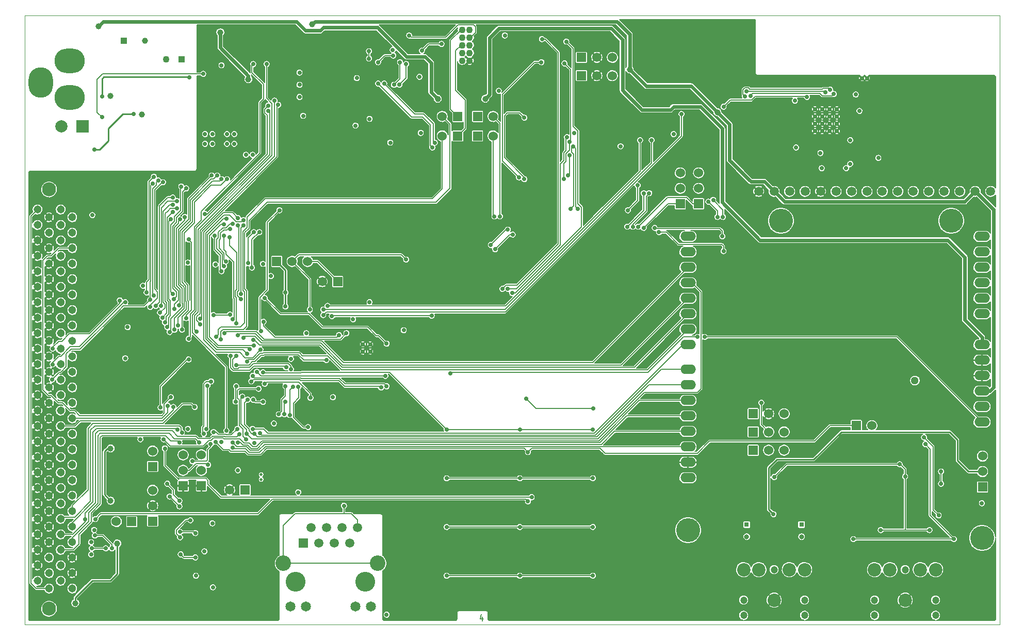
<source format=gbl>
G04 (created by PCBNEW-RS274X (2011-07-08 BZR 3044)-stable) date 07/12/2011 16:14:22*
G01*
G70*
G90*
%MOIN*%
G04 Gerber Fmt 3.4, Leading zero omitted, Abs format*
%FSLAX34Y34*%
G04 APERTURE LIST*
%ADD10C,0.006000*%
%ADD11C,0.007400*%
%ADD12C,0.003900*%
%ADD13C,0.027600*%
%ADD14C,0.019700*%
%ADD15R,0.060000X0.060000*%
%ADD16C,0.060000*%
%ADD17C,0.043300*%
%ADD18C,0.051400*%
%ADD19C,0.090600*%
%ADD20C,0.059000*%
%ADD21R,0.031500X0.031500*%
%ADD22C,0.031500*%
%ADD23O,0.100000X0.060000*%
%ADD24C,0.155000*%
%ADD25C,0.128000*%
%ADD26R,0.059100X0.059100*%
%ADD27C,0.059100*%
%ADD28C,0.100400*%
%ADD29C,0.065000*%
%ADD30C,0.078700*%
%ADD31R,0.078700X0.078700*%
%ADD32R,0.039400X0.039400*%
%ADD33C,0.039400*%
%ADD34C,0.051200*%
%ADD35C,0.086600*%
%ADD36C,0.047200*%
%ADD37O,0.196900X0.157500*%
%ADD38O,0.157500X0.196900*%
%ADD39R,0.043300X0.043300*%
%ADD40C,0.010000*%
%ADD41C,0.024400*%
%ADD42C,0.024000*%
G04 APERTURE END LIST*
G54D10*
G54D11*
X29585Y00497D02*
X29585Y00235D01*
X29514Y00647D02*
X29444Y00366D01*
X29627Y00366D01*
G54D12*
X62992Y00000D02*
X00000Y00000D01*
X62992Y39370D02*
X62992Y00000D01*
X00000Y39370D02*
X62992Y39370D01*
X00000Y00000D02*
X00000Y39370D01*
G54D13*
X21851Y18110D03*
X22323Y18110D03*
X22323Y17638D03*
X21851Y17638D03*
G54D14*
X15276Y09685D03*
X15276Y09371D03*
G54D15*
X43543Y27189D03*
G54D16*
X43543Y28189D03*
X43543Y29189D03*
G54D15*
X47071Y13622D03*
G54D16*
X48071Y13622D03*
X49071Y13622D03*
G54D15*
X42362Y27189D03*
G54D16*
X42362Y28189D03*
X42362Y29189D03*
G54D15*
X61890Y08882D03*
G54D16*
X61890Y09882D03*
X61890Y10882D03*
G54D15*
X47069Y11261D03*
G54D16*
X48069Y11261D03*
X49069Y11261D03*
G54D15*
X08268Y06677D03*
G54D16*
X08268Y07677D03*
X08268Y08677D03*
G54D15*
X47071Y12441D03*
G54D16*
X48071Y12441D03*
X49071Y12441D03*
G54D15*
X10236Y08961D03*
G54D16*
X10236Y09961D03*
X10236Y10961D03*
G54D15*
X11417Y08961D03*
G54D16*
X11417Y09961D03*
X11417Y10961D03*
G54D15*
X16283Y23465D03*
G54D16*
X17283Y23465D03*
X18283Y23465D03*
G54D15*
X35969Y35472D03*
G54D16*
X36969Y35472D03*
X37969Y35472D03*
G54D15*
X35969Y36653D03*
G54D16*
X36969Y36653D03*
X37969Y36653D03*
G54D15*
X29264Y31575D03*
G54D16*
X30264Y31575D03*
G54D15*
X29264Y32835D03*
G54D16*
X30264Y32835D03*
G54D15*
X27980Y32835D03*
G54D16*
X26980Y32835D03*
G54D15*
X27980Y31575D03*
G54D16*
X26980Y31575D03*
G54D15*
X20224Y22165D03*
G54D16*
X19224Y22165D03*
G54D15*
X53734Y12856D03*
G54D16*
X54734Y12856D03*
G54D15*
X14240Y08701D03*
G54D16*
X13240Y08701D03*
G54D15*
X06917Y06654D03*
G54D16*
X05917Y06654D03*
G54D17*
X28255Y38440D03*
X28255Y37940D03*
X28255Y37441D03*
X28255Y36942D03*
X28255Y36442D03*
X28753Y38440D03*
X28753Y37940D03*
X28753Y37441D03*
X28753Y36942D03*
X28753Y36442D03*
G54D18*
X00824Y26818D03*
X01574Y26318D03*
X02324Y26818D03*
X03074Y26318D03*
X02324Y25818D03*
X03074Y25318D03*
X02324Y24818D03*
X03074Y24318D03*
X02324Y23818D03*
X03074Y23318D03*
X02324Y22818D03*
X03074Y22318D03*
X02324Y21818D03*
X03074Y21318D03*
X02324Y20818D03*
X03074Y20318D03*
X02324Y19818D03*
X03074Y19318D03*
X02324Y18818D03*
X03074Y18318D03*
X02324Y17818D03*
X03074Y17318D03*
X02324Y16818D03*
X03074Y16318D03*
X02324Y15818D03*
X03074Y15318D03*
X02324Y14818D03*
X03074Y14318D03*
X02324Y13818D03*
X03074Y13318D03*
X02324Y12818D03*
X03074Y12318D03*
X02324Y11818D03*
X03074Y11318D03*
X02324Y10818D03*
X03074Y10318D03*
X02324Y09818D03*
X03074Y09318D03*
X02324Y08818D03*
X03074Y08318D03*
X02324Y07818D03*
X03074Y07318D03*
X02324Y06818D03*
X03074Y06318D03*
X02324Y05818D03*
X03074Y05318D03*
X02324Y04818D03*
X03074Y04318D03*
X02324Y03818D03*
X03074Y03318D03*
X02324Y02818D03*
X03074Y02318D03*
X00824Y25818D03*
X01574Y25318D03*
X00824Y24818D03*
X01574Y24318D03*
X00824Y23818D03*
X01574Y23318D03*
X00824Y22818D03*
X01574Y22318D03*
X00824Y21818D03*
X01574Y21318D03*
X00824Y20818D03*
X01574Y20318D03*
X00824Y19818D03*
X01574Y19318D03*
X00824Y18818D03*
X01574Y18318D03*
X00824Y17818D03*
X01574Y17318D03*
X00824Y16818D03*
X01574Y16318D03*
X00824Y15818D03*
X01574Y15318D03*
X00824Y14818D03*
X01574Y14318D03*
X00824Y13818D03*
X01574Y13318D03*
X00824Y12818D03*
X01574Y12318D03*
X00824Y11818D03*
X01574Y11318D03*
X00824Y10818D03*
X01574Y10318D03*
X00824Y09818D03*
X01574Y09318D03*
X00824Y08818D03*
X01574Y08318D03*
X00824Y07818D03*
X01574Y07318D03*
X00824Y06818D03*
X01574Y06318D03*
X00824Y05818D03*
X01574Y05318D03*
X00824Y04818D03*
X01574Y04318D03*
X00824Y03818D03*
X01574Y03318D03*
X00824Y02818D03*
X01574Y02318D03*
G54D19*
X01574Y01015D03*
X01574Y28121D03*
G54D20*
X47422Y27992D03*
X48422Y27992D03*
X49422Y27992D03*
X50422Y27992D03*
X51422Y27992D03*
X52422Y27992D03*
X53422Y27992D03*
X54422Y27992D03*
X55420Y27992D03*
X56420Y27992D03*
X57420Y27992D03*
X58420Y27992D03*
X59420Y27992D03*
X60420Y27992D03*
X61420Y27992D03*
X62420Y27992D03*
G54D21*
X46654Y06457D03*
G54D22*
X46654Y05669D03*
G54D21*
X50197Y06457D03*
G54D22*
X50197Y05669D03*
G54D23*
X61862Y25083D03*
X61862Y24083D03*
X61862Y23083D03*
X61862Y20083D03*
X61862Y21083D03*
X61862Y22083D03*
X61862Y18083D03*
X61862Y17083D03*
X61862Y16083D03*
X61862Y14083D03*
X61862Y13083D03*
X42862Y25083D03*
X42862Y24083D03*
X42862Y23083D03*
X42862Y22083D03*
X42862Y21083D03*
X42862Y20083D03*
X42862Y19083D03*
X42862Y18083D03*
X42862Y16483D03*
X42862Y15483D03*
X42862Y14483D03*
X42862Y13483D03*
X42862Y12483D03*
X42862Y11483D03*
X42862Y10483D03*
X42862Y09483D03*
X61862Y15083D03*
G54D24*
X59862Y26083D03*
X48862Y26083D03*
X42862Y06083D03*
X61862Y05583D03*
G54D25*
X17514Y02756D03*
X22014Y02756D03*
G54D26*
X18014Y05256D03*
G54D27*
X18514Y06256D03*
X19014Y05256D03*
X19514Y06256D03*
X20014Y05256D03*
X20514Y06256D03*
X21014Y05256D03*
X21514Y06256D03*
G54D28*
X22813Y03957D03*
X16715Y03957D03*
G54D29*
X17156Y01158D03*
X18156Y01158D03*
X21372Y01158D03*
X22372Y01158D03*
G54D30*
X02362Y32205D03*
G54D31*
X03740Y32205D03*
G54D32*
X06398Y37718D03*
G54D33*
X07776Y37718D03*
G54D34*
X57521Y15766D03*
G54D35*
X56890Y01575D03*
X55906Y03544D03*
X54921Y03544D03*
X57874Y03544D03*
X58859Y03544D03*
G54D36*
X56890Y03544D03*
X54921Y01575D03*
X54921Y00591D03*
X58859Y00591D03*
X58859Y01575D03*
G54D35*
X48425Y01575D03*
X47441Y03544D03*
X46456Y03544D03*
X49409Y03544D03*
X50394Y03544D03*
G54D36*
X48425Y03544D03*
X46456Y01575D03*
X46456Y00591D03*
X50394Y00591D03*
X50394Y01575D03*
G54D13*
X51063Y31889D03*
X51063Y32362D03*
X51063Y32834D03*
X51063Y33307D03*
X51536Y33307D03*
X51536Y32834D03*
X51536Y32362D03*
X51536Y31889D03*
X52008Y31889D03*
X52008Y32362D03*
X52008Y32834D03*
X52008Y33307D03*
X52481Y33307D03*
X52481Y32834D03*
X52481Y32362D03*
X52481Y31889D03*
G54D37*
X02913Y34055D03*
X02913Y36417D03*
G54D38*
X01023Y35039D03*
G54D39*
X10138Y36537D03*
G54D17*
X09154Y36537D03*
G54D15*
X08268Y10209D03*
G54D16*
X08268Y11209D03*
G54D13*
X54422Y35310D03*
X54108Y35310D03*
X61850Y07835D03*
X07638Y21890D03*
X07480Y11969D03*
X06496Y17205D03*
X17992Y32874D03*
X53937Y33189D03*
X49843Y30827D03*
X51417Y30472D03*
X51496Y29488D03*
X53071Y29488D03*
X53346Y29764D03*
X55157Y30157D03*
X53701Y34252D03*
X23622Y31142D03*
X22283Y32677D03*
X21378Y32244D03*
X25512Y35394D03*
X21457Y35315D03*
X25591Y31772D03*
X10551Y23386D03*
X17756Y34882D03*
X17756Y34094D03*
X17677Y08543D03*
X21220Y19724D03*
X12126Y06535D03*
X12165Y02402D03*
X17756Y35669D03*
X17205Y17165D03*
X13543Y31063D03*
X23780Y37126D03*
X13071Y31693D03*
X11654Y31693D03*
X38504Y30906D03*
X11654Y31063D03*
X12126Y31063D03*
X13543Y31693D03*
X12126Y31693D03*
X12717Y36142D03*
X22283Y20827D03*
X04291Y04528D03*
X30630Y34488D03*
X13780Y09961D03*
X35512Y31772D03*
X04370Y26457D03*
X04488Y06102D03*
X04291Y05315D03*
X23386Y00630D03*
X11614Y04724D03*
X49764Y33858D03*
X53346Y31299D03*
X14843Y11732D03*
X16102Y12992D03*
X06654Y19213D03*
X14724Y30354D03*
X31024Y38071D03*
X14291Y30354D03*
X12323Y23268D03*
X18189Y18819D03*
X12717Y11811D03*
X24488Y19016D03*
X11063Y03150D03*
X41929Y31693D03*
X15906Y22520D03*
X15394Y23307D03*
X10551Y12638D03*
X19921Y14685D03*
X13071Y31063D03*
X16850Y20551D03*
X16850Y21457D03*
G54D33*
X39094Y35867D03*
X44764Y33110D03*
X12638Y38268D03*
X03268Y01378D03*
G54D13*
X10630Y35354D03*
G54D33*
X05551Y11378D03*
X05551Y07992D03*
X05984Y05236D03*
X14449Y35236D03*
G54D13*
X05000Y34134D03*
G54D33*
X18583Y38780D03*
G54D13*
X10591Y18465D03*
X14764Y36220D03*
X55315Y06102D03*
X56535Y10354D03*
X58465Y06102D03*
X56890Y09567D03*
X48425Y09528D03*
X58189Y11654D03*
X53543Y05512D03*
X60039Y05512D03*
X48386Y07126D03*
X16417Y13583D03*
X16854Y15409D03*
X16772Y13583D03*
X16850Y14409D03*
X17126Y13543D03*
X17323Y15354D03*
X17677Y15354D03*
X18307Y12756D03*
X14291Y11969D03*
X15118Y15236D03*
X23819Y36772D03*
X22835Y36339D03*
X25669Y37087D03*
X26929Y37520D03*
X24843Y38071D03*
X26339Y30827D03*
X22835Y34961D03*
X24252Y36339D03*
X23858Y34882D03*
X24213Y34882D03*
X24646Y36220D03*
X23228Y34961D03*
X26496Y31142D03*
X44173Y27323D03*
X44764Y26339D03*
X45118Y26339D03*
X44488Y27441D03*
X11732Y12638D03*
X11811Y15433D03*
X11850Y10315D03*
X23858Y15630D03*
X23504Y30748D03*
X21220Y31102D03*
X23504Y31457D03*
X19961Y19449D03*
X21693Y37205D03*
X23031Y37205D03*
X62559Y31378D03*
X62559Y34528D03*
X62559Y30591D03*
X62559Y29803D03*
X62559Y33740D03*
X61850Y35315D03*
X58701Y35315D03*
X57913Y35315D03*
X56339Y35315D03*
X61063Y35315D03*
X60276Y35315D03*
X53307Y28819D03*
X54094Y28819D03*
X54882Y28819D03*
X55669Y28819D03*
X56457Y28819D03*
X57244Y28819D03*
X58031Y28819D03*
X58819Y28819D03*
X59606Y28819D03*
X60394Y28819D03*
X61181Y28819D03*
X61969Y28819D03*
X62559Y29016D03*
X62559Y35315D03*
X62559Y32953D03*
X59488Y35315D03*
X57126Y35315D03*
X62559Y32165D03*
X55157Y35315D03*
X45433Y27795D03*
X13937Y32717D03*
X12795Y33780D03*
X14764Y31654D03*
X13937Y32362D03*
X15039Y35827D03*
X34882Y34055D03*
X54134Y14567D03*
X07244Y09252D03*
X20039Y16535D03*
X19724Y16811D03*
X20709Y15157D03*
X20866Y15827D03*
X17441Y20591D03*
X18071Y20591D03*
X24685Y18268D03*
X24685Y17638D03*
X06772Y01457D03*
X45433Y28976D03*
G54D33*
X05551Y34173D03*
G54D13*
X20787Y17795D03*
X22874Y21693D03*
X18780Y18819D03*
X15433Y20256D03*
X12205Y23937D03*
X10531Y24016D03*
X10551Y22795D03*
X12480Y12677D03*
X12283Y09528D03*
X43465Y32953D03*
X10512Y14016D03*
X55039Y33543D03*
X14685Y10748D03*
X12283Y10709D03*
X10433Y11772D03*
X33740Y31772D03*
X14961Y21417D03*
X31299Y32835D03*
X17283Y33780D03*
X61457Y27047D03*
X16850Y17126D03*
X47323Y35315D03*
X48110Y35315D03*
X49685Y35315D03*
X50472Y35315D03*
X51260Y35315D03*
X52047Y35315D03*
X52835Y35315D03*
X53622Y35315D03*
X49173Y33858D03*
X48898Y29409D03*
X04803Y00591D03*
X52677Y30354D03*
X16575Y35039D03*
X51496Y28937D03*
X53937Y29764D03*
X53701Y31260D03*
X56024Y30551D03*
X55748Y30157D03*
X52913Y34843D03*
X54646Y33819D03*
X54646Y33268D03*
X53937Y33819D03*
X56102Y34843D03*
X56378Y34449D03*
X56654Y34843D03*
X56457Y33543D03*
X56732Y33150D03*
X56457Y32756D03*
X49843Y30236D03*
X15787Y12874D03*
G54D33*
X07559Y32953D03*
G54D13*
X14567Y36772D03*
X08110Y14646D03*
X06535Y18071D03*
X06181Y16850D03*
X06181Y14134D03*
X14646Y10315D03*
X48780Y09409D03*
X57205Y09134D03*
X40512Y34331D03*
X39764Y34331D03*
X32205Y38070D03*
X14921Y23386D03*
X41732Y38228D03*
X18504Y08740D03*
X19213Y08740D03*
X55748Y30945D03*
X20630Y09134D03*
X12677Y35039D03*
X49961Y29173D03*
X15276Y03622D03*
X22441Y35118D03*
X46654Y38228D03*
X45669Y38228D03*
X41457Y33661D03*
X43701Y38228D03*
X42717Y38228D03*
X40748Y38228D03*
X39764Y38228D03*
X18071Y17598D03*
X12520Y21417D03*
X08110Y19213D03*
X22087Y33071D03*
X24843Y31181D03*
X25591Y30984D03*
X20709Y32598D03*
X21850Y35984D03*
X24528Y34213D03*
X24528Y34764D03*
X15315Y07756D03*
X29685Y35315D03*
X25591Y36260D03*
X14331Y31654D03*
X15433Y31732D03*
X18268Y19646D03*
X23701Y19646D03*
X07047Y13740D03*
X14055Y35354D03*
X17362Y36260D03*
X17362Y37008D03*
X15039Y37323D03*
X16496Y10315D03*
X20748Y12756D03*
X17638Y12756D03*
X06496Y21890D03*
X06772Y22598D03*
X18110Y21457D03*
X18110Y22165D03*
X19252Y16811D03*
X44685Y38228D03*
X38504Y31299D03*
X11260Y06732D03*
X11024Y01614D03*
X31299Y00984D03*
X26575Y00984D03*
X36024Y00984D03*
X58957Y11161D03*
X52657Y07618D03*
X54724Y09980D03*
X55413Y11654D03*
X60925Y07618D03*
X06378Y11969D03*
X54429Y10669D03*
X48898Y35315D03*
X08110Y17047D03*
X22992Y19016D03*
X53466Y14606D03*
X05787Y27402D03*
X49016Y07126D03*
X06732Y11969D03*
X12323Y11457D03*
X51378Y30079D03*
X20118Y33386D03*
X53071Y29134D03*
X49173Y31850D03*
X30354Y26378D03*
X40984Y25354D03*
X45157Y24134D03*
X22244Y36575D03*
X22244Y37047D03*
X45079Y25079D03*
X40709Y25630D03*
X30709Y26378D03*
X05000Y32795D03*
X11535Y35591D03*
X07047Y32992D03*
X04488Y30709D03*
X31496Y21417D03*
X32520Y07953D03*
X04567Y06811D03*
X35000Y37677D03*
X59213Y09094D03*
X59213Y09882D03*
X04528Y05748D03*
X05630Y04921D03*
X20630Y07677D03*
X11575Y12323D03*
X12047Y15709D03*
X15630Y36220D03*
X11102Y18937D03*
X11339Y19764D03*
X16378Y33583D03*
X11339Y19409D03*
X16142Y33858D03*
X12362Y18583D03*
X12677Y18425D03*
X10591Y17126D03*
X08780Y14016D03*
X08976Y11969D03*
X23386Y18150D03*
X15512Y21102D03*
X13780Y25787D03*
X13976Y21024D03*
X14685Y23071D03*
X15157Y25354D03*
X47598Y14331D03*
X14449Y23346D03*
X14803Y25354D03*
X13976Y21378D03*
X14134Y25787D03*
X32283Y32756D03*
X13071Y28780D03*
X10157Y19055D03*
X32283Y28780D03*
X13268Y25551D03*
X12992Y23465D03*
X09961Y20630D03*
X10354Y26339D03*
X09685Y20394D03*
X10039Y26181D03*
X07874Y21457D03*
X50551Y34094D03*
X45157Y33465D03*
X08346Y28937D03*
X01772Y15827D03*
X08268Y28504D03*
X08110Y20984D03*
X06142Y20945D03*
X01811Y17835D03*
X08346Y21260D03*
X08622Y28701D03*
X06496Y20827D03*
X08937Y28583D03*
X08110Y20512D03*
X01811Y16811D03*
X58110Y12087D03*
X59055Y07047D03*
X12874Y23150D03*
X13425Y25906D03*
X13425Y11417D03*
X13425Y11772D03*
X13780Y11772D03*
X12205Y12441D03*
X32520Y11142D03*
X33425Y37835D03*
X12323Y11811D03*
X13740Y12638D03*
X30866Y21693D03*
X03898Y06811D03*
X13858Y12283D03*
X14055Y14724D03*
X14331Y12323D03*
X14409Y14528D03*
X14843Y12323D03*
X39764Y31299D03*
X19567Y20591D03*
X10000Y07992D03*
X09213Y09094D03*
X09370Y08268D03*
X11024Y04331D03*
X10079Y04528D03*
X10000Y07638D03*
X15512Y15551D03*
X18465Y14646D03*
X20315Y18701D03*
X15433Y19567D03*
X42441Y32992D03*
X19291Y20000D03*
X19291Y20354D03*
X40512Y31299D03*
X34843Y28780D03*
X12441Y29016D03*
X34882Y36260D03*
X09685Y19055D03*
X35197Y31181D03*
X12717Y28780D03*
X33386Y36339D03*
X31929Y28898D03*
X09921Y19331D03*
X04331Y04921D03*
X05236Y04921D03*
X09252Y14134D03*
X09606Y14055D03*
X11024Y05906D03*
X10039Y05984D03*
X31220Y21693D03*
X32756Y08228D03*
X09055Y11378D03*
X35039Y31496D03*
X09882Y12598D03*
X10157Y12402D03*
X10000Y11772D03*
X10984Y14055D03*
X14724Y12638D03*
X15197Y12362D03*
X13780Y18701D03*
X15394Y14390D03*
X14764Y14528D03*
X09449Y14685D03*
X14134Y18543D03*
X14764Y18386D03*
X14370Y17008D03*
X40000Y25630D03*
X31535Y25197D03*
X30394Y24252D03*
X13661Y17362D03*
X13661Y19449D03*
X13228Y25039D03*
X17205Y16496D03*
X16457Y26772D03*
X15276Y18976D03*
X51732Y34409D03*
X39606Y28386D03*
X38976Y26772D03*
X46654Y34449D03*
X20787Y18819D03*
X12913Y18819D03*
X15748Y33543D03*
X12283Y25118D03*
X11654Y26535D03*
X12717Y22835D03*
X32402Y14606D03*
X36733Y13976D03*
X30118Y24528D03*
X13307Y17362D03*
X13425Y19724D03*
X39646Y25709D03*
X12874Y25118D03*
X31220Y25512D03*
X16890Y16614D03*
X36713Y12598D03*
X31988Y12598D03*
X15394Y16299D03*
X27264Y12598D03*
X23307Y16063D03*
X15000Y16339D03*
X27264Y09449D03*
X31988Y09449D03*
X36713Y09449D03*
X14724Y16063D03*
X23386Y15394D03*
X36713Y06299D03*
X31988Y06299D03*
X27264Y06299D03*
X14646Y15709D03*
X23031Y15315D03*
X27264Y03150D03*
X31988Y03150D03*
X36713Y03150D03*
X14134Y26142D03*
X14370Y17480D03*
X13780Y26260D03*
X15236Y17756D03*
X40000Y27874D03*
X38937Y25709D03*
X13031Y26220D03*
X14528Y17795D03*
X12874Y25866D03*
X39291Y25709D03*
X40354Y27874D03*
X14803Y18031D03*
X09646Y21024D03*
X52283Y34291D03*
X46890Y34173D03*
X10433Y28189D03*
X46535Y34134D03*
X10118Y28307D03*
X09567Y21378D03*
X52047Y34567D03*
X13661Y16772D03*
X13622Y14409D03*
X13661Y15394D03*
X19488Y17087D03*
X12008Y11654D03*
X10709Y06732D03*
X10039Y05630D03*
X10827Y10551D03*
X13031Y12520D03*
X15748Y33189D03*
X08465Y20591D03*
X09567Y27598D03*
X09843Y27362D03*
X08819Y20591D03*
X09567Y27126D03*
X08740Y20157D03*
X09843Y26890D03*
X08898Y19843D03*
X09055Y19528D03*
X09567Y26654D03*
X09449Y26181D03*
X35748Y26850D03*
X35433Y30906D03*
X09213Y19213D03*
X35276Y26850D03*
X09370Y18898D03*
X35118Y29016D03*
X35197Y30315D03*
X12087Y29016D03*
X11260Y11772D03*
X26299Y19961D03*
X19843Y19921D03*
X43465Y18583D03*
X43937Y18583D03*
X27520Y16220D03*
X13268Y20039D03*
X12205Y20000D03*
X10433Y19803D03*
X10591Y24882D03*
G54D33*
X04764Y38661D03*
X26693Y33976D03*
X29764Y33976D03*
G54D13*
X24646Y23583D03*
X18425Y20354D03*
G54D40*
X16850Y22898D02*
X16850Y21457D01*
X16283Y23465D02*
X16850Y22898D01*
X16850Y20551D02*
X16850Y21457D01*
G54D41*
X18583Y38780D02*
X18779Y38976D01*
X38268Y38976D02*
X18779Y38976D01*
G54D42*
X39094Y35867D02*
X39094Y38150D01*
X38268Y38976D02*
X39094Y38150D01*
X62366Y15083D02*
X61862Y15083D01*
X62598Y26814D02*
X62598Y15315D01*
X62598Y15315D02*
X62366Y15083D01*
X61420Y27989D02*
X61420Y27992D01*
X40158Y34803D02*
X39094Y35867D01*
G54D40*
X05354Y11378D02*
X05551Y11378D01*
X05552Y02835D02*
X04370Y02835D01*
G54D42*
X14449Y35236D02*
X14449Y35472D01*
X12638Y38268D02*
X12638Y37283D01*
X43071Y34803D02*
X44764Y33110D01*
X61420Y27992D02*
X62598Y26814D01*
X46929Y28622D02*
X47792Y28622D01*
X45551Y30000D02*
X45551Y32323D01*
X45551Y32323D02*
X44764Y33110D01*
X45551Y30000D02*
X46929Y28622D01*
X49094Y27323D02*
X60751Y27323D01*
X60751Y27323D02*
X61420Y27992D01*
X48425Y27992D02*
X49094Y27323D01*
X48422Y27992D02*
X48425Y27992D01*
G54D40*
X05157Y11181D02*
X05354Y11378D01*
X05157Y08386D02*
X05157Y11181D01*
X05157Y08386D02*
X05551Y07992D01*
X05984Y05236D02*
X05984Y03267D01*
X03268Y01733D02*
X04370Y02835D01*
X03268Y01378D02*
X03268Y01733D01*
G54D42*
X14449Y35472D02*
X12638Y37283D01*
X47792Y28622D02*
X48422Y27992D01*
G54D40*
X05000Y35276D02*
X05000Y34134D01*
X05000Y35276D02*
X05118Y35394D01*
X05984Y03267D02*
X05552Y02835D01*
G54D42*
X40158Y34803D02*
X43071Y34803D01*
G54D40*
X10630Y35354D02*
X10590Y35394D01*
X05118Y35394D02*
X10590Y35394D01*
G54D10*
X11417Y26141D02*
X11417Y26692D01*
X15433Y34921D02*
X15433Y33977D01*
X15197Y30472D02*
X15197Y33741D01*
X15433Y34921D02*
X14685Y35669D01*
X10965Y20335D02*
X10965Y25689D01*
X15433Y34922D02*
X15433Y34921D01*
X10591Y18465D02*
X10705Y18579D01*
X11417Y26692D02*
X15197Y30472D01*
X15197Y33741D02*
X15433Y33977D01*
X14685Y36141D02*
X14764Y36220D01*
X14685Y35669D02*
X14685Y36141D01*
X10705Y18579D02*
X10705Y20075D01*
X10705Y20075D02*
X10965Y20335D01*
X10965Y25689D02*
X11417Y26141D01*
X56575Y10354D02*
X56535Y10354D01*
X49251Y10354D02*
X48425Y09528D01*
X56890Y09567D02*
X56890Y10039D01*
X56535Y10354D02*
X49251Y10354D01*
X56890Y06102D02*
X56890Y09567D01*
X56890Y10039D02*
X56575Y10354D01*
X56890Y06102D02*
X55315Y06102D01*
X58465Y06102D02*
X56890Y06102D01*
X60039Y05512D02*
X53543Y05512D01*
X60039Y05512D02*
X58504Y07047D01*
X58504Y07047D02*
X58504Y11339D01*
X58504Y11339D02*
X58189Y11654D01*
G54D40*
X59763Y12441D02*
X52756Y12441D01*
X60984Y09882D02*
X60276Y10590D01*
X48071Y10119D02*
X48071Y07441D01*
X48621Y10669D02*
X48071Y10119D01*
X50984Y10669D02*
X48621Y10669D01*
X60276Y11928D02*
X59763Y12441D01*
X60276Y10590D02*
X60276Y11928D01*
X52756Y12441D02*
X50984Y10669D01*
X48071Y07441D02*
X48386Y07126D01*
X60984Y09882D02*
X61890Y09882D01*
G54D10*
X16417Y13583D02*
X16614Y13780D01*
X16854Y15409D02*
X16854Y14767D01*
X16854Y14767D02*
X16614Y14527D01*
X16614Y14527D02*
X16614Y13780D01*
X16772Y13583D02*
X16772Y14331D01*
X16850Y14409D02*
X16772Y14331D01*
X17126Y15157D02*
X17323Y15354D01*
X17126Y13543D02*
X17126Y15157D01*
X17362Y14291D02*
X17717Y14646D01*
X17362Y13386D02*
X17362Y14291D01*
X17717Y15314D02*
X17677Y15354D01*
X17992Y12756D02*
X17362Y13386D01*
X17717Y14646D02*
X17717Y15314D01*
X18307Y12756D02*
X17992Y12756D01*
X14291Y11969D02*
X14094Y12166D01*
X14094Y12166D02*
X14094Y12638D01*
X14094Y12638D02*
X13858Y12874D01*
X13858Y15236D02*
X15118Y15236D01*
X13858Y12874D02*
X13858Y14528D01*
X13858Y14528D02*
X13744Y14642D01*
X13744Y14642D02*
X13744Y15122D01*
X13744Y15122D02*
X13858Y15236D01*
X23268Y36772D02*
X22835Y36339D01*
X23819Y36772D02*
X23268Y36772D01*
X27520Y34016D02*
X27520Y33295D01*
X27520Y37756D02*
X28204Y38440D01*
X27520Y34006D02*
X27520Y34016D01*
X28204Y38440D02*
X28255Y38440D01*
X27520Y34016D02*
X27520Y37756D01*
X27520Y33295D02*
X27980Y32835D01*
X28465Y33897D02*
X27835Y34527D01*
X25669Y37087D02*
X26102Y37520D01*
X27835Y34527D02*
X27835Y37087D01*
X28255Y37441D02*
X28189Y37441D01*
X27835Y37087D02*
X28189Y37441D01*
X28465Y33897D02*
X28465Y32060D01*
X28465Y32060D02*
X27980Y31575D01*
X26102Y37520D02*
X26929Y37520D01*
X28996Y38759D02*
X29134Y38621D01*
X28753Y37940D02*
X28806Y37940D01*
X28011Y38759D02*
X27205Y37953D01*
X29134Y38268D02*
X28806Y37940D01*
X28996Y38759D02*
X28011Y38759D01*
X24961Y37953D02*
X24843Y38071D01*
X29134Y38621D02*
X29134Y38268D01*
X27205Y37953D02*
X24961Y37953D01*
X26220Y32284D02*
X26220Y30946D01*
X26220Y30946D02*
X26339Y30827D01*
X22835Y34961D02*
X25001Y32795D01*
X25709Y32795D02*
X26220Y32284D01*
X25001Y32795D02*
X25709Y32795D01*
X24252Y35276D02*
X24252Y36339D01*
X23858Y34882D02*
X24252Y35276D01*
X24646Y35315D02*
X24646Y36220D01*
X24213Y34882D02*
X24646Y35315D01*
X25787Y32992D02*
X26417Y32362D01*
X23228Y34961D02*
X25197Y32992D01*
X26417Y32362D02*
X26417Y31221D01*
X26417Y31221D02*
X26496Y31142D01*
X25197Y32992D02*
X25787Y32992D01*
X00394Y26388D02*
X00824Y26818D01*
X00394Y02677D02*
X00394Y26388D01*
X01574Y02318D02*
X00753Y02318D01*
X00753Y02318D02*
X00394Y02677D01*
X44764Y26732D02*
X44173Y27323D01*
X44764Y26339D02*
X44764Y26732D01*
X45118Y26811D02*
X44488Y27441D01*
X45118Y26339D02*
X45118Y26811D01*
X11064Y10394D02*
X10631Y09961D01*
X11811Y12835D02*
X11811Y12717D01*
X10631Y09961D02*
X10236Y09961D01*
X11811Y12717D02*
X11732Y12638D01*
X11811Y12835D02*
X11811Y12677D01*
X11811Y15433D02*
X11811Y12835D01*
X11771Y10394D02*
X11064Y10394D01*
X11850Y10315D02*
X11771Y10394D01*
G54D40*
X60276Y35315D02*
X61063Y35315D01*
X58701Y35315D02*
X59488Y35315D01*
X55157Y35315D02*
X56339Y35315D01*
X54094Y28819D02*
X53307Y28819D01*
X55669Y28819D02*
X54882Y28819D01*
X57244Y28819D02*
X56457Y28819D01*
X58819Y28819D02*
X58031Y28819D01*
X60394Y28819D02*
X59606Y28819D01*
X61969Y28819D02*
X61181Y28819D01*
X61850Y35315D02*
X62559Y35315D01*
X62559Y29803D02*
X62559Y29016D01*
X62559Y31378D02*
X62559Y30591D01*
X62559Y34528D02*
X62559Y33740D01*
X57126Y35315D02*
X57913Y35315D01*
X62559Y32953D02*
X62559Y32165D01*
X48898Y35315D02*
X48110Y35315D01*
X50472Y35315D02*
X49685Y35315D01*
X52047Y35315D02*
X51260Y35315D01*
X53622Y35315D02*
X52835Y35315D01*
G54D10*
X42244Y24567D02*
X45039Y24567D01*
X30264Y26468D02*
X30354Y26378D01*
X42244Y24567D02*
X41457Y25354D01*
X41457Y25354D02*
X40984Y25354D01*
X45157Y24449D02*
X45157Y24134D01*
X45039Y24567D02*
X45157Y24449D01*
X30264Y26468D02*
X30264Y31575D01*
X22244Y37047D02*
X22244Y36575D01*
X44921Y25591D02*
X40748Y25591D01*
X40748Y25591D02*
X40709Y25630D01*
X30709Y32390D02*
X30264Y32835D01*
X30709Y32390D02*
X30709Y26378D01*
X45079Y25433D02*
X44921Y25591D01*
X45079Y25079D02*
X45079Y25433D01*
X18924Y23465D02*
X20224Y22165D01*
X18283Y23465D02*
X18924Y23465D01*
X04685Y33110D02*
X05000Y32795D01*
X04685Y33110D02*
X04685Y35237D01*
X05039Y35591D02*
X11535Y35591D01*
X04685Y35237D02*
X05039Y35591D01*
G54D40*
X05394Y32047D02*
X05394Y31260D01*
X06339Y32992D02*
X05394Y32047D01*
X05394Y31260D02*
X04843Y30709D01*
X04843Y30709D02*
X04488Y30709D01*
X07047Y32992D02*
X06339Y32992D01*
G54D10*
X31693Y21418D02*
X35984Y25709D01*
X31693Y21417D02*
X31693Y21418D01*
X31496Y21417D02*
X31693Y21417D01*
X16020Y08106D02*
X32366Y08106D01*
X04921Y07165D02*
X15079Y07165D01*
X32366Y08106D02*
X32519Y07953D01*
X15079Y07165D02*
X16020Y08106D01*
X32519Y07953D02*
X32520Y07953D01*
X35000Y37677D02*
X35433Y37244D01*
X35433Y37244D02*
X35433Y32205D01*
X35433Y32205D02*
X35748Y31890D01*
X35748Y31890D02*
X35748Y27205D01*
X35748Y27205D02*
X35984Y26969D01*
X04567Y06811D02*
X04921Y07165D01*
X35984Y26969D02*
X35984Y25709D01*
X59213Y09882D02*
X59213Y09094D01*
X05630Y05157D02*
X05630Y05158D01*
X05630Y04921D02*
X05630Y05157D01*
X05630Y05157D02*
X05039Y05748D01*
X04528Y05748D02*
X05039Y05748D01*
X16715Y06400D02*
X16715Y03957D01*
X21514Y06753D02*
X21102Y07165D01*
X20630Y07165D02*
X17480Y07165D01*
X21102Y07165D02*
X20630Y07165D01*
X20630Y07677D02*
X20630Y07165D01*
X21514Y06256D02*
X21514Y06753D01*
X22813Y03957D02*
X16715Y03957D01*
X17480Y07165D02*
X16715Y06400D01*
X12047Y15709D02*
X11733Y15709D01*
X11733Y15709D02*
X11575Y15551D01*
X11575Y12835D02*
X11496Y12756D01*
X11496Y12402D02*
X11575Y12323D01*
X11496Y12756D02*
X11496Y12402D01*
X11575Y15551D02*
X11575Y12835D01*
X11209Y25540D02*
X15984Y30315D01*
X15630Y34016D02*
X15630Y36220D01*
X10980Y19059D02*
X11102Y18937D01*
X10980Y19957D02*
X11209Y20186D01*
X15984Y30315D02*
X15984Y33662D01*
X11209Y20186D02*
X11209Y25540D01*
X15984Y33662D02*
X15630Y34016D01*
X10980Y19957D02*
X10980Y19059D01*
X16299Y30236D02*
X11453Y25390D01*
X16299Y33504D02*
X16378Y33583D01*
X16299Y30236D02*
X16299Y33504D01*
X11453Y25390D02*
X11453Y19878D01*
X11339Y19764D02*
X11453Y19878D01*
X11102Y19882D02*
X11331Y20111D01*
X11339Y19409D02*
X11102Y19646D01*
X16142Y30276D02*
X16142Y33858D01*
X11331Y25465D02*
X16142Y30276D01*
X11102Y19646D02*
X11102Y19882D01*
X11331Y20111D02*
X11331Y25465D01*
X14098Y25397D02*
X14370Y25669D01*
X12362Y18583D02*
X12520Y18741D01*
X14098Y21611D02*
X14098Y25397D01*
X12678Y19213D02*
X13938Y19213D01*
X14370Y25669D02*
X14370Y26339D01*
X14370Y26339D02*
X15551Y27520D01*
X12520Y19055D02*
X12678Y19213D01*
X12520Y18741D02*
X12520Y19055D01*
X13938Y19213D02*
X14213Y19488D01*
X14213Y21496D02*
X14098Y21611D01*
X15551Y27520D02*
X26339Y27520D01*
X26339Y27520D02*
X26980Y28161D01*
X14213Y21496D02*
X14213Y19488D01*
X26980Y31575D02*
X26980Y28161D01*
X14335Y21571D02*
X14335Y19256D01*
X12677Y18425D02*
X12677Y18936D01*
X12677Y18936D02*
X12678Y18937D01*
X08780Y15394D02*
X10512Y17126D01*
X14220Y21686D02*
X14335Y21571D01*
X10512Y17126D02*
X10591Y17126D01*
X14134Y19055D02*
X14335Y19256D01*
X15669Y27283D02*
X14492Y26106D01*
X12677Y18937D02*
X12678Y18937D01*
X08780Y14016D02*
X08780Y15394D01*
X26575Y27283D02*
X27480Y28188D01*
X26980Y32835D02*
X27480Y32335D01*
X14492Y26106D02*
X14492Y25594D01*
X15669Y27283D02*
X26575Y27283D01*
X14492Y25594D02*
X14220Y25322D01*
X14220Y25322D02*
X14220Y21686D01*
X12678Y18937D02*
X12796Y19055D01*
X12796Y19055D02*
X14134Y19055D01*
X27480Y28188D02*
X27480Y32335D01*
X13897Y12008D02*
X12874Y12008D01*
X42862Y14483D02*
X39720Y14483D01*
X14724Y11496D02*
X14488Y11732D01*
X37111Y11874D02*
X15339Y11874D01*
X12204Y12047D02*
X12047Y11890D01*
X11535Y11535D02*
X09410Y11535D01*
X12835Y12047D02*
X12204Y12047D01*
X11890Y11890D02*
X11535Y11535D01*
X12874Y12008D02*
X12835Y12047D01*
X14173Y11732D02*
X13897Y12008D01*
X14961Y11496D02*
X14724Y11496D01*
X12047Y11890D02*
X11890Y11890D01*
X39720Y14483D02*
X37111Y11874D01*
X14488Y11732D02*
X14173Y11732D01*
X15339Y11874D02*
X14961Y11496D01*
X09410Y11535D02*
X08976Y11969D01*
X18386Y20079D02*
X19252Y19213D01*
X16535Y20079D02*
X18386Y20079D01*
X22875Y18661D02*
X22717Y18661D01*
X16535Y20079D02*
X15512Y21102D01*
X23386Y18150D02*
X22875Y18661D01*
X22717Y18661D02*
X22165Y19213D01*
X22165Y19213D02*
X19252Y19213D01*
X13740Y21495D02*
X13740Y21260D01*
X13854Y21609D02*
X13740Y21495D01*
X13740Y21260D02*
X13976Y21024D01*
X13780Y25787D02*
X13854Y25713D01*
X13854Y25713D02*
X13854Y21609D01*
X47598Y12914D02*
X47598Y14331D01*
X14685Y23071D02*
X14685Y24882D01*
X14685Y24882D02*
X15157Y25354D01*
X48071Y12441D02*
X47598Y12914D01*
X14449Y25000D02*
X14803Y25354D01*
X14449Y23346D02*
X14449Y25000D01*
X13976Y25629D02*
X13976Y21378D01*
X14134Y25787D02*
X13976Y25629D01*
X10957Y25957D02*
X10957Y27296D01*
X10291Y25291D02*
X10957Y25957D01*
X12677Y28386D02*
X13071Y28780D01*
X10157Y19055D02*
X10157Y19881D01*
X10957Y27296D02*
X12047Y28386D01*
X12047Y28386D02*
X12677Y28386D01*
X10157Y19881D02*
X10563Y20287D01*
X10563Y20917D02*
X10535Y20945D01*
X10563Y20287D02*
X10563Y20917D01*
X31182Y33071D02*
X31968Y33071D01*
X31968Y33071D02*
X32283Y32756D01*
X32283Y28780D02*
X32283Y28898D01*
X10291Y22189D02*
X10291Y25291D01*
X30988Y30193D02*
X30988Y32877D01*
X32283Y28898D02*
X30988Y30193D01*
X10535Y21945D02*
X10291Y22189D01*
X30988Y32877D02*
X31182Y33071D01*
X10535Y20945D02*
X10535Y21945D01*
X12642Y25279D02*
X12871Y25508D01*
X12882Y24008D02*
X12559Y24331D01*
X12871Y25508D02*
X13067Y25508D01*
X13067Y25508D02*
X13110Y25551D01*
X13110Y25551D02*
X13268Y25551D01*
X12559Y24331D02*
X12559Y24842D01*
X12882Y23575D02*
X12882Y24008D01*
X12992Y23465D02*
X12882Y23575D01*
X12559Y24842D02*
X12642Y24925D01*
X12642Y24925D02*
X12642Y25279D01*
X09803Y21890D02*
X09803Y25590D01*
X10354Y26141D02*
X10354Y26339D01*
X09803Y25590D02*
X10354Y26141D01*
X09803Y21890D02*
X10047Y21646D01*
X10047Y21646D02*
X10047Y20716D01*
X10047Y20716D02*
X09961Y20630D01*
X09929Y25913D02*
X09929Y26071D01*
X10039Y26181D02*
X09929Y26071D01*
X09925Y21571D02*
X09925Y20949D01*
X09681Y21815D02*
X09925Y21571D01*
X09681Y25665D02*
X09681Y21815D01*
X09685Y20709D02*
X09685Y20394D01*
X09925Y20949D02*
X09685Y20709D01*
X09681Y25665D02*
X09929Y25913D01*
X50511Y34134D02*
X47205Y34134D01*
X50551Y34094D02*
X50511Y34134D01*
X07874Y21457D02*
X07874Y22126D01*
X07874Y22126D02*
X08031Y22283D01*
X47205Y34134D02*
X46969Y33898D01*
X45590Y33898D02*
X45157Y33465D01*
X08031Y28622D02*
X08346Y28937D01*
X08031Y28622D02*
X08031Y22283D01*
X46969Y33898D02*
X45590Y33898D01*
X02677Y16654D02*
X02677Y17480D01*
X02677Y17480D02*
X02992Y17795D01*
X03583Y17795D02*
X06063Y20275D01*
X02992Y17795D02*
X03583Y17795D01*
X07717Y20591D02*
X06378Y20591D01*
X08110Y22165D02*
X08153Y22208D01*
X06378Y20591D02*
X07599Y20591D01*
X08153Y28389D02*
X08268Y28504D01*
X01772Y15827D02*
X02244Y16299D01*
X02322Y16299D02*
X02677Y16654D01*
X08153Y22208D02*
X08153Y28389D01*
X08110Y20984D02*
X07717Y20591D01*
X06063Y20275D02*
X06063Y20276D01*
X08110Y20984D02*
X08110Y22165D01*
X06063Y20276D02*
X06378Y20591D01*
X02244Y16299D02*
X02322Y16299D01*
X02402Y18308D02*
X02874Y18780D01*
X01811Y17913D02*
X02205Y18307D01*
X02402Y18307D02*
X02402Y18308D01*
X02874Y18780D02*
X04174Y18780D01*
X04174Y18780D02*
X06142Y20748D01*
X02205Y18307D02*
X02402Y18307D01*
X06142Y20748D02*
X06142Y20945D01*
X01811Y17835D02*
X01811Y17913D01*
X08346Y21260D02*
X08275Y21331D01*
X08275Y21331D02*
X08275Y28157D01*
X08504Y28583D02*
X08622Y28701D01*
X08504Y28386D02*
X08504Y28583D01*
X08275Y28157D02*
X08504Y28386D01*
X08583Y21103D02*
X08583Y21510D01*
X08110Y20512D02*
X08110Y20630D01*
X08397Y28082D02*
X08898Y28583D01*
X08397Y21696D02*
X08397Y28082D01*
X02205Y17323D02*
X02323Y17323D01*
X06418Y20827D02*
X06496Y20827D01*
X01811Y16811D02*
X01811Y16929D01*
X08898Y28583D02*
X08937Y28583D01*
X03543Y17953D02*
X05944Y20354D01*
X02953Y17953D02*
X03543Y17953D01*
X05944Y20354D02*
X05945Y20354D01*
X08583Y21510D02*
X08397Y21696D01*
X02323Y17323D02*
X02953Y17953D01*
X08110Y20630D02*
X08583Y21103D01*
X01811Y16929D02*
X02205Y17323D01*
X05945Y20354D02*
X06418Y20827D01*
X58701Y11496D02*
X58110Y12087D01*
X58701Y07401D02*
X58701Y11496D01*
X59055Y07047D02*
X58701Y07401D01*
X12520Y25000D02*
X12520Y25355D01*
X12405Y24885D02*
X12520Y25000D01*
X12405Y24288D02*
X12405Y24885D01*
X12760Y23933D02*
X12405Y24288D01*
X13425Y25906D02*
X13268Y25906D01*
X12520Y25355D02*
X12795Y25630D01*
X13268Y25906D02*
X12992Y25630D01*
X12760Y23264D02*
X12760Y23933D01*
X12874Y23150D02*
X12760Y23264D01*
X12795Y25630D02*
X12992Y25630D01*
X15185Y11130D02*
X14500Y11130D01*
X42862Y11483D02*
X37269Y11483D01*
X14500Y11130D02*
X14264Y11366D01*
X14264Y11366D02*
X13476Y11366D01*
X13476Y11366D02*
X13425Y11417D01*
X37244Y11508D02*
X15563Y11508D01*
X15563Y11508D02*
X15185Y11130D01*
X37269Y11483D02*
X37244Y11508D01*
X14339Y11488D02*
X13709Y11488D01*
X42862Y12483D02*
X38113Y12483D01*
X14575Y11252D02*
X14339Y11488D01*
X38113Y12483D02*
X37260Y11630D01*
X13709Y11488D02*
X13425Y11772D01*
X37260Y11630D02*
X15489Y11630D01*
X15111Y11252D02*
X14575Y11252D01*
X15489Y11630D02*
X15111Y11252D01*
X15035Y11374D02*
X14650Y11374D01*
X14650Y11374D02*
X14414Y11610D01*
X37185Y11752D02*
X15413Y11752D01*
X15413Y11752D02*
X15035Y11374D01*
X14414Y11610D02*
X14098Y11610D01*
X14098Y11610D02*
X13936Y11772D01*
X42862Y13483D02*
X38916Y13483D01*
X38916Y13483D02*
X37185Y11752D01*
X13936Y11772D02*
X13780Y11772D01*
X33425Y37835D02*
X33622Y37835D01*
X33622Y37835D02*
X34484Y36973D01*
X32764Y11386D02*
X32520Y11142D01*
X51023Y11850D02*
X44251Y11850D01*
X52029Y12856D02*
X51023Y11850D01*
X12362Y12441D02*
X12512Y12291D01*
X12205Y12441D02*
X12362Y12441D01*
X13354Y12252D02*
X13740Y12638D01*
X37488Y11063D02*
X37165Y11386D01*
X34484Y36973D02*
X34484Y24602D01*
X12512Y12291D02*
X12992Y12291D01*
X12992Y12291D02*
X13031Y12252D01*
X37165Y11386D02*
X32764Y11386D01*
X15638Y11386D02*
X32276Y11386D01*
X15638Y11386D02*
X15260Y11008D01*
X12835Y11299D02*
X12323Y11811D01*
X14252Y11181D02*
X13307Y11181D01*
X14425Y11008D02*
X14252Y11181D01*
X13307Y11181D02*
X13189Y11299D01*
X13189Y11299D02*
X12835Y11299D01*
X15260Y11008D02*
X14425Y11008D01*
X32276Y11386D02*
X32520Y11142D01*
X53734Y12856D02*
X52029Y12856D01*
X44251Y11850D02*
X43464Y11063D01*
X13031Y12252D02*
X13354Y12252D01*
X43464Y11063D02*
X37488Y11063D01*
X31811Y21929D02*
X31102Y21929D01*
X31102Y21929D02*
X30866Y21693D01*
X34484Y24602D02*
X31811Y21929D01*
X13858Y12283D02*
X13705Y12130D01*
X03898Y06614D02*
X03102Y05818D01*
X12948Y12130D02*
X12909Y12169D01*
X03898Y06811D02*
X03898Y06614D01*
X12909Y12169D02*
X12441Y12169D01*
X11063Y12165D02*
X09882Y12165D01*
X02324Y05818D02*
X03102Y05818D01*
X12441Y12169D02*
X12129Y12169D01*
X03898Y07206D02*
X04567Y07875D01*
X12129Y12169D02*
X11972Y12012D01*
X11972Y12012D02*
X11216Y12012D01*
X12441Y12169D02*
X12438Y12169D01*
X11216Y12012D02*
X11063Y12165D01*
X09527Y12520D02*
X09882Y12165D01*
X04764Y12520D02*
X09527Y12520D01*
X04567Y12323D02*
X04764Y12520D01*
X04567Y07875D02*
X04567Y12323D01*
X03898Y06811D02*
X03898Y07206D01*
X13705Y12130D02*
X12948Y12130D01*
X13980Y12949D02*
X13980Y14649D01*
X14331Y12598D02*
X14331Y12323D01*
X13980Y14649D02*
X14055Y14724D01*
X14331Y12598D02*
X13980Y12949D01*
X14658Y11996D02*
X14331Y12323D01*
X37035Y11996D02*
X14658Y11996D01*
X40039Y15000D02*
X37035Y11996D01*
X43465Y15000D02*
X40039Y15000D01*
X43701Y15236D02*
X43465Y15000D01*
X43701Y21496D02*
X43701Y15236D01*
X42862Y22083D02*
X43114Y22083D01*
X43114Y22083D02*
X43701Y21496D01*
X14213Y14332D02*
X14409Y14528D01*
X15048Y12118D02*
X14843Y12323D01*
X36961Y12118D02*
X15048Y12118D01*
X40326Y15483D02*
X36961Y12118D01*
X42862Y15483D02*
X40326Y15483D01*
X14685Y12323D02*
X14488Y12520D01*
X14843Y12323D02*
X14685Y12323D01*
X14488Y12520D02*
X14488Y12638D01*
X14488Y12638D02*
X14213Y12913D01*
X14213Y12913D02*
X14213Y14332D01*
X39764Y29292D02*
X39764Y31299D01*
X31063Y20591D02*
X39764Y29292D01*
X19567Y20591D02*
X31063Y20591D01*
X09606Y08386D02*
X09606Y08701D01*
X09606Y08701D02*
X09213Y09094D01*
X10000Y07992D02*
X09606Y08386D01*
X11024Y04331D02*
X10276Y04331D01*
X10276Y04331D02*
X10079Y04528D01*
X10000Y07638D02*
X09370Y08268D01*
X18465Y14921D02*
X18465Y14646D01*
X17717Y15669D02*
X18465Y14921D01*
X15630Y15669D02*
X17717Y15669D01*
X15512Y15551D02*
X15630Y15669D01*
X15433Y19291D02*
X16165Y18559D01*
X20173Y18559D02*
X20315Y18701D01*
X16165Y18559D02*
X20173Y18559D01*
X15433Y19567D02*
X15433Y19291D01*
X19291Y20000D02*
X19488Y20197D01*
X19488Y20197D02*
X31063Y20197D01*
X31063Y20197D02*
X42441Y31575D01*
X42441Y31575D02*
X42441Y32992D01*
X19291Y20354D02*
X31024Y20354D01*
X40512Y29842D02*
X40512Y31299D01*
X31024Y20354D02*
X40512Y29842D01*
X35276Y31260D02*
X35276Y35866D01*
X35276Y35866D02*
X34882Y36260D01*
X35197Y31181D02*
X35276Y31260D01*
X35197Y30669D02*
X34961Y30433D01*
X10047Y25441D02*
X10713Y26107D01*
X10713Y26107D02*
X10713Y27445D01*
X12048Y28780D02*
X12205Y28780D01*
X10291Y20811D02*
X10291Y21795D01*
X34843Y28780D02*
X34843Y29804D01*
X35197Y31181D02*
X35197Y30669D01*
X10319Y20437D02*
X10319Y20783D01*
X10319Y20783D02*
X10291Y20811D01*
X10047Y22039D02*
X10047Y25441D01*
X10291Y21795D02*
X10047Y22039D01*
X10713Y27445D02*
X12048Y28780D01*
X09685Y19803D02*
X10319Y20437D01*
X12205Y28780D02*
X12441Y29016D01*
X34961Y30433D02*
X34961Y29922D01*
X34843Y29804D02*
X34961Y29922D01*
X09685Y19055D02*
X09685Y19803D01*
X09921Y19331D02*
X09921Y19842D01*
X09921Y19842D02*
X10441Y20362D01*
X10441Y20362D02*
X10441Y20858D01*
X10441Y20858D02*
X10413Y20886D01*
X10413Y20886D02*
X10413Y21870D01*
X10413Y21870D02*
X10169Y22114D01*
X10169Y25366D02*
X10835Y26032D01*
X10835Y26032D02*
X10835Y27370D01*
X10835Y27370D02*
X12123Y28658D01*
X12123Y28658D02*
X12595Y28658D01*
X12595Y28658D02*
X12717Y28780D01*
X33386Y36339D02*
X32953Y36339D01*
X10169Y22114D02*
X10169Y25366D01*
X30866Y29961D02*
X30866Y34252D01*
X30866Y34252D02*
X32953Y36339D01*
X31929Y28898D02*
X30866Y29961D01*
X04331Y04921D02*
X04370Y04882D01*
X04331Y04921D02*
X05236Y04921D01*
X03074Y13318D02*
X08870Y13318D01*
X08870Y13318D02*
X09252Y13700D01*
X09252Y13700D02*
X09252Y14134D01*
X03251Y12818D02*
X03583Y13150D01*
X09606Y13858D02*
X09606Y14055D01*
X03583Y13150D02*
X08898Y13150D01*
X08898Y13150D02*
X09606Y13858D01*
X02324Y12818D02*
X03251Y12818D01*
X10039Y05984D02*
X10946Y05984D01*
X10946Y05984D02*
X11024Y05906D01*
X31771Y21693D02*
X34606Y24528D01*
X31220Y21693D02*
X31771Y21693D01*
X34839Y29997D02*
X34606Y29764D01*
X34839Y29997D02*
X34839Y30000D01*
X34606Y29764D02*
X34606Y24528D01*
X09882Y09449D02*
X11693Y09449D01*
X12677Y08228D02*
X32756Y08228D01*
X11850Y09055D02*
X12677Y08228D01*
X11693Y09449D02*
X11850Y09292D01*
X09055Y10276D02*
X09882Y09449D01*
X09882Y09449D02*
X09961Y09370D01*
X09055Y11378D02*
X09055Y10276D01*
X34839Y30508D02*
X34839Y30000D01*
X35039Y31496D02*
X34961Y31418D01*
X34961Y31418D02*
X34961Y30630D01*
X34961Y30630D02*
X34839Y30508D01*
X34839Y30000D02*
X34839Y29996D01*
X11850Y09292D02*
X11850Y09055D01*
X03074Y06318D02*
X03074Y06578D01*
X09882Y12598D02*
X09803Y12677D01*
X09803Y12677D02*
X04646Y12677D01*
X03074Y06578D02*
X04409Y07913D01*
X04409Y12440D02*
X04646Y12677D01*
X04409Y07913D02*
X04409Y12440D01*
X02324Y06818D02*
X02435Y06929D01*
X04252Y07953D02*
X04252Y12559D01*
X03228Y06929D02*
X04252Y07953D01*
X02435Y06929D02*
X03228Y06929D01*
X04252Y12559D02*
X04528Y12835D01*
X10157Y12402D02*
X10118Y12441D01*
X10118Y12441D02*
X10118Y12717D01*
X10000Y12835D02*
X10118Y12717D01*
X04528Y12835D02*
X10000Y12835D01*
X09922Y11850D02*
X10000Y11772D01*
X05000Y12205D02*
X09094Y12205D01*
X04882Y12087D02*
X05000Y12205D01*
X09449Y11850D02*
X09922Y11850D01*
X03150Y04843D02*
X03504Y05197D01*
X04882Y07795D02*
X04882Y12087D01*
X03504Y05197D02*
X03504Y05827D01*
X02324Y04818D02*
X02349Y04843D01*
X09094Y12205D02*
X09449Y11850D01*
X04291Y06614D02*
X04291Y07204D01*
X04291Y07204D02*
X04882Y07795D01*
X04882Y07796D02*
X04882Y07795D01*
X02349Y04843D02*
X03150Y04843D01*
X03504Y05827D02*
X04291Y06614D01*
X03074Y07681D02*
X04094Y08701D01*
X04094Y08701D02*
X04094Y12677D01*
X04409Y12992D02*
X08937Y12992D01*
X08937Y12992D02*
X10197Y14252D01*
X10787Y14252D02*
X10984Y14055D01*
X10197Y14252D02*
X10787Y14252D01*
X03074Y07681D02*
X03074Y07318D01*
X04094Y12677D02*
X04409Y12992D01*
X36811Y12362D02*
X15709Y12362D01*
X15709Y12362D02*
X15433Y12638D01*
X42532Y18083D02*
X36811Y12362D01*
X15433Y12638D02*
X14724Y12638D01*
X42862Y18083D02*
X42532Y18083D01*
X41129Y16483D02*
X36886Y12240D01*
X15319Y12240D02*
X15197Y12362D01*
X42862Y16483D02*
X41129Y16483D01*
X36886Y12240D02*
X15319Y12240D01*
X14764Y14528D02*
X14902Y14390D01*
X14902Y14390D02*
X15394Y14390D01*
X13780Y18701D02*
X13859Y18780D01*
X13859Y18780D02*
X14921Y18780D01*
X36708Y16929D02*
X20591Y16929D01*
X42862Y23083D02*
X36708Y16929D01*
X20591Y16929D02*
X19205Y18315D01*
X19205Y18315D02*
X15386Y18315D01*
X15386Y18315D02*
X14921Y18780D01*
X09016Y14252D02*
X09449Y14685D01*
X01693Y14803D02*
X02165Y14331D01*
X03228Y13819D02*
X03543Y13504D01*
X02952Y13819D02*
X03228Y13819D01*
X01181Y15157D02*
X01535Y14803D01*
X01535Y14803D02*
X01693Y14803D01*
X02165Y14331D02*
X02440Y14331D01*
X02440Y14331D02*
X02952Y13819D01*
X03543Y13504D02*
X08859Y13504D01*
X08859Y13504D02*
X09016Y13661D01*
X09016Y13661D02*
X09016Y14252D01*
X01457Y23819D02*
X01181Y23543D01*
X01181Y23543D02*
X01181Y15157D01*
X03074Y24318D02*
X02192Y24318D01*
X02192Y24318D02*
X01693Y23819D01*
X01693Y23819D02*
X01457Y23819D01*
X38551Y16772D02*
X42862Y21083D01*
X38551Y16772D02*
X20551Y16772D01*
X19130Y18193D02*
X15311Y18193D01*
X14213Y18622D02*
X14882Y18622D01*
X20551Y16772D02*
X19130Y18193D01*
X15311Y18193D02*
X14882Y18622D01*
X14134Y18543D02*
X14213Y18622D01*
X19055Y18071D02*
X20512Y16614D01*
X39393Y16614D02*
X20512Y16614D01*
X19055Y18071D02*
X15157Y18071D01*
X15157Y18071D02*
X14870Y18358D01*
X42862Y20083D02*
X39393Y16614D01*
X14870Y18358D02*
X14792Y18358D01*
X14792Y18358D02*
X14764Y18386D01*
X14484Y17122D02*
X14799Y17122D01*
X17756Y17559D02*
X17953Y17362D01*
X14370Y17008D02*
X14484Y17122D01*
X15197Y17520D02*
X15355Y17520D01*
X20472Y16457D02*
X40236Y16457D01*
X15394Y17559D02*
X17756Y17559D01*
X14799Y17122D02*
X15197Y17520D01*
X19567Y17362D02*
X20472Y16457D01*
X19567Y17362D02*
X17953Y17362D01*
X42862Y19083D02*
X40236Y16457D01*
X15355Y17520D02*
X15394Y17559D01*
X40000Y25630D02*
X41559Y27189D01*
X41559Y27189D02*
X42362Y27189D01*
X30394Y24252D02*
X31339Y25197D01*
X31339Y25197D02*
X31535Y25197D01*
X17205Y16496D02*
X17205Y16692D01*
X13701Y24016D02*
X13228Y24489D01*
X17205Y16692D02*
X17205Y16654D01*
X17047Y16850D02*
X14764Y16850D01*
X14764Y16850D02*
X14528Y16614D01*
X14528Y16614D02*
X13859Y16614D01*
X13859Y16614D02*
X13780Y16535D01*
X13425Y16654D02*
X13425Y17126D01*
X13425Y17126D02*
X13661Y17362D01*
X13661Y19449D02*
X13661Y21142D01*
X13661Y21142D02*
X13618Y21185D01*
X13618Y21185D02*
X13618Y21571D01*
X13618Y21571D02*
X13701Y21654D01*
X13701Y21654D02*
X13701Y24016D01*
X13228Y24489D02*
X13228Y25039D01*
X13780Y16535D02*
X13544Y16535D01*
X13544Y16535D02*
X13425Y16654D01*
X17205Y16692D02*
X17047Y16850D01*
X15197Y21141D02*
X15197Y19055D01*
X15197Y19055D02*
X15276Y18976D01*
X51732Y34409D02*
X51692Y34449D01*
X39606Y28386D02*
X39606Y27402D01*
X39606Y27402D02*
X38976Y26772D01*
X51692Y34449D02*
X46654Y34449D01*
X15197Y21141D02*
X15669Y21613D01*
X15669Y25984D02*
X16457Y26772D01*
X15669Y21613D02*
X15669Y25984D01*
X13027Y18933D02*
X14965Y18933D01*
X20787Y18819D02*
X20709Y18741D01*
X15461Y18437D02*
X20405Y18437D01*
X20405Y18437D02*
X20787Y18819D01*
X14965Y18933D02*
X15461Y18437D01*
X12913Y18819D02*
X13027Y18933D01*
X15669Y32913D02*
X15512Y33070D01*
X15512Y33070D02*
X15512Y33307D01*
X15512Y33307D02*
X15748Y33543D01*
X15669Y30394D02*
X15669Y32913D01*
X12638Y23858D02*
X12283Y24213D01*
X11810Y26535D02*
X15669Y30394D01*
X11654Y26535D02*
X11810Y26535D01*
X12283Y24213D02*
X12283Y25118D01*
X12717Y22835D02*
X12638Y22914D01*
X12638Y22914D02*
X12638Y23858D01*
X36733Y13976D02*
X33032Y13976D01*
X33032Y13976D02*
X32402Y14606D01*
X42757Y27598D02*
X43166Y27189D01*
X16890Y16614D02*
X16811Y16693D01*
X16811Y16693D02*
X14804Y16693D01*
X13496Y21110D02*
X13496Y23434D01*
X14804Y16693D02*
X14524Y16413D01*
X14524Y16413D02*
X13469Y16413D01*
X13469Y16413D02*
X13303Y16579D01*
X13303Y16579D02*
X13303Y17358D01*
X13303Y17358D02*
X13307Y17362D01*
X43166Y27189D02*
X43543Y27189D01*
X41535Y27598D02*
X42757Y27598D01*
X39646Y25709D02*
X41535Y27598D01*
X12874Y24213D02*
X12874Y25118D01*
X13004Y24083D02*
X12874Y24213D01*
X13004Y23926D02*
X13004Y24083D01*
X13496Y23434D02*
X13004Y23926D01*
X13425Y19724D02*
X13539Y19838D01*
X13539Y19838D02*
X13539Y21067D01*
X13539Y21067D02*
X13496Y21110D01*
X30118Y24528D02*
X31102Y25512D01*
X31102Y25512D02*
X31220Y25512D01*
X17874Y16299D02*
X17835Y16260D01*
X17835Y16260D02*
X15433Y16260D01*
X27264Y12598D02*
X23563Y16299D01*
X23563Y16299D02*
X17874Y16299D01*
X15433Y16260D02*
X15394Y16299D01*
X31988Y12598D02*
X36713Y12598D01*
X27264Y12598D02*
X31988Y12598D01*
X15000Y16339D02*
X15276Y16063D01*
X15276Y16063D02*
X23307Y16063D01*
X27264Y09449D02*
X31988Y09449D01*
X31988Y09449D02*
X36713Y09449D01*
X17840Y15941D02*
X17875Y15906D01*
X23386Y15394D02*
X23229Y15551D01*
X23229Y15551D02*
X20709Y15551D01*
X20709Y15551D02*
X20354Y15906D01*
X20354Y15906D02*
X17875Y15906D01*
X14724Y16063D02*
X14846Y15941D01*
X14846Y15941D02*
X17840Y15941D01*
X31988Y06299D02*
X36713Y06299D01*
X27264Y06299D02*
X31988Y06299D01*
X14756Y15819D02*
X17764Y15819D01*
X17764Y15819D02*
X17835Y15748D01*
X17835Y15748D02*
X20315Y15748D01*
X14646Y15709D02*
X14756Y15819D01*
X20669Y15394D02*
X20315Y15748D01*
X22952Y15394D02*
X20669Y15394D01*
X23031Y15315D02*
X22952Y15394D01*
X27264Y03150D02*
X31988Y03150D01*
X31988Y03150D02*
X36713Y03150D01*
X11697Y25279D02*
X12875Y26457D01*
X14016Y26024D02*
X14134Y26142D01*
X12875Y26457D02*
X13228Y26457D01*
X13228Y26457D02*
X13661Y26024D01*
X13661Y26024D02*
X14016Y26024D01*
X11697Y18461D02*
X12402Y17756D01*
X11697Y25279D02*
X11697Y18461D01*
X14370Y17480D02*
X14094Y17756D01*
X14094Y17756D02*
X12402Y17756D01*
X11575Y18386D02*
X11575Y25339D01*
X11575Y25339D02*
X11582Y25346D01*
X11582Y25346D02*
X11582Y25347D01*
X13426Y26614D02*
X12850Y26614D01*
X11575Y18386D02*
X11575Y18385D01*
X13780Y26260D02*
X13426Y26614D01*
X12850Y26614D02*
X11582Y25346D01*
X15236Y17756D02*
X14724Y17244D01*
X13898Y17598D02*
X12363Y17598D01*
X14252Y17244D02*
X13898Y17598D01*
X14724Y17244D02*
X14252Y17244D01*
X11575Y18386D02*
X12363Y17598D01*
X40000Y27874D02*
X40000Y26772D01*
X40000Y26772D02*
X38937Y25709D01*
X13031Y26220D02*
X12834Y26220D01*
X14429Y17894D02*
X12461Y17894D01*
X11819Y25205D02*
X11819Y18536D01*
X14528Y17795D02*
X14429Y17894D01*
X11819Y25205D02*
X12834Y26220D01*
X11819Y18536D02*
X12461Y17894D01*
X12874Y25866D02*
X12677Y25866D01*
X39291Y25866D02*
X39291Y25709D01*
X40157Y26732D02*
X39291Y25866D01*
X40354Y27874D02*
X40157Y27677D01*
X14803Y18031D02*
X12520Y18031D01*
X40157Y27677D02*
X40157Y26732D01*
X11941Y18610D02*
X12520Y18031D01*
X11941Y25130D02*
X11941Y18610D01*
X11941Y25130D02*
X12677Y25866D01*
X09559Y21740D02*
X09559Y25740D01*
X09803Y21496D02*
X09559Y21740D01*
X09803Y21181D02*
X09803Y21496D01*
X09646Y21024D02*
X09803Y21181D01*
X51378Y34327D02*
X47044Y34327D01*
X47044Y34327D02*
X46890Y34173D01*
X52165Y34173D02*
X51532Y34173D01*
X52283Y34291D02*
X52165Y34173D01*
X10201Y27957D02*
X10201Y26732D01*
X10433Y28189D02*
X10201Y27957D01*
X51532Y34173D02*
X51378Y34327D01*
X10201Y26728D02*
X10197Y26732D01*
X10197Y26732D02*
X10201Y26732D01*
X09807Y25988D02*
X09807Y26303D01*
X09807Y26303D02*
X10201Y26697D01*
X10201Y26697D02*
X10201Y26728D01*
X09559Y25740D02*
X09807Y25988D01*
X51968Y34646D02*
X51571Y34646D01*
X51571Y34646D02*
X51531Y34606D01*
X51531Y34606D02*
X46851Y34606D01*
X46851Y34606D02*
X46772Y34685D01*
X46772Y34685D02*
X46536Y34685D01*
X46536Y34685D02*
X46417Y34566D01*
X46417Y34566D02*
X46417Y34252D01*
X52047Y34567D02*
X51968Y34646D01*
X09437Y21508D02*
X09437Y25815D01*
X10118Y28307D02*
X10079Y28268D01*
X09437Y25815D02*
X09685Y26063D01*
X09567Y21378D02*
X09437Y21508D01*
X09685Y26063D02*
X09685Y26378D01*
X09685Y26378D02*
X10079Y26772D01*
X10079Y28268D02*
X10079Y26772D01*
X46417Y34252D02*
X46535Y34134D01*
X17681Y17437D02*
X18031Y17087D01*
X18031Y17087D02*
X19488Y17087D01*
X14864Y16987D02*
X15275Y17398D01*
X14704Y16987D02*
X14489Y16772D01*
X14489Y16772D02*
X13661Y16772D01*
X15433Y17398D02*
X15472Y17437D01*
X14864Y16987D02*
X14704Y16987D01*
X13622Y15355D02*
X13661Y15394D01*
X15275Y17398D02*
X15433Y17398D01*
X13622Y14409D02*
X13622Y15355D01*
X15472Y17437D02*
X17681Y17437D01*
X11811Y10630D02*
X11811Y11299D01*
X11811Y11299D02*
X12008Y11496D01*
X11811Y10630D02*
X11732Y10551D01*
X12008Y11496D02*
X12008Y11654D01*
X10432Y06732D02*
X10709Y06732D01*
X09803Y06103D02*
X10432Y06732D01*
X10039Y05630D02*
X10028Y05630D01*
X09803Y05866D02*
X09803Y06103D01*
X11732Y10551D02*
X10827Y10551D01*
X10039Y05630D02*
X09803Y05866D01*
X11087Y25614D02*
X15827Y30354D01*
X15827Y30354D02*
X15827Y33110D01*
X10827Y20000D02*
X11087Y20260D01*
X11087Y20260D02*
X11087Y25614D01*
X13031Y16654D02*
X10827Y18858D01*
X13031Y12520D02*
X13031Y16654D01*
X10827Y18858D02*
X10827Y20000D01*
X15827Y33110D02*
X15748Y33189D01*
X08705Y20831D02*
X08705Y27052D01*
X09251Y27598D02*
X09567Y27598D01*
X08705Y27052D02*
X09251Y27598D01*
X08465Y20591D02*
X08705Y20831D01*
X09252Y27362D02*
X09843Y27362D01*
X08827Y26937D02*
X09252Y27362D01*
X08827Y20599D02*
X08827Y26937D01*
X08819Y20591D02*
X08827Y20599D01*
X09370Y27126D02*
X09567Y27126D01*
X08949Y26705D02*
X09370Y27126D01*
X09055Y20708D02*
X08949Y20814D01*
X08740Y20157D02*
X09055Y20472D01*
X09055Y20472D02*
X09055Y20708D01*
X08949Y20814D02*
X08949Y26705D01*
X09264Y26744D02*
X09264Y26745D01*
X09409Y26890D02*
X09843Y26890D01*
X09264Y26745D02*
X09409Y26890D01*
X09071Y26551D02*
X09264Y26744D01*
X09071Y20889D02*
X09071Y26551D01*
X08898Y19843D02*
X09177Y20122D01*
X09177Y20122D02*
X09177Y20783D01*
X09177Y20783D02*
X09071Y20889D01*
X09193Y20965D02*
X09193Y26280D01*
X09193Y26280D02*
X09567Y26654D01*
X09134Y19882D02*
X09299Y20047D01*
X09299Y20047D02*
X09299Y20859D01*
X09299Y20859D02*
X09193Y20965D01*
X09055Y19528D02*
X09134Y19607D01*
X09134Y19607D02*
X09134Y19882D01*
X09315Y26047D02*
X09449Y26181D01*
X09213Y19213D02*
X09291Y19291D01*
X09421Y20934D02*
X09315Y21040D01*
X09421Y19972D02*
X09421Y20934D01*
X09291Y19291D02*
X09291Y19842D01*
X35472Y30394D02*
X35354Y30512D01*
X35472Y27046D02*
X35472Y30394D01*
X35354Y30512D02*
X35354Y30827D01*
X35354Y30827D02*
X35433Y30906D01*
X35591Y27007D02*
X35748Y26850D01*
X35591Y30748D02*
X35591Y27007D01*
X09291Y19842D02*
X09421Y19972D01*
X35276Y26850D02*
X35472Y27046D01*
X09315Y21040D02*
X09315Y26047D01*
X35433Y30906D02*
X35591Y30748D01*
X09925Y21965D02*
X09925Y25515D01*
X10169Y21721D02*
X09925Y21965D01*
X10169Y20748D02*
X10169Y21721D01*
X10197Y20720D02*
X10169Y20748D01*
X10197Y20512D02*
X10197Y20720D01*
X09449Y19764D02*
X10197Y20512D01*
X09449Y18977D02*
X09449Y19764D01*
X35197Y29095D02*
X35197Y30315D01*
X35118Y29016D02*
X35197Y29095D01*
X09925Y25515D02*
X10591Y26181D01*
X10591Y26181D02*
X10591Y27520D01*
X09370Y18898D02*
X09449Y18977D01*
X10591Y27520D02*
X12087Y29016D01*
X03074Y05594D02*
X03074Y05318D01*
X09331Y12362D02*
X09685Y12008D01*
X04882Y12362D02*
X09331Y12362D01*
X04724Y12204D02*
X04882Y12362D01*
X09685Y12008D02*
X11024Y12008D01*
X11260Y11772D02*
X11024Y12008D01*
X04724Y12204D02*
X04724Y07834D01*
X04724Y07834D02*
X04134Y07244D01*
X04134Y07244D02*
X04134Y06654D01*
X04134Y06654D02*
X03074Y05594D01*
X26299Y19961D02*
X19883Y19961D01*
X19843Y19921D02*
X19883Y19961D01*
X40275Y16299D02*
X27599Y16299D01*
X42559Y18583D02*
X40275Y16299D01*
X43465Y18583D02*
X42559Y18583D01*
X56362Y18583D02*
X43937Y18583D01*
X27599Y16299D02*
X27520Y16220D01*
X56362Y18583D02*
X61862Y13083D01*
X13229Y20000D02*
X13268Y20039D01*
X12205Y20000D02*
X13229Y20000D01*
X10433Y19984D02*
X10433Y19803D01*
X10787Y20338D02*
X10433Y19984D01*
X10787Y24686D02*
X10787Y20338D01*
X10591Y24882D02*
X10787Y24686D01*
G54D41*
X17559Y38976D02*
X18149Y38386D01*
X19095Y38386D02*
X19292Y38583D01*
X18149Y38386D02*
X19095Y38386D01*
X19292Y38583D02*
X22794Y38583D01*
G54D42*
X05079Y38976D02*
X17559Y38976D01*
X04764Y38661D02*
X05079Y38976D01*
G54D41*
X30630Y38504D02*
X30039Y37913D01*
G54D42*
X37894Y38523D02*
X30649Y38523D01*
X61862Y18572D02*
X60748Y19686D01*
X60748Y19686D02*
X60748Y23740D01*
X60748Y23740D02*
X59645Y24843D01*
X59645Y24843D02*
X47519Y24843D01*
X47519Y24843D02*
X45079Y27283D01*
X45079Y27283D02*
X45079Y32047D01*
X45079Y32047D02*
X43661Y33465D01*
X43661Y33465D02*
X41930Y33465D01*
X41930Y33465D02*
X41733Y33268D01*
X41733Y33268D02*
X39881Y33268D01*
X39881Y33268D02*
X38622Y34527D01*
X38622Y34527D02*
X38622Y37795D01*
X38622Y37795D02*
X37894Y38523D01*
X61862Y18572D02*
X61862Y18083D01*
X30649Y38523D02*
X30630Y38504D01*
G54D41*
X25867Y36693D02*
X24684Y36693D01*
X26260Y36300D02*
X25867Y36693D01*
X26260Y34409D02*
X26260Y36300D01*
X26693Y33976D02*
X26260Y34409D01*
X30039Y34251D02*
X29764Y33976D01*
X30039Y37913D02*
X30039Y34251D01*
X22794Y38583D02*
X24684Y36693D01*
G54D10*
X17716Y23898D02*
X24331Y23898D01*
X24331Y23898D02*
X24646Y23583D01*
X18425Y22323D02*
X17283Y23465D01*
X18425Y20354D02*
X18425Y22323D01*
X17283Y23465D02*
X17716Y23898D01*
G36*
X10667Y23583D02*
X10660Y23587D01*
X10619Y23605D01*
X10575Y23614D01*
X10531Y23614D01*
X10487Y23606D01*
X10445Y23589D01*
X10411Y23567D01*
X10411Y24740D01*
X10442Y24708D01*
X10479Y24682D01*
X10520Y24664D01*
X10564Y24655D01*
X10608Y24654D01*
X10643Y24660D01*
X10667Y24636D01*
X10667Y23583D01*
X10667Y23583D01*
G37*
X10667Y23583D02*
X10660Y23587D01*
X10619Y23605D01*
X10575Y23614D01*
X10531Y23614D01*
X10487Y23606D01*
X10445Y23589D01*
X10411Y23567D01*
X10411Y24740D01*
X10442Y24708D01*
X10479Y24682D01*
X10520Y24664D01*
X10564Y24655D01*
X10608Y24654D01*
X10643Y24660D01*
X10667Y24636D01*
X10667Y23583D01*
G36*
X10667Y20976D02*
X10663Y20982D01*
X10663Y20983D01*
X10655Y20993D01*
X10655Y20994D01*
X10655Y21944D01*
X10655Y21945D01*
X10653Y21967D01*
X10653Y21968D01*
X10646Y21990D01*
X10646Y21991D01*
X10635Y22010D01*
X10635Y22011D01*
X10621Y22028D01*
X10620Y22030D01*
X10411Y22239D01*
X10411Y23206D01*
X10439Y23186D01*
X10480Y23168D01*
X10524Y23159D01*
X10568Y23158D01*
X10612Y23165D01*
X10654Y23181D01*
X10667Y23190D01*
X10667Y20976D01*
X10667Y20976D01*
G37*
X10667Y20976D02*
X10663Y20982D01*
X10663Y20983D01*
X10655Y20993D01*
X10655Y20994D01*
X10655Y21944D01*
X10655Y21945D01*
X10653Y21967D01*
X10653Y21968D01*
X10646Y21990D01*
X10646Y21991D01*
X10635Y22010D01*
X10635Y22011D01*
X10621Y22028D01*
X10620Y22030D01*
X10411Y22239D01*
X10411Y23206D01*
X10439Y23186D01*
X10480Y23168D01*
X10524Y23159D01*
X10568Y23158D01*
X10612Y23165D01*
X10654Y23181D01*
X10667Y23190D01*
X10667Y20976D01*
G36*
X11064Y11655D02*
X10196Y11655D01*
X10199Y11659D01*
X10217Y11699D01*
X10227Y11743D01*
X10228Y11794D01*
X10219Y11838D01*
X10202Y11879D01*
X10196Y11888D01*
X10974Y11888D01*
X11038Y11825D01*
X11032Y11798D01*
X11032Y11753D01*
X11040Y11709D01*
X11056Y11668D01*
X11064Y11655D01*
X11064Y11655D01*
G37*
X11064Y11655D02*
X10196Y11655D01*
X10199Y11659D01*
X10217Y11699D01*
X10227Y11743D01*
X10228Y11794D01*
X10219Y11838D01*
X10202Y11879D01*
X10196Y11888D01*
X10974Y11888D01*
X11038Y11825D01*
X11032Y11798D01*
X11032Y11753D01*
X11040Y11709D01*
X11056Y11668D01*
X11064Y11655D01*
G36*
X13419Y20210D02*
X13414Y20215D01*
X13377Y20240D01*
X13336Y20258D01*
X13292Y20267D01*
X13248Y20267D01*
X13204Y20259D01*
X13162Y20242D01*
X13125Y20218D01*
X13093Y20187D01*
X13067Y20150D01*
X13054Y20120D01*
X12398Y20120D01*
X12383Y20144D01*
X12351Y20176D01*
X12314Y20201D01*
X12273Y20219D01*
X12229Y20228D01*
X12185Y20228D01*
X12141Y20220D01*
X12099Y20203D01*
X12062Y20179D01*
X12061Y20179D01*
X12061Y25066D01*
X12063Y25055D01*
X12079Y25014D01*
X12103Y24976D01*
X12134Y24944D01*
X12163Y24924D01*
X12163Y24214D01*
X12163Y24213D01*
X12165Y24190D01*
X12172Y24167D01*
X12183Y24147D01*
X12197Y24130D01*
X12198Y24128D01*
X12518Y23808D01*
X12518Y23386D01*
X12501Y23412D01*
X12469Y23444D01*
X12432Y23469D01*
X12391Y23487D01*
X12347Y23496D01*
X12303Y23496D01*
X12259Y23488D01*
X12217Y23471D01*
X12180Y23447D01*
X12148Y23416D01*
X12122Y23379D01*
X12105Y23338D01*
X12095Y23294D01*
X12095Y23249D01*
X12103Y23205D01*
X12119Y23164D01*
X12143Y23126D01*
X12174Y23094D01*
X12211Y23068D01*
X12252Y23050D01*
X12296Y23041D01*
X12340Y23040D01*
X12384Y23047D01*
X12426Y23063D01*
X12464Y23087D01*
X12496Y23118D01*
X12518Y23150D01*
X12518Y22949D01*
X12516Y22946D01*
X12499Y22905D01*
X12489Y22861D01*
X12489Y22816D01*
X12497Y22772D01*
X12513Y22731D01*
X12537Y22693D01*
X12568Y22661D01*
X12605Y22635D01*
X12646Y22617D01*
X12690Y22608D01*
X12734Y22607D01*
X12778Y22614D01*
X12820Y22630D01*
X12858Y22654D01*
X12890Y22685D01*
X12916Y22722D01*
X12934Y22762D01*
X12944Y22806D01*
X12945Y22857D01*
X12936Y22901D01*
X12925Y22928D01*
X12935Y22929D01*
X12977Y22945D01*
X13015Y22969D01*
X13047Y23000D01*
X13073Y23037D01*
X13091Y23077D01*
X13101Y23121D01*
X13102Y23172D01*
X13093Y23216D01*
X13077Y23254D01*
X13095Y23260D01*
X13133Y23284D01*
X13165Y23315D01*
X13191Y23352D01*
X13209Y23392D01*
X13219Y23436D01*
X13220Y23487D01*
X13211Y23531D01*
X13197Y23563D01*
X13376Y23385D01*
X13376Y21111D01*
X13376Y21110D01*
X13378Y21087D01*
X13385Y21064D01*
X13396Y21044D01*
X13410Y21027D01*
X13411Y21025D01*
X13419Y21018D01*
X13419Y20210D01*
X13419Y20210D01*
G37*
X13419Y20210D02*
X13414Y20215D01*
X13377Y20240D01*
X13336Y20258D01*
X13292Y20267D01*
X13248Y20267D01*
X13204Y20259D01*
X13162Y20242D01*
X13125Y20218D01*
X13093Y20187D01*
X13067Y20150D01*
X13054Y20120D01*
X12398Y20120D01*
X12383Y20144D01*
X12351Y20176D01*
X12314Y20201D01*
X12273Y20219D01*
X12229Y20228D01*
X12185Y20228D01*
X12141Y20220D01*
X12099Y20203D01*
X12062Y20179D01*
X12061Y20179D01*
X12061Y25066D01*
X12063Y25055D01*
X12079Y25014D01*
X12103Y24976D01*
X12134Y24944D01*
X12163Y24924D01*
X12163Y24214D01*
X12163Y24213D01*
X12165Y24190D01*
X12172Y24167D01*
X12183Y24147D01*
X12197Y24130D01*
X12198Y24128D01*
X12518Y23808D01*
X12518Y23386D01*
X12501Y23412D01*
X12469Y23444D01*
X12432Y23469D01*
X12391Y23487D01*
X12347Y23496D01*
X12303Y23496D01*
X12259Y23488D01*
X12217Y23471D01*
X12180Y23447D01*
X12148Y23416D01*
X12122Y23379D01*
X12105Y23338D01*
X12095Y23294D01*
X12095Y23249D01*
X12103Y23205D01*
X12119Y23164D01*
X12143Y23126D01*
X12174Y23094D01*
X12211Y23068D01*
X12252Y23050D01*
X12296Y23041D01*
X12340Y23040D01*
X12384Y23047D01*
X12426Y23063D01*
X12464Y23087D01*
X12496Y23118D01*
X12518Y23150D01*
X12518Y22949D01*
X12516Y22946D01*
X12499Y22905D01*
X12489Y22861D01*
X12489Y22816D01*
X12497Y22772D01*
X12513Y22731D01*
X12537Y22693D01*
X12568Y22661D01*
X12605Y22635D01*
X12646Y22617D01*
X12690Y22608D01*
X12734Y22607D01*
X12778Y22614D01*
X12820Y22630D01*
X12858Y22654D01*
X12890Y22685D01*
X12916Y22722D01*
X12934Y22762D01*
X12944Y22806D01*
X12945Y22857D01*
X12936Y22901D01*
X12925Y22928D01*
X12935Y22929D01*
X12977Y22945D01*
X13015Y22969D01*
X13047Y23000D01*
X13073Y23037D01*
X13091Y23077D01*
X13101Y23121D01*
X13102Y23172D01*
X13093Y23216D01*
X13077Y23254D01*
X13095Y23260D01*
X13133Y23284D01*
X13165Y23315D01*
X13191Y23352D01*
X13209Y23392D01*
X13219Y23436D01*
X13220Y23487D01*
X13211Y23531D01*
X13197Y23563D01*
X13376Y23385D01*
X13376Y21111D01*
X13376Y21110D01*
X13378Y21087D01*
X13385Y21064D01*
X13396Y21044D01*
X13410Y21027D01*
X13411Y21025D01*
X13419Y21018D01*
X13419Y20210D01*
G36*
X15708Y33768D02*
X15684Y33763D01*
X15642Y33746D01*
X15605Y33722D01*
X15573Y33691D01*
X15547Y33654D01*
X15530Y33613D01*
X15520Y33569D01*
X15520Y33524D01*
X15526Y33491D01*
X15428Y33394D01*
X15428Y33393D01*
X15427Y33393D01*
X15427Y33392D01*
X15412Y33374D01*
X15401Y33353D01*
X15396Y33338D01*
X15395Y33332D01*
X15392Y33309D01*
X15392Y33307D01*
X15392Y33071D01*
X15392Y33070D01*
X15394Y33047D01*
X15401Y33024D01*
X15412Y33004D01*
X15426Y32987D01*
X15427Y32985D01*
X15549Y32863D01*
X15549Y30444D01*
X11808Y26703D01*
X11800Y26711D01*
X11763Y26736D01*
X11722Y26754D01*
X11678Y26763D01*
X11657Y26763D01*
X15276Y30383D01*
X15281Y30386D01*
X15281Y30387D01*
X15296Y30404D01*
X15307Y30425D01*
X15308Y30426D01*
X15314Y30447D01*
X15317Y30470D01*
X15317Y30471D01*
X15317Y30472D01*
X15317Y33692D01*
X15512Y33888D01*
X15517Y33891D01*
X15517Y33892D01*
X15532Y33909D01*
X15543Y33930D01*
X15543Y33931D01*
X15543Y33933D01*
X15544Y33933D01*
X15545Y33931D01*
X15708Y33768D01*
X15708Y33768D01*
G37*
X15708Y33768D02*
X15684Y33763D01*
X15642Y33746D01*
X15605Y33722D01*
X15573Y33691D01*
X15547Y33654D01*
X15530Y33613D01*
X15520Y33569D01*
X15520Y33524D01*
X15526Y33491D01*
X15428Y33394D01*
X15428Y33393D01*
X15427Y33393D01*
X15427Y33392D01*
X15412Y33374D01*
X15401Y33353D01*
X15396Y33338D01*
X15395Y33332D01*
X15392Y33309D01*
X15392Y33307D01*
X15392Y33071D01*
X15392Y33070D01*
X15394Y33047D01*
X15401Y33024D01*
X15412Y33004D01*
X15426Y32987D01*
X15427Y32985D01*
X15549Y32863D01*
X15549Y30444D01*
X11808Y26703D01*
X11800Y26711D01*
X11763Y26736D01*
X11722Y26754D01*
X11678Y26763D01*
X11657Y26763D01*
X15276Y30383D01*
X15281Y30386D01*
X15281Y30387D01*
X15296Y30404D01*
X15307Y30425D01*
X15308Y30426D01*
X15314Y30447D01*
X15317Y30470D01*
X15317Y30471D01*
X15317Y30472D01*
X15317Y33692D01*
X15512Y33888D01*
X15517Y33891D01*
X15517Y33892D01*
X15532Y33909D01*
X15543Y33930D01*
X15543Y33931D01*
X15543Y33933D01*
X15544Y33933D01*
X15545Y33931D01*
X15708Y33768D01*
G36*
X19474Y17482D02*
X18002Y17482D01*
X17842Y17643D01*
X17841Y17644D01*
X17824Y17658D01*
X17823Y17659D01*
X17803Y17669D01*
X17802Y17670D01*
X17787Y17675D01*
X17781Y17676D01*
X17758Y17679D01*
X17756Y17679D01*
X15451Y17679D01*
X15453Y17683D01*
X15463Y17727D01*
X15464Y17778D01*
X15455Y17822D01*
X15438Y17863D01*
X15414Y17900D01*
X15382Y17932D01*
X15353Y17951D01*
X19005Y17951D01*
X19474Y17482D01*
X19474Y17482D01*
G37*
X19474Y17482D02*
X18002Y17482D01*
X17842Y17643D01*
X17841Y17644D01*
X17824Y17658D01*
X17823Y17659D01*
X17803Y17669D01*
X17802Y17670D01*
X17787Y17675D01*
X17781Y17676D01*
X17758Y17679D01*
X17756Y17679D01*
X15451Y17679D01*
X15453Y17683D01*
X15463Y17727D01*
X15464Y17778D01*
X15455Y17822D01*
X15438Y17863D01*
X15414Y17900D01*
X15382Y17932D01*
X15353Y17951D01*
X19005Y17951D01*
X19474Y17482D01*
G36*
X20340Y16419D02*
X17875Y16419D01*
X17874Y16419D01*
X17851Y16417D01*
X17828Y16410D01*
X17808Y16399D01*
X17794Y16388D01*
X17790Y16385D01*
X17789Y16384D01*
X17785Y16380D01*
X17401Y16380D01*
X17404Y16383D01*
X17422Y16423D01*
X17432Y16467D01*
X17433Y16518D01*
X17424Y16562D01*
X17407Y16603D01*
X17383Y16640D01*
X17351Y16672D01*
X17325Y16690D01*
X17325Y16691D01*
X17325Y16692D01*
X17323Y16714D01*
X17323Y16715D01*
X17316Y16737D01*
X17316Y16738D01*
X17305Y16757D01*
X17305Y16758D01*
X17293Y16772D01*
X17291Y16776D01*
X17290Y16777D01*
X17133Y16934D01*
X17132Y16935D01*
X17115Y16949D01*
X17114Y16950D01*
X17094Y16960D01*
X17093Y16961D01*
X17078Y16966D01*
X17072Y16967D01*
X17049Y16970D01*
X17047Y16970D01*
X15017Y16970D01*
X15325Y17278D01*
X15432Y17278D01*
X15433Y17278D01*
X15455Y17280D01*
X15456Y17280D01*
X15478Y17287D01*
X15479Y17287D01*
X15498Y17298D01*
X15499Y17298D01*
X15516Y17312D01*
X15518Y17313D01*
X15521Y17317D01*
X15522Y17317D01*
X17034Y17317D01*
X17030Y17313D01*
X17004Y17276D01*
X16987Y17235D01*
X16977Y17191D01*
X16977Y17146D01*
X16985Y17102D01*
X17001Y17061D01*
X17025Y17023D01*
X17056Y16991D01*
X17093Y16965D01*
X17134Y16947D01*
X17178Y16938D01*
X17222Y16937D01*
X17266Y16944D01*
X17308Y16960D01*
X17346Y16984D01*
X17378Y17015D01*
X17404Y17052D01*
X17422Y17092D01*
X17432Y17136D01*
X17433Y17187D01*
X17424Y17231D01*
X17407Y17272D01*
X17383Y17309D01*
X17375Y17317D01*
X17631Y17317D01*
X17945Y17003D01*
X17963Y16988D01*
X17984Y16977D01*
X18006Y16970D01*
X18029Y16967D01*
X18030Y16967D01*
X18031Y16967D01*
X19294Y16967D01*
X19308Y16945D01*
X19339Y16913D01*
X19376Y16887D01*
X19417Y16869D01*
X19461Y16860D01*
X19505Y16859D01*
X19549Y16866D01*
X19591Y16882D01*
X19629Y16906D01*
X19661Y16937D01*
X19687Y16974D01*
X19705Y17014D01*
X19712Y17047D01*
X20340Y16419D01*
X20340Y16419D01*
G37*
X20340Y16419D02*
X17875Y16419D01*
X17874Y16419D01*
X17851Y16417D01*
X17828Y16410D01*
X17808Y16399D01*
X17794Y16388D01*
X17790Y16385D01*
X17789Y16384D01*
X17785Y16380D01*
X17401Y16380D01*
X17404Y16383D01*
X17422Y16423D01*
X17432Y16467D01*
X17433Y16518D01*
X17424Y16562D01*
X17407Y16603D01*
X17383Y16640D01*
X17351Y16672D01*
X17325Y16690D01*
X17325Y16691D01*
X17325Y16692D01*
X17323Y16714D01*
X17323Y16715D01*
X17316Y16737D01*
X17316Y16738D01*
X17305Y16757D01*
X17305Y16758D01*
X17293Y16772D01*
X17291Y16776D01*
X17290Y16777D01*
X17133Y16934D01*
X17132Y16935D01*
X17115Y16949D01*
X17114Y16950D01*
X17094Y16960D01*
X17093Y16961D01*
X17078Y16966D01*
X17072Y16967D01*
X17049Y16970D01*
X17047Y16970D01*
X15017Y16970D01*
X15325Y17278D01*
X15432Y17278D01*
X15433Y17278D01*
X15455Y17280D01*
X15456Y17280D01*
X15478Y17287D01*
X15479Y17287D01*
X15498Y17298D01*
X15499Y17298D01*
X15516Y17312D01*
X15518Y17313D01*
X15521Y17317D01*
X15522Y17317D01*
X17034Y17317D01*
X17030Y17313D01*
X17004Y17276D01*
X16987Y17235D01*
X16977Y17191D01*
X16977Y17146D01*
X16985Y17102D01*
X17001Y17061D01*
X17025Y17023D01*
X17056Y16991D01*
X17093Y16965D01*
X17134Y16947D01*
X17178Y16938D01*
X17222Y16937D01*
X17266Y16944D01*
X17308Y16960D01*
X17346Y16984D01*
X17378Y17015D01*
X17404Y17052D01*
X17422Y17092D01*
X17432Y17136D01*
X17433Y17187D01*
X17424Y17231D01*
X17407Y17272D01*
X17383Y17309D01*
X17375Y17317D01*
X17631Y17317D01*
X17945Y17003D01*
X17963Y16988D01*
X17984Y16977D01*
X18006Y16970D01*
X18029Y16967D01*
X18030Y16967D01*
X18031Y16967D01*
X19294Y16967D01*
X19308Y16945D01*
X19339Y16913D01*
X19376Y16887D01*
X19417Y16869D01*
X19461Y16860D01*
X19505Y16859D01*
X19549Y16866D01*
X19591Y16882D01*
X19629Y16906D01*
X19661Y16937D01*
X19687Y16974D01*
X19705Y17014D01*
X19712Y17047D01*
X20340Y16419D01*
G36*
X27067Y12482D02*
X20149Y12482D01*
X20149Y14707D01*
X20140Y14751D01*
X20123Y14792D01*
X20099Y14829D01*
X20067Y14861D01*
X20030Y14886D01*
X19989Y14904D01*
X19945Y14913D01*
X19901Y14913D01*
X19857Y14905D01*
X19815Y14888D01*
X19778Y14864D01*
X19746Y14833D01*
X19720Y14796D01*
X19703Y14755D01*
X19693Y14711D01*
X19693Y14666D01*
X19701Y14622D01*
X19717Y14581D01*
X19741Y14543D01*
X19772Y14511D01*
X19809Y14485D01*
X19850Y14467D01*
X19894Y14458D01*
X19938Y14457D01*
X19982Y14464D01*
X20024Y14480D01*
X20062Y14504D01*
X20094Y14535D01*
X20120Y14572D01*
X20138Y14612D01*
X20148Y14656D01*
X20149Y14707D01*
X20149Y12482D01*
X16330Y12482D01*
X16330Y13014D01*
X16321Y13058D01*
X16304Y13099D01*
X16280Y13136D01*
X16248Y13168D01*
X16211Y13193D01*
X16170Y13211D01*
X16126Y13220D01*
X16082Y13220D01*
X16038Y13212D01*
X15996Y13195D01*
X15959Y13171D01*
X15927Y13140D01*
X15901Y13103D01*
X15884Y13062D01*
X15874Y13018D01*
X15874Y12973D01*
X15882Y12929D01*
X15898Y12888D01*
X15922Y12850D01*
X15953Y12818D01*
X15990Y12792D01*
X16031Y12774D01*
X16075Y12765D01*
X16119Y12764D01*
X16163Y12771D01*
X16205Y12787D01*
X16243Y12811D01*
X16275Y12842D01*
X16301Y12879D01*
X16319Y12919D01*
X16329Y12963D01*
X16330Y13014D01*
X16330Y12482D01*
X15759Y12482D01*
X15519Y12722D01*
X15518Y12723D01*
X15501Y12737D01*
X15500Y12738D01*
X15480Y12748D01*
X15479Y12749D01*
X15464Y12754D01*
X15458Y12755D01*
X15435Y12758D01*
X15433Y12758D01*
X14917Y12758D01*
X14902Y12782D01*
X14870Y12814D01*
X14833Y12839D01*
X14792Y12857D01*
X14748Y12866D01*
X14704Y12866D01*
X14660Y12858D01*
X14618Y12841D01*
X14581Y12817D01*
X14549Y12786D01*
X14532Y12763D01*
X14333Y12963D01*
X14333Y14282D01*
X14357Y14307D01*
X14382Y14301D01*
X14426Y14300D01*
X14470Y14307D01*
X14512Y14323D01*
X14550Y14347D01*
X14582Y14378D01*
X14586Y14384D01*
X14615Y14354D01*
X14652Y14328D01*
X14693Y14310D01*
X14737Y14301D01*
X14781Y14300D01*
X14816Y14306D01*
X14817Y14305D01*
X14834Y14291D01*
X14835Y14290D01*
X14855Y14280D01*
X14856Y14279D01*
X14871Y14275D01*
X14877Y14273D01*
X14878Y14273D01*
X14900Y14270D01*
X14902Y14270D01*
X15200Y14270D01*
X15214Y14248D01*
X15245Y14216D01*
X15282Y14190D01*
X15323Y14172D01*
X15367Y14163D01*
X15411Y14162D01*
X15455Y14169D01*
X15497Y14185D01*
X15535Y14209D01*
X15567Y14240D01*
X15593Y14277D01*
X15611Y14317D01*
X15621Y14361D01*
X15622Y14412D01*
X15613Y14456D01*
X15596Y14497D01*
X15572Y14534D01*
X15540Y14566D01*
X15503Y14591D01*
X15462Y14609D01*
X15418Y14618D01*
X15374Y14618D01*
X15330Y14610D01*
X15288Y14593D01*
X15251Y14569D01*
X15219Y14538D01*
X15199Y14510D01*
X14991Y14510D01*
X14992Y14550D01*
X14983Y14594D01*
X14966Y14635D01*
X14942Y14672D01*
X14910Y14704D01*
X14873Y14729D01*
X14832Y14747D01*
X14788Y14756D01*
X14744Y14756D01*
X14700Y14748D01*
X14658Y14731D01*
X14621Y14707D01*
X14589Y14676D01*
X14586Y14673D01*
X14555Y14704D01*
X14518Y14729D01*
X14477Y14747D01*
X14433Y14756D01*
X14389Y14756D01*
X14345Y14748D01*
X14303Y14731D01*
X14282Y14718D01*
X14283Y14746D01*
X14274Y14790D01*
X14257Y14831D01*
X14233Y14868D01*
X14201Y14900D01*
X14164Y14925D01*
X14123Y14943D01*
X14079Y14952D01*
X14035Y14952D01*
X13991Y14944D01*
X13949Y14927D01*
X13912Y14903D01*
X13880Y14872D01*
X13864Y14850D01*
X13864Y15072D01*
X13908Y15116D01*
X14924Y15116D01*
X14938Y15094D01*
X14969Y15062D01*
X15006Y15036D01*
X15047Y15018D01*
X15091Y15009D01*
X15135Y15008D01*
X15179Y15015D01*
X15221Y15031D01*
X15259Y15055D01*
X15291Y15086D01*
X15317Y15123D01*
X15335Y15163D01*
X15345Y15207D01*
X15346Y15258D01*
X15337Y15302D01*
X15320Y15343D01*
X15296Y15380D01*
X15264Y15412D01*
X15227Y15437D01*
X15186Y15455D01*
X15142Y15464D01*
X15098Y15464D01*
X15054Y15456D01*
X15012Y15439D01*
X14975Y15415D01*
X14943Y15384D01*
X14923Y15356D01*
X13885Y15356D01*
X13888Y15365D01*
X13889Y15416D01*
X13880Y15460D01*
X13863Y15501D01*
X13839Y15538D01*
X13807Y15570D01*
X13770Y15595D01*
X13729Y15613D01*
X13685Y15622D01*
X13641Y15622D01*
X13597Y15614D01*
X13555Y15597D01*
X13518Y15573D01*
X13486Y15542D01*
X13460Y15505D01*
X13443Y15464D01*
X13433Y15420D01*
X13433Y15375D01*
X13441Y15331D01*
X13457Y15290D01*
X13481Y15252D01*
X13502Y15231D01*
X13502Y14603D01*
X13479Y14588D01*
X13447Y14557D01*
X13421Y14520D01*
X13404Y14479D01*
X13394Y14435D01*
X13394Y14390D01*
X13402Y14346D01*
X13418Y14305D01*
X13442Y14267D01*
X13473Y14235D01*
X13510Y14209D01*
X13551Y14191D01*
X13595Y14182D01*
X13639Y14181D01*
X13683Y14188D01*
X13725Y14204D01*
X13738Y14213D01*
X13738Y12875D01*
X13738Y12874D01*
X13738Y12866D01*
X13720Y12866D01*
X13676Y12858D01*
X13634Y12841D01*
X13597Y12817D01*
X13565Y12786D01*
X13539Y12749D01*
X13522Y12708D01*
X13512Y12664D01*
X13512Y12619D01*
X13518Y12586D01*
X13304Y12372D01*
X13205Y12372D01*
X13230Y12407D01*
X13248Y12447D01*
X13258Y12491D01*
X13259Y12542D01*
X13250Y12586D01*
X13233Y12627D01*
X13209Y12664D01*
X13177Y12696D01*
X13151Y12714D01*
X13151Y16653D01*
X13151Y16654D01*
X13149Y16677D01*
X13142Y16700D01*
X13131Y16720D01*
X13117Y16738D01*
X13116Y16739D01*
X13115Y16740D01*
X12377Y17478D01*
X13109Y17478D01*
X13106Y17473D01*
X13089Y17432D01*
X13079Y17388D01*
X13079Y17343D01*
X13087Y17299D01*
X13103Y17258D01*
X13127Y17220D01*
X13158Y17188D01*
X13183Y17171D01*
X13183Y16580D01*
X13183Y16579D01*
X13185Y16556D01*
X13192Y16533D01*
X13203Y16513D01*
X13217Y16496D01*
X13218Y16494D01*
X13379Y16334D01*
X13383Y16329D01*
X13384Y16329D01*
X13401Y16314D01*
X13422Y16303D01*
X13423Y16303D01*
X13444Y16296D01*
X13467Y16293D01*
X13468Y16293D01*
X13469Y16293D01*
X14523Y16293D01*
X14524Y16293D01*
X14546Y16295D01*
X14547Y16295D01*
X14569Y16302D01*
X14570Y16302D01*
X14589Y16313D01*
X14590Y16313D01*
X14607Y16327D01*
X14609Y16328D01*
X14854Y16573D01*
X16666Y16573D01*
X16670Y16551D01*
X16686Y16510D01*
X16710Y16472D01*
X16741Y16440D01*
X16778Y16414D01*
X16819Y16396D01*
X16863Y16387D01*
X16907Y16386D01*
X16951Y16393D01*
X16993Y16409D01*
X16994Y16410D01*
X17001Y16392D01*
X17008Y16380D01*
X15606Y16380D01*
X15596Y16406D01*
X15572Y16443D01*
X15540Y16475D01*
X15503Y16500D01*
X15462Y16518D01*
X15418Y16527D01*
X15374Y16527D01*
X15330Y16519D01*
X15288Y16502D01*
X15251Y16478D01*
X15219Y16447D01*
X15208Y16432D01*
X15202Y16446D01*
X15178Y16483D01*
X15146Y16515D01*
X15109Y16540D01*
X15068Y16558D01*
X15024Y16567D01*
X14980Y16567D01*
X14936Y16559D01*
X14894Y16542D01*
X14857Y16518D01*
X14825Y16487D01*
X14799Y16450D01*
X14782Y16409D01*
X14772Y16365D01*
X14772Y16320D01*
X14778Y16285D01*
X14748Y16291D01*
X14704Y16291D01*
X14660Y16283D01*
X14618Y16266D01*
X14581Y16242D01*
X14549Y16211D01*
X14523Y16174D01*
X14506Y16133D01*
X14496Y16089D01*
X14496Y16044D01*
X14504Y16000D01*
X14520Y15959D01*
X14544Y15921D01*
X14549Y15916D01*
X14540Y15912D01*
X14503Y15888D01*
X14471Y15857D01*
X14445Y15820D01*
X14428Y15779D01*
X14418Y15735D01*
X14418Y15690D01*
X14426Y15646D01*
X14442Y15605D01*
X14466Y15567D01*
X14497Y15535D01*
X14534Y15509D01*
X14575Y15491D01*
X14619Y15482D01*
X14663Y15481D01*
X14707Y15488D01*
X14749Y15504D01*
X14787Y15528D01*
X14819Y15559D01*
X14845Y15596D01*
X14863Y15636D01*
X14873Y15680D01*
X14873Y15699D01*
X15337Y15699D01*
X15311Y15662D01*
X15294Y15621D01*
X15284Y15577D01*
X15284Y15532D01*
X15292Y15488D01*
X15308Y15447D01*
X15332Y15409D01*
X15363Y15377D01*
X15400Y15351D01*
X15441Y15333D01*
X15485Y15324D01*
X15529Y15323D01*
X15573Y15330D01*
X15615Y15346D01*
X15653Y15370D01*
X15685Y15401D01*
X15711Y15438D01*
X15729Y15478D01*
X15739Y15522D01*
X15739Y15549D01*
X16673Y15549D01*
X16653Y15520D01*
X16636Y15479D01*
X16626Y15435D01*
X16626Y15390D01*
X16634Y15346D01*
X16650Y15305D01*
X16674Y15267D01*
X16705Y15235D01*
X16734Y15215D01*
X16734Y14817D01*
X16530Y14613D01*
X16529Y14612D01*
X16514Y14594D01*
X16503Y14573D01*
X16498Y14558D01*
X16497Y14552D01*
X16494Y14529D01*
X16494Y14527D01*
X16494Y13830D01*
X16469Y13806D01*
X16441Y13811D01*
X16397Y13811D01*
X16353Y13803D01*
X16311Y13786D01*
X16274Y13762D01*
X16242Y13731D01*
X16216Y13694D01*
X16199Y13653D01*
X16189Y13609D01*
X16189Y13564D01*
X16197Y13520D01*
X16213Y13479D01*
X16237Y13441D01*
X16268Y13409D01*
X16305Y13383D01*
X16346Y13365D01*
X16390Y13356D01*
X16434Y13355D01*
X16478Y13362D01*
X16520Y13378D01*
X16558Y13402D01*
X16590Y13433D01*
X16594Y13439D01*
X16623Y13409D01*
X16660Y13383D01*
X16701Y13365D01*
X16745Y13356D01*
X16789Y13355D01*
X16833Y13362D01*
X16875Y13378D01*
X16913Y13402D01*
X16933Y13422D01*
X16946Y13401D01*
X16977Y13369D01*
X17014Y13343D01*
X17055Y13325D01*
X17099Y13316D01*
X17143Y13315D01*
X17187Y13322D01*
X17229Y13338D01*
X17247Y13350D01*
X17251Y13340D01*
X17262Y13320D01*
X17276Y13303D01*
X17277Y13301D01*
X17906Y12672D01*
X17924Y12657D01*
X17945Y12646D01*
X17967Y12639D01*
X17990Y12636D01*
X17991Y12636D01*
X17992Y12636D01*
X18113Y12636D01*
X18127Y12614D01*
X18158Y12582D01*
X18195Y12556D01*
X18236Y12538D01*
X18280Y12529D01*
X18324Y12528D01*
X18368Y12535D01*
X18410Y12551D01*
X18448Y12575D01*
X18480Y12606D01*
X18506Y12643D01*
X18524Y12683D01*
X18534Y12727D01*
X18535Y12778D01*
X18526Y12822D01*
X18509Y12863D01*
X18485Y12900D01*
X18453Y12932D01*
X18416Y12957D01*
X18375Y12975D01*
X18331Y12984D01*
X18287Y12984D01*
X18243Y12976D01*
X18201Y12959D01*
X18164Y12935D01*
X18132Y12904D01*
X18112Y12876D01*
X18042Y12876D01*
X17482Y13436D01*
X17482Y14241D01*
X17801Y14560D01*
X17802Y14561D01*
X17816Y14578D01*
X17817Y14579D01*
X17827Y14599D01*
X17828Y14600D01*
X17832Y14615D01*
X17834Y14621D01*
X17834Y14622D01*
X17837Y14644D01*
X17837Y14646D01*
X17837Y15192D01*
X17850Y15204D01*
X17876Y15241D01*
X17894Y15281D01*
X17901Y15315D01*
X18345Y14872D01*
X18345Y14840D01*
X18322Y14825D01*
X18290Y14794D01*
X18264Y14757D01*
X18247Y14716D01*
X18237Y14672D01*
X18237Y14627D01*
X18245Y14583D01*
X18261Y14542D01*
X18285Y14504D01*
X18316Y14472D01*
X18353Y14446D01*
X18394Y14428D01*
X18438Y14419D01*
X18482Y14418D01*
X18526Y14425D01*
X18568Y14441D01*
X18606Y14465D01*
X18638Y14496D01*
X18664Y14533D01*
X18682Y14573D01*
X18692Y14617D01*
X18693Y14668D01*
X18684Y14712D01*
X18667Y14753D01*
X18643Y14790D01*
X18611Y14822D01*
X18585Y14840D01*
X18585Y14920D01*
X18585Y14921D01*
X18583Y14944D01*
X18576Y14967D01*
X18565Y14987D01*
X18551Y15005D01*
X18550Y15006D01*
X18545Y15010D01*
X17927Y15628D01*
X20265Y15628D01*
X20579Y15315D01*
X20583Y15310D01*
X20584Y15310D01*
X20601Y15295D01*
X20622Y15284D01*
X20623Y15283D01*
X20638Y15279D01*
X20644Y15277D01*
X20645Y15277D01*
X20667Y15274D01*
X20669Y15274D01*
X22807Y15274D01*
X22811Y15252D01*
X22827Y15211D01*
X22851Y15173D01*
X22882Y15141D01*
X22919Y15115D01*
X22960Y15097D01*
X23004Y15088D01*
X23048Y15087D01*
X23092Y15094D01*
X23134Y15110D01*
X23172Y15134D01*
X23204Y15165D01*
X23230Y15202D01*
X23237Y15220D01*
X23274Y15194D01*
X23315Y15176D01*
X23359Y15167D01*
X23403Y15166D01*
X23447Y15173D01*
X23489Y15189D01*
X23527Y15213D01*
X23559Y15244D01*
X23585Y15281D01*
X23603Y15321D01*
X23613Y15365D01*
X23614Y15416D01*
X23605Y15460D01*
X23588Y15501D01*
X23564Y15538D01*
X23532Y15570D01*
X23495Y15595D01*
X23454Y15613D01*
X23410Y15622D01*
X23366Y15622D01*
X23333Y15617D01*
X23315Y15635D01*
X23314Y15636D01*
X23297Y15650D01*
X23296Y15651D01*
X23276Y15661D01*
X23275Y15662D01*
X23260Y15667D01*
X23254Y15668D01*
X23231Y15671D01*
X23229Y15671D01*
X20759Y15671D01*
X20487Y15943D01*
X23113Y15943D01*
X23127Y15921D01*
X23158Y15889D01*
X23195Y15863D01*
X23236Y15845D01*
X23280Y15836D01*
X23324Y15835D01*
X23368Y15842D01*
X23410Y15858D01*
X23448Y15882D01*
X23480Y15913D01*
X23506Y15950D01*
X23524Y15990D01*
X23534Y16034D01*
X23535Y16085D01*
X23526Y16129D01*
X23509Y16170D01*
X23503Y16179D01*
X23513Y16179D01*
X27041Y12651D01*
X27036Y12624D01*
X27036Y12579D01*
X27044Y12535D01*
X27060Y12494D01*
X27067Y12482D01*
X27067Y12482D01*
G37*
X27067Y12482D02*
X20149Y12482D01*
X20149Y14707D01*
X20140Y14751D01*
X20123Y14792D01*
X20099Y14829D01*
X20067Y14861D01*
X20030Y14886D01*
X19989Y14904D01*
X19945Y14913D01*
X19901Y14913D01*
X19857Y14905D01*
X19815Y14888D01*
X19778Y14864D01*
X19746Y14833D01*
X19720Y14796D01*
X19703Y14755D01*
X19693Y14711D01*
X19693Y14666D01*
X19701Y14622D01*
X19717Y14581D01*
X19741Y14543D01*
X19772Y14511D01*
X19809Y14485D01*
X19850Y14467D01*
X19894Y14458D01*
X19938Y14457D01*
X19982Y14464D01*
X20024Y14480D01*
X20062Y14504D01*
X20094Y14535D01*
X20120Y14572D01*
X20138Y14612D01*
X20148Y14656D01*
X20149Y14707D01*
X20149Y12482D01*
X16330Y12482D01*
X16330Y13014D01*
X16321Y13058D01*
X16304Y13099D01*
X16280Y13136D01*
X16248Y13168D01*
X16211Y13193D01*
X16170Y13211D01*
X16126Y13220D01*
X16082Y13220D01*
X16038Y13212D01*
X15996Y13195D01*
X15959Y13171D01*
X15927Y13140D01*
X15901Y13103D01*
X15884Y13062D01*
X15874Y13018D01*
X15874Y12973D01*
X15882Y12929D01*
X15898Y12888D01*
X15922Y12850D01*
X15953Y12818D01*
X15990Y12792D01*
X16031Y12774D01*
X16075Y12765D01*
X16119Y12764D01*
X16163Y12771D01*
X16205Y12787D01*
X16243Y12811D01*
X16275Y12842D01*
X16301Y12879D01*
X16319Y12919D01*
X16329Y12963D01*
X16330Y13014D01*
X16330Y12482D01*
X15759Y12482D01*
X15519Y12722D01*
X15518Y12723D01*
X15501Y12737D01*
X15500Y12738D01*
X15480Y12748D01*
X15479Y12749D01*
X15464Y12754D01*
X15458Y12755D01*
X15435Y12758D01*
X15433Y12758D01*
X14917Y12758D01*
X14902Y12782D01*
X14870Y12814D01*
X14833Y12839D01*
X14792Y12857D01*
X14748Y12866D01*
X14704Y12866D01*
X14660Y12858D01*
X14618Y12841D01*
X14581Y12817D01*
X14549Y12786D01*
X14532Y12763D01*
X14333Y12963D01*
X14333Y14282D01*
X14357Y14307D01*
X14382Y14301D01*
X14426Y14300D01*
X14470Y14307D01*
X14512Y14323D01*
X14550Y14347D01*
X14582Y14378D01*
X14586Y14384D01*
X14615Y14354D01*
X14652Y14328D01*
X14693Y14310D01*
X14737Y14301D01*
X14781Y14300D01*
X14816Y14306D01*
X14817Y14305D01*
X14834Y14291D01*
X14835Y14290D01*
X14855Y14280D01*
X14856Y14279D01*
X14871Y14275D01*
X14877Y14273D01*
X14878Y14273D01*
X14900Y14270D01*
X14902Y14270D01*
X15200Y14270D01*
X15214Y14248D01*
X15245Y14216D01*
X15282Y14190D01*
X15323Y14172D01*
X15367Y14163D01*
X15411Y14162D01*
X15455Y14169D01*
X15497Y14185D01*
X15535Y14209D01*
X15567Y14240D01*
X15593Y14277D01*
X15611Y14317D01*
X15621Y14361D01*
X15622Y14412D01*
X15613Y14456D01*
X15596Y14497D01*
X15572Y14534D01*
X15540Y14566D01*
X15503Y14591D01*
X15462Y14609D01*
X15418Y14618D01*
X15374Y14618D01*
X15330Y14610D01*
X15288Y14593D01*
X15251Y14569D01*
X15219Y14538D01*
X15199Y14510D01*
X14991Y14510D01*
X14992Y14550D01*
X14983Y14594D01*
X14966Y14635D01*
X14942Y14672D01*
X14910Y14704D01*
X14873Y14729D01*
X14832Y14747D01*
X14788Y14756D01*
X14744Y14756D01*
X14700Y14748D01*
X14658Y14731D01*
X14621Y14707D01*
X14589Y14676D01*
X14586Y14673D01*
X14555Y14704D01*
X14518Y14729D01*
X14477Y14747D01*
X14433Y14756D01*
X14389Y14756D01*
X14345Y14748D01*
X14303Y14731D01*
X14282Y14718D01*
X14283Y14746D01*
X14274Y14790D01*
X14257Y14831D01*
X14233Y14868D01*
X14201Y14900D01*
X14164Y14925D01*
X14123Y14943D01*
X14079Y14952D01*
X14035Y14952D01*
X13991Y14944D01*
X13949Y14927D01*
X13912Y14903D01*
X13880Y14872D01*
X13864Y14850D01*
X13864Y15072D01*
X13908Y15116D01*
X14924Y15116D01*
X14938Y15094D01*
X14969Y15062D01*
X15006Y15036D01*
X15047Y15018D01*
X15091Y15009D01*
X15135Y15008D01*
X15179Y15015D01*
X15221Y15031D01*
X15259Y15055D01*
X15291Y15086D01*
X15317Y15123D01*
X15335Y15163D01*
X15345Y15207D01*
X15346Y15258D01*
X15337Y15302D01*
X15320Y15343D01*
X15296Y15380D01*
X15264Y15412D01*
X15227Y15437D01*
X15186Y15455D01*
X15142Y15464D01*
X15098Y15464D01*
X15054Y15456D01*
X15012Y15439D01*
X14975Y15415D01*
X14943Y15384D01*
X14923Y15356D01*
X13885Y15356D01*
X13888Y15365D01*
X13889Y15416D01*
X13880Y15460D01*
X13863Y15501D01*
X13839Y15538D01*
X13807Y15570D01*
X13770Y15595D01*
X13729Y15613D01*
X13685Y15622D01*
X13641Y15622D01*
X13597Y15614D01*
X13555Y15597D01*
X13518Y15573D01*
X13486Y15542D01*
X13460Y15505D01*
X13443Y15464D01*
X13433Y15420D01*
X13433Y15375D01*
X13441Y15331D01*
X13457Y15290D01*
X13481Y15252D01*
X13502Y15231D01*
X13502Y14603D01*
X13479Y14588D01*
X13447Y14557D01*
X13421Y14520D01*
X13404Y14479D01*
X13394Y14435D01*
X13394Y14390D01*
X13402Y14346D01*
X13418Y14305D01*
X13442Y14267D01*
X13473Y14235D01*
X13510Y14209D01*
X13551Y14191D01*
X13595Y14182D01*
X13639Y14181D01*
X13683Y14188D01*
X13725Y14204D01*
X13738Y14213D01*
X13738Y12875D01*
X13738Y12874D01*
X13738Y12866D01*
X13720Y12866D01*
X13676Y12858D01*
X13634Y12841D01*
X13597Y12817D01*
X13565Y12786D01*
X13539Y12749D01*
X13522Y12708D01*
X13512Y12664D01*
X13512Y12619D01*
X13518Y12586D01*
X13304Y12372D01*
X13205Y12372D01*
X13230Y12407D01*
X13248Y12447D01*
X13258Y12491D01*
X13259Y12542D01*
X13250Y12586D01*
X13233Y12627D01*
X13209Y12664D01*
X13177Y12696D01*
X13151Y12714D01*
X13151Y16653D01*
X13151Y16654D01*
X13149Y16677D01*
X13142Y16700D01*
X13131Y16720D01*
X13117Y16738D01*
X13116Y16739D01*
X13115Y16740D01*
X12377Y17478D01*
X13109Y17478D01*
X13106Y17473D01*
X13089Y17432D01*
X13079Y17388D01*
X13079Y17343D01*
X13087Y17299D01*
X13103Y17258D01*
X13127Y17220D01*
X13158Y17188D01*
X13183Y17171D01*
X13183Y16580D01*
X13183Y16579D01*
X13185Y16556D01*
X13192Y16533D01*
X13203Y16513D01*
X13217Y16496D01*
X13218Y16494D01*
X13379Y16334D01*
X13383Y16329D01*
X13384Y16329D01*
X13401Y16314D01*
X13422Y16303D01*
X13423Y16303D01*
X13444Y16296D01*
X13467Y16293D01*
X13468Y16293D01*
X13469Y16293D01*
X14523Y16293D01*
X14524Y16293D01*
X14546Y16295D01*
X14547Y16295D01*
X14569Y16302D01*
X14570Y16302D01*
X14589Y16313D01*
X14590Y16313D01*
X14607Y16327D01*
X14609Y16328D01*
X14854Y16573D01*
X16666Y16573D01*
X16670Y16551D01*
X16686Y16510D01*
X16710Y16472D01*
X16741Y16440D01*
X16778Y16414D01*
X16819Y16396D01*
X16863Y16387D01*
X16907Y16386D01*
X16951Y16393D01*
X16993Y16409D01*
X16994Y16410D01*
X17001Y16392D01*
X17008Y16380D01*
X15606Y16380D01*
X15596Y16406D01*
X15572Y16443D01*
X15540Y16475D01*
X15503Y16500D01*
X15462Y16518D01*
X15418Y16527D01*
X15374Y16527D01*
X15330Y16519D01*
X15288Y16502D01*
X15251Y16478D01*
X15219Y16447D01*
X15208Y16432D01*
X15202Y16446D01*
X15178Y16483D01*
X15146Y16515D01*
X15109Y16540D01*
X15068Y16558D01*
X15024Y16567D01*
X14980Y16567D01*
X14936Y16559D01*
X14894Y16542D01*
X14857Y16518D01*
X14825Y16487D01*
X14799Y16450D01*
X14782Y16409D01*
X14772Y16365D01*
X14772Y16320D01*
X14778Y16285D01*
X14748Y16291D01*
X14704Y16291D01*
X14660Y16283D01*
X14618Y16266D01*
X14581Y16242D01*
X14549Y16211D01*
X14523Y16174D01*
X14506Y16133D01*
X14496Y16089D01*
X14496Y16044D01*
X14504Y16000D01*
X14520Y15959D01*
X14544Y15921D01*
X14549Y15916D01*
X14540Y15912D01*
X14503Y15888D01*
X14471Y15857D01*
X14445Y15820D01*
X14428Y15779D01*
X14418Y15735D01*
X14418Y15690D01*
X14426Y15646D01*
X14442Y15605D01*
X14466Y15567D01*
X14497Y15535D01*
X14534Y15509D01*
X14575Y15491D01*
X14619Y15482D01*
X14663Y15481D01*
X14707Y15488D01*
X14749Y15504D01*
X14787Y15528D01*
X14819Y15559D01*
X14845Y15596D01*
X14863Y15636D01*
X14873Y15680D01*
X14873Y15699D01*
X15337Y15699D01*
X15311Y15662D01*
X15294Y15621D01*
X15284Y15577D01*
X15284Y15532D01*
X15292Y15488D01*
X15308Y15447D01*
X15332Y15409D01*
X15363Y15377D01*
X15400Y15351D01*
X15441Y15333D01*
X15485Y15324D01*
X15529Y15323D01*
X15573Y15330D01*
X15615Y15346D01*
X15653Y15370D01*
X15685Y15401D01*
X15711Y15438D01*
X15729Y15478D01*
X15739Y15522D01*
X15739Y15549D01*
X16673Y15549D01*
X16653Y15520D01*
X16636Y15479D01*
X16626Y15435D01*
X16626Y15390D01*
X16634Y15346D01*
X16650Y15305D01*
X16674Y15267D01*
X16705Y15235D01*
X16734Y15215D01*
X16734Y14817D01*
X16530Y14613D01*
X16529Y14612D01*
X16514Y14594D01*
X16503Y14573D01*
X16498Y14558D01*
X16497Y14552D01*
X16494Y14529D01*
X16494Y14527D01*
X16494Y13830D01*
X16469Y13806D01*
X16441Y13811D01*
X16397Y13811D01*
X16353Y13803D01*
X16311Y13786D01*
X16274Y13762D01*
X16242Y13731D01*
X16216Y13694D01*
X16199Y13653D01*
X16189Y13609D01*
X16189Y13564D01*
X16197Y13520D01*
X16213Y13479D01*
X16237Y13441D01*
X16268Y13409D01*
X16305Y13383D01*
X16346Y13365D01*
X16390Y13356D01*
X16434Y13355D01*
X16478Y13362D01*
X16520Y13378D01*
X16558Y13402D01*
X16590Y13433D01*
X16594Y13439D01*
X16623Y13409D01*
X16660Y13383D01*
X16701Y13365D01*
X16745Y13356D01*
X16789Y13355D01*
X16833Y13362D01*
X16875Y13378D01*
X16913Y13402D01*
X16933Y13422D01*
X16946Y13401D01*
X16977Y13369D01*
X17014Y13343D01*
X17055Y13325D01*
X17099Y13316D01*
X17143Y13315D01*
X17187Y13322D01*
X17229Y13338D01*
X17247Y13350D01*
X17251Y13340D01*
X17262Y13320D01*
X17276Y13303D01*
X17277Y13301D01*
X17906Y12672D01*
X17924Y12657D01*
X17945Y12646D01*
X17967Y12639D01*
X17990Y12636D01*
X17991Y12636D01*
X17992Y12636D01*
X18113Y12636D01*
X18127Y12614D01*
X18158Y12582D01*
X18195Y12556D01*
X18236Y12538D01*
X18280Y12529D01*
X18324Y12528D01*
X18368Y12535D01*
X18410Y12551D01*
X18448Y12575D01*
X18480Y12606D01*
X18506Y12643D01*
X18524Y12683D01*
X18534Y12727D01*
X18535Y12778D01*
X18526Y12822D01*
X18509Y12863D01*
X18485Y12900D01*
X18453Y12932D01*
X18416Y12957D01*
X18375Y12975D01*
X18331Y12984D01*
X18287Y12984D01*
X18243Y12976D01*
X18201Y12959D01*
X18164Y12935D01*
X18132Y12904D01*
X18112Y12876D01*
X18042Y12876D01*
X17482Y13436D01*
X17482Y14241D01*
X17801Y14560D01*
X17802Y14561D01*
X17816Y14578D01*
X17817Y14579D01*
X17827Y14599D01*
X17828Y14600D01*
X17832Y14615D01*
X17834Y14621D01*
X17834Y14622D01*
X17837Y14644D01*
X17837Y14646D01*
X17837Y15192D01*
X17850Y15204D01*
X17876Y15241D01*
X17894Y15281D01*
X17901Y15315D01*
X18345Y14872D01*
X18345Y14840D01*
X18322Y14825D01*
X18290Y14794D01*
X18264Y14757D01*
X18247Y14716D01*
X18237Y14672D01*
X18237Y14627D01*
X18245Y14583D01*
X18261Y14542D01*
X18285Y14504D01*
X18316Y14472D01*
X18353Y14446D01*
X18394Y14428D01*
X18438Y14419D01*
X18482Y14418D01*
X18526Y14425D01*
X18568Y14441D01*
X18606Y14465D01*
X18638Y14496D01*
X18664Y14533D01*
X18682Y14573D01*
X18692Y14617D01*
X18693Y14668D01*
X18684Y14712D01*
X18667Y14753D01*
X18643Y14790D01*
X18611Y14822D01*
X18585Y14840D01*
X18585Y14920D01*
X18585Y14921D01*
X18583Y14944D01*
X18576Y14967D01*
X18565Y14987D01*
X18551Y15005D01*
X18550Y15006D01*
X18545Y15010D01*
X17927Y15628D01*
X20265Y15628D01*
X20579Y15315D01*
X20583Y15310D01*
X20584Y15310D01*
X20601Y15295D01*
X20622Y15284D01*
X20623Y15283D01*
X20638Y15279D01*
X20644Y15277D01*
X20645Y15277D01*
X20667Y15274D01*
X20669Y15274D01*
X22807Y15274D01*
X22811Y15252D01*
X22827Y15211D01*
X22851Y15173D01*
X22882Y15141D01*
X22919Y15115D01*
X22960Y15097D01*
X23004Y15088D01*
X23048Y15087D01*
X23092Y15094D01*
X23134Y15110D01*
X23172Y15134D01*
X23204Y15165D01*
X23230Y15202D01*
X23237Y15220D01*
X23274Y15194D01*
X23315Y15176D01*
X23359Y15167D01*
X23403Y15166D01*
X23447Y15173D01*
X23489Y15189D01*
X23527Y15213D01*
X23559Y15244D01*
X23585Y15281D01*
X23603Y15321D01*
X23613Y15365D01*
X23614Y15416D01*
X23605Y15460D01*
X23588Y15501D01*
X23564Y15538D01*
X23532Y15570D01*
X23495Y15595D01*
X23454Y15613D01*
X23410Y15622D01*
X23366Y15622D01*
X23333Y15617D01*
X23315Y15635D01*
X23314Y15636D01*
X23297Y15650D01*
X23296Y15651D01*
X23276Y15661D01*
X23275Y15662D01*
X23260Y15667D01*
X23254Y15668D01*
X23231Y15671D01*
X23229Y15671D01*
X20759Y15671D01*
X20487Y15943D01*
X23113Y15943D01*
X23127Y15921D01*
X23158Y15889D01*
X23195Y15863D01*
X23236Y15845D01*
X23280Y15836D01*
X23324Y15835D01*
X23368Y15842D01*
X23410Y15858D01*
X23448Y15882D01*
X23480Y15913D01*
X23506Y15950D01*
X23524Y15990D01*
X23534Y16034D01*
X23535Y16085D01*
X23526Y16129D01*
X23509Y16170D01*
X23503Y16179D01*
X23513Y16179D01*
X27041Y12651D01*
X27036Y12624D01*
X27036Y12579D01*
X27044Y12535D01*
X27060Y12494D01*
X27067Y12482D01*
G36*
X62388Y18297D02*
X62368Y18327D01*
X62315Y18382D01*
X62252Y18425D01*
X62182Y18455D01*
X62108Y18470D01*
X62072Y18471D01*
X62072Y18570D01*
X62072Y18572D01*
X62068Y18610D01*
X62068Y18613D01*
X62060Y18639D01*
X62057Y18650D01*
X62056Y18652D01*
X62038Y18686D01*
X62037Y18688D01*
X62018Y18712D01*
X62012Y18719D01*
X62011Y18720D01*
X62010Y18721D01*
X60958Y19773D01*
X60958Y23740D01*
X60954Y23779D01*
X60954Y23781D01*
X60947Y23803D01*
X60943Y23818D01*
X60942Y23820D01*
X60923Y23856D01*
X60900Y23884D01*
X60898Y23887D01*
X60897Y23888D01*
X60896Y23889D01*
X60727Y24058D01*
X60727Y26168D01*
X60694Y26334D01*
X60629Y26491D01*
X60535Y26632D01*
X60416Y26753D01*
X60275Y26848D01*
X60119Y26913D01*
X59953Y26947D01*
X59783Y26949D01*
X59616Y26917D01*
X59459Y26853D01*
X59317Y26760D01*
X59196Y26642D01*
X59100Y26502D01*
X59033Y26346D01*
X58998Y26180D01*
X58996Y26010D01*
X59027Y25843D01*
X59089Y25686D01*
X59181Y25543D01*
X59299Y25421D01*
X59438Y25324D01*
X59594Y25256D01*
X59759Y25220D01*
X59929Y25216D01*
X60096Y25246D01*
X60254Y25307D01*
X60397Y25398D01*
X60520Y25515D01*
X60618Y25654D01*
X60687Y25809D01*
X60724Y25974D01*
X60727Y26168D01*
X60727Y24058D01*
X59799Y24985D01*
X59795Y24990D01*
X59793Y24991D01*
X59772Y25010D01*
X59764Y25016D01*
X59762Y25018D01*
X59730Y25035D01*
X59728Y25036D01*
X59727Y25037D01*
X59726Y25037D01*
X59687Y25049D01*
X59656Y25053D01*
X59648Y25053D01*
X59646Y25053D01*
X59645Y25053D01*
X49727Y25053D01*
X49727Y26168D01*
X49694Y26334D01*
X49629Y26491D01*
X49535Y26632D01*
X49416Y26753D01*
X49275Y26848D01*
X49119Y26913D01*
X48953Y26947D01*
X48783Y26949D01*
X48616Y26917D01*
X48459Y26853D01*
X48317Y26760D01*
X48196Y26642D01*
X48100Y26502D01*
X48033Y26346D01*
X47998Y26180D01*
X47996Y26010D01*
X48027Y25843D01*
X48089Y25686D01*
X48181Y25543D01*
X48299Y25421D01*
X48438Y25324D01*
X48594Y25256D01*
X48759Y25220D01*
X48929Y25216D01*
X49096Y25246D01*
X49254Y25307D01*
X49397Y25398D01*
X49520Y25515D01*
X49618Y25654D01*
X49687Y25809D01*
X49724Y25974D01*
X49727Y26168D01*
X49727Y25053D01*
X47807Y25053D01*
X47807Y27996D01*
X47798Y28071D01*
X47776Y28143D01*
X47744Y28201D01*
X47692Y28234D01*
X47664Y28206D01*
X47664Y28262D01*
X47631Y28314D01*
X47564Y28349D01*
X47492Y28370D01*
X47418Y28377D01*
X47343Y28368D01*
X47271Y28346D01*
X47213Y28314D01*
X47180Y28262D01*
X47422Y28020D01*
X47664Y28262D01*
X47664Y28206D01*
X47450Y27992D01*
X47692Y27750D01*
X47744Y27783D01*
X47779Y27850D01*
X47800Y27922D01*
X47807Y27996D01*
X47807Y25053D01*
X47664Y25053D01*
X47664Y27722D01*
X47422Y27964D01*
X47394Y27936D01*
X47394Y27992D01*
X47152Y28234D01*
X47100Y28201D01*
X47065Y28134D01*
X47044Y28062D01*
X47037Y27988D01*
X47046Y27913D01*
X47068Y27841D01*
X47100Y27783D01*
X47152Y27750D01*
X47394Y27992D01*
X47394Y27936D01*
X47180Y27722D01*
X47213Y27670D01*
X47280Y27635D01*
X47352Y27614D01*
X47426Y27607D01*
X47501Y27616D01*
X47573Y27638D01*
X47631Y27670D01*
X47664Y27722D01*
X47664Y25053D01*
X47605Y25053D01*
X45289Y27370D01*
X45289Y32045D01*
X45289Y32047D01*
X45285Y32085D01*
X45285Y32088D01*
X45277Y32114D01*
X45274Y32125D01*
X45273Y32127D01*
X45255Y32161D01*
X45254Y32163D01*
X45235Y32187D01*
X45229Y32194D01*
X45228Y32195D01*
X45227Y32196D01*
X43815Y33607D01*
X43811Y33612D01*
X43809Y33613D01*
X43788Y33632D01*
X43780Y33638D01*
X43778Y33640D01*
X43746Y33657D01*
X43744Y33658D01*
X43743Y33659D01*
X43742Y33659D01*
X43703Y33671D01*
X43672Y33675D01*
X43664Y33675D01*
X43662Y33675D01*
X43661Y33675D01*
X41932Y33675D01*
X41930Y33675D01*
X41889Y33671D01*
X41867Y33665D01*
X41852Y33660D01*
X41850Y33660D01*
X41850Y33659D01*
X41814Y33640D01*
X41790Y33621D01*
X41783Y33615D01*
X41782Y33614D01*
X41781Y33613D01*
X41646Y33478D01*
X39967Y33478D01*
X38832Y34614D01*
X38832Y35749D01*
X38837Y35735D01*
X38868Y35688D01*
X38907Y35647D01*
X38953Y35615D01*
X39005Y35593D01*
X39060Y35581D01*
X39084Y35581D01*
X40007Y34657D01*
X40008Y34656D01*
X40009Y34655D01*
X40015Y34650D01*
X40039Y34630D01*
X40041Y34629D01*
X40075Y34610D01*
X40077Y34610D01*
X40114Y34598D01*
X40116Y34598D01*
X40155Y34593D01*
X40158Y34593D01*
X42984Y34593D01*
X44477Y33101D01*
X44477Y33086D01*
X44487Y33031D01*
X44507Y32978D01*
X44538Y32931D01*
X44577Y32890D01*
X44623Y32858D01*
X44675Y32836D01*
X44730Y32824D01*
X44754Y32824D01*
X45341Y32237D01*
X45341Y30002D01*
X45341Y30000D01*
X45345Y29959D01*
X45352Y29934D01*
X45356Y29922D01*
X45356Y29921D01*
X45357Y29920D01*
X45375Y29886D01*
X45376Y29884D01*
X45390Y29866D01*
X45400Y29854D01*
X45402Y29852D01*
X45403Y29852D01*
X45407Y29848D01*
X46778Y28476D01*
X46779Y28475D01*
X46780Y28474D01*
X46786Y28469D01*
X46810Y28449D01*
X46812Y28448D01*
X46846Y28429D01*
X46848Y28429D01*
X46885Y28417D01*
X46887Y28417D01*
X46926Y28412D01*
X46929Y28412D01*
X47705Y28412D01*
X48045Y28072D01*
X48038Y28035D01*
X48038Y27959D01*
X48051Y27885D01*
X48079Y27815D01*
X48120Y27752D01*
X48172Y27698D01*
X48234Y27655D01*
X48303Y27625D01*
X48377Y27609D01*
X48452Y27607D01*
X48504Y27617D01*
X48943Y27177D01*
X48944Y27176D01*
X48945Y27175D01*
X48975Y27150D01*
X48977Y27148D01*
X49009Y27132D01*
X49011Y27130D01*
X49013Y27129D01*
X49050Y27118D01*
X49052Y27117D01*
X49083Y27114D01*
X49091Y27113D01*
X49093Y27113D01*
X49094Y27113D01*
X60749Y27113D01*
X60751Y27113D01*
X60789Y27117D01*
X60792Y27117D01*
X60817Y27125D01*
X60829Y27128D01*
X60830Y27129D01*
X60831Y27129D01*
X60865Y27147D01*
X60867Y27148D01*
X60885Y27163D01*
X60897Y27172D01*
X60897Y27173D01*
X60899Y27174D01*
X60899Y27175D01*
X60903Y27180D01*
X61341Y27617D01*
X61375Y27609D01*
X61450Y27607D01*
X61500Y27616D01*
X62388Y26728D01*
X62388Y25297D01*
X62368Y25327D01*
X62315Y25382D01*
X62252Y25425D01*
X62182Y25455D01*
X62108Y25470D01*
X62031Y25471D01*
X61622Y25471D01*
X61547Y25456D01*
X61477Y25427D01*
X61414Y25385D01*
X61360Y25332D01*
X61317Y25268D01*
X61288Y25198D01*
X61272Y25124D01*
X61272Y25048D01*
X61286Y24973D01*
X61314Y24902D01*
X61356Y24839D01*
X61409Y24784D01*
X61472Y24741D01*
X61542Y24711D01*
X61616Y24696D01*
X61693Y24695D01*
X62102Y24695D01*
X62177Y24710D01*
X62247Y24739D01*
X62310Y24781D01*
X62364Y24834D01*
X62388Y24870D01*
X62388Y24297D01*
X62368Y24327D01*
X62315Y24382D01*
X62252Y24425D01*
X62182Y24455D01*
X62108Y24470D01*
X62031Y24471D01*
X61622Y24471D01*
X61547Y24456D01*
X61477Y24427D01*
X61414Y24385D01*
X61360Y24332D01*
X61317Y24268D01*
X61288Y24198D01*
X61272Y24124D01*
X61272Y24048D01*
X61286Y23973D01*
X61314Y23902D01*
X61356Y23839D01*
X61409Y23784D01*
X61472Y23741D01*
X61542Y23711D01*
X61616Y23696D01*
X61693Y23695D01*
X62102Y23695D01*
X62177Y23710D01*
X62247Y23739D01*
X62310Y23781D01*
X62364Y23834D01*
X62388Y23870D01*
X62388Y23297D01*
X62368Y23327D01*
X62315Y23382D01*
X62252Y23425D01*
X62182Y23455D01*
X62108Y23470D01*
X62031Y23471D01*
X61622Y23471D01*
X61547Y23456D01*
X61477Y23427D01*
X61414Y23385D01*
X61360Y23332D01*
X61317Y23268D01*
X61288Y23198D01*
X61272Y23124D01*
X61272Y23048D01*
X61286Y22973D01*
X61314Y22902D01*
X61356Y22839D01*
X61409Y22784D01*
X61472Y22741D01*
X61542Y22711D01*
X61616Y22696D01*
X61693Y22695D01*
X62102Y22695D01*
X62177Y22710D01*
X62247Y22739D01*
X62310Y22781D01*
X62364Y22834D01*
X62388Y22870D01*
X62388Y22297D01*
X62368Y22327D01*
X62315Y22382D01*
X62252Y22425D01*
X62182Y22455D01*
X62108Y22470D01*
X62031Y22471D01*
X61622Y22471D01*
X61547Y22456D01*
X61477Y22427D01*
X61414Y22385D01*
X61360Y22332D01*
X61317Y22268D01*
X61288Y22198D01*
X61272Y22124D01*
X61272Y22048D01*
X61286Y21973D01*
X61314Y21902D01*
X61356Y21839D01*
X61409Y21784D01*
X61472Y21741D01*
X61542Y21711D01*
X61616Y21696D01*
X61693Y21695D01*
X62102Y21695D01*
X62177Y21710D01*
X62247Y21739D01*
X62310Y21781D01*
X62364Y21834D01*
X62388Y21870D01*
X62388Y21297D01*
X62368Y21327D01*
X62315Y21382D01*
X62252Y21425D01*
X62182Y21455D01*
X62108Y21470D01*
X62031Y21471D01*
X61622Y21471D01*
X61547Y21456D01*
X61477Y21427D01*
X61414Y21385D01*
X61360Y21332D01*
X61317Y21268D01*
X61288Y21198D01*
X61272Y21124D01*
X61272Y21048D01*
X61286Y20973D01*
X61314Y20902D01*
X61356Y20839D01*
X61409Y20784D01*
X61472Y20741D01*
X61542Y20711D01*
X61616Y20696D01*
X61693Y20695D01*
X62102Y20695D01*
X62177Y20710D01*
X62247Y20739D01*
X62310Y20781D01*
X62364Y20834D01*
X62388Y20870D01*
X62388Y20297D01*
X62368Y20327D01*
X62315Y20382D01*
X62252Y20425D01*
X62182Y20455D01*
X62108Y20470D01*
X62031Y20471D01*
X61622Y20471D01*
X61547Y20456D01*
X61477Y20427D01*
X61414Y20385D01*
X61360Y20332D01*
X61317Y20268D01*
X61288Y20198D01*
X61272Y20124D01*
X61272Y20048D01*
X61286Y19973D01*
X61314Y19902D01*
X61356Y19839D01*
X61409Y19784D01*
X61472Y19741D01*
X61542Y19711D01*
X61616Y19696D01*
X61693Y19695D01*
X62102Y19695D01*
X62177Y19710D01*
X62247Y19739D01*
X62310Y19781D01*
X62364Y19834D01*
X62388Y19870D01*
X62388Y18297D01*
X62388Y18297D01*
G37*
X62388Y18297D02*
X62368Y18327D01*
X62315Y18382D01*
X62252Y18425D01*
X62182Y18455D01*
X62108Y18470D01*
X62072Y18471D01*
X62072Y18570D01*
X62072Y18572D01*
X62068Y18610D01*
X62068Y18613D01*
X62060Y18639D01*
X62057Y18650D01*
X62056Y18652D01*
X62038Y18686D01*
X62037Y18688D01*
X62018Y18712D01*
X62012Y18719D01*
X62011Y18720D01*
X62010Y18721D01*
X60958Y19773D01*
X60958Y23740D01*
X60954Y23779D01*
X60954Y23781D01*
X60947Y23803D01*
X60943Y23818D01*
X60942Y23820D01*
X60923Y23856D01*
X60900Y23884D01*
X60898Y23887D01*
X60897Y23888D01*
X60896Y23889D01*
X60727Y24058D01*
X60727Y26168D01*
X60694Y26334D01*
X60629Y26491D01*
X60535Y26632D01*
X60416Y26753D01*
X60275Y26848D01*
X60119Y26913D01*
X59953Y26947D01*
X59783Y26949D01*
X59616Y26917D01*
X59459Y26853D01*
X59317Y26760D01*
X59196Y26642D01*
X59100Y26502D01*
X59033Y26346D01*
X58998Y26180D01*
X58996Y26010D01*
X59027Y25843D01*
X59089Y25686D01*
X59181Y25543D01*
X59299Y25421D01*
X59438Y25324D01*
X59594Y25256D01*
X59759Y25220D01*
X59929Y25216D01*
X60096Y25246D01*
X60254Y25307D01*
X60397Y25398D01*
X60520Y25515D01*
X60618Y25654D01*
X60687Y25809D01*
X60724Y25974D01*
X60727Y26168D01*
X60727Y24058D01*
X59799Y24985D01*
X59795Y24990D01*
X59793Y24991D01*
X59772Y25010D01*
X59764Y25016D01*
X59762Y25018D01*
X59730Y25035D01*
X59728Y25036D01*
X59727Y25037D01*
X59726Y25037D01*
X59687Y25049D01*
X59656Y25053D01*
X59648Y25053D01*
X59646Y25053D01*
X59645Y25053D01*
X49727Y25053D01*
X49727Y26168D01*
X49694Y26334D01*
X49629Y26491D01*
X49535Y26632D01*
X49416Y26753D01*
X49275Y26848D01*
X49119Y26913D01*
X48953Y26947D01*
X48783Y26949D01*
X48616Y26917D01*
X48459Y26853D01*
X48317Y26760D01*
X48196Y26642D01*
X48100Y26502D01*
X48033Y26346D01*
X47998Y26180D01*
X47996Y26010D01*
X48027Y25843D01*
X48089Y25686D01*
X48181Y25543D01*
X48299Y25421D01*
X48438Y25324D01*
X48594Y25256D01*
X48759Y25220D01*
X48929Y25216D01*
X49096Y25246D01*
X49254Y25307D01*
X49397Y25398D01*
X49520Y25515D01*
X49618Y25654D01*
X49687Y25809D01*
X49724Y25974D01*
X49727Y26168D01*
X49727Y25053D01*
X47807Y25053D01*
X47807Y27996D01*
X47798Y28071D01*
X47776Y28143D01*
X47744Y28201D01*
X47692Y28234D01*
X47664Y28206D01*
X47664Y28262D01*
X47631Y28314D01*
X47564Y28349D01*
X47492Y28370D01*
X47418Y28377D01*
X47343Y28368D01*
X47271Y28346D01*
X47213Y28314D01*
X47180Y28262D01*
X47422Y28020D01*
X47664Y28262D01*
X47664Y28206D01*
X47450Y27992D01*
X47692Y27750D01*
X47744Y27783D01*
X47779Y27850D01*
X47800Y27922D01*
X47807Y27996D01*
X47807Y25053D01*
X47664Y25053D01*
X47664Y27722D01*
X47422Y27964D01*
X47394Y27936D01*
X47394Y27992D01*
X47152Y28234D01*
X47100Y28201D01*
X47065Y28134D01*
X47044Y28062D01*
X47037Y27988D01*
X47046Y27913D01*
X47068Y27841D01*
X47100Y27783D01*
X47152Y27750D01*
X47394Y27992D01*
X47394Y27936D01*
X47180Y27722D01*
X47213Y27670D01*
X47280Y27635D01*
X47352Y27614D01*
X47426Y27607D01*
X47501Y27616D01*
X47573Y27638D01*
X47631Y27670D01*
X47664Y27722D01*
X47664Y25053D01*
X47605Y25053D01*
X45289Y27370D01*
X45289Y32045D01*
X45289Y32047D01*
X45285Y32085D01*
X45285Y32088D01*
X45277Y32114D01*
X45274Y32125D01*
X45273Y32127D01*
X45255Y32161D01*
X45254Y32163D01*
X45235Y32187D01*
X45229Y32194D01*
X45228Y32195D01*
X45227Y32196D01*
X43815Y33607D01*
X43811Y33612D01*
X43809Y33613D01*
X43788Y33632D01*
X43780Y33638D01*
X43778Y33640D01*
X43746Y33657D01*
X43744Y33658D01*
X43743Y33659D01*
X43742Y33659D01*
X43703Y33671D01*
X43672Y33675D01*
X43664Y33675D01*
X43662Y33675D01*
X43661Y33675D01*
X41932Y33675D01*
X41930Y33675D01*
X41889Y33671D01*
X41867Y33665D01*
X41852Y33660D01*
X41850Y33660D01*
X41850Y33659D01*
X41814Y33640D01*
X41790Y33621D01*
X41783Y33615D01*
X41782Y33614D01*
X41781Y33613D01*
X41646Y33478D01*
X39967Y33478D01*
X38832Y34614D01*
X38832Y35749D01*
X38837Y35735D01*
X38868Y35688D01*
X38907Y35647D01*
X38953Y35615D01*
X39005Y35593D01*
X39060Y35581D01*
X39084Y35581D01*
X40007Y34657D01*
X40008Y34656D01*
X40009Y34655D01*
X40015Y34650D01*
X40039Y34630D01*
X40041Y34629D01*
X40075Y34610D01*
X40077Y34610D01*
X40114Y34598D01*
X40116Y34598D01*
X40155Y34593D01*
X40158Y34593D01*
X42984Y34593D01*
X44477Y33101D01*
X44477Y33086D01*
X44487Y33031D01*
X44507Y32978D01*
X44538Y32931D01*
X44577Y32890D01*
X44623Y32858D01*
X44675Y32836D01*
X44730Y32824D01*
X44754Y32824D01*
X45341Y32237D01*
X45341Y30002D01*
X45341Y30000D01*
X45345Y29959D01*
X45352Y29934D01*
X45356Y29922D01*
X45356Y29921D01*
X45357Y29920D01*
X45375Y29886D01*
X45376Y29884D01*
X45390Y29866D01*
X45400Y29854D01*
X45402Y29852D01*
X45403Y29852D01*
X45407Y29848D01*
X46778Y28476D01*
X46779Y28475D01*
X46780Y28474D01*
X46786Y28469D01*
X46810Y28449D01*
X46812Y28448D01*
X46846Y28429D01*
X46848Y28429D01*
X46885Y28417D01*
X46887Y28417D01*
X46926Y28412D01*
X46929Y28412D01*
X47705Y28412D01*
X48045Y28072D01*
X48038Y28035D01*
X48038Y27959D01*
X48051Y27885D01*
X48079Y27815D01*
X48120Y27752D01*
X48172Y27698D01*
X48234Y27655D01*
X48303Y27625D01*
X48377Y27609D01*
X48452Y27607D01*
X48504Y27617D01*
X48943Y27177D01*
X48944Y27176D01*
X48945Y27175D01*
X48975Y27150D01*
X48977Y27148D01*
X49009Y27132D01*
X49011Y27130D01*
X49013Y27129D01*
X49050Y27118D01*
X49052Y27117D01*
X49083Y27114D01*
X49091Y27113D01*
X49093Y27113D01*
X49094Y27113D01*
X60749Y27113D01*
X60751Y27113D01*
X60789Y27117D01*
X60792Y27117D01*
X60817Y27125D01*
X60829Y27128D01*
X60830Y27129D01*
X60831Y27129D01*
X60865Y27147D01*
X60867Y27148D01*
X60885Y27163D01*
X60897Y27172D01*
X60897Y27173D01*
X60899Y27174D01*
X60899Y27175D01*
X60903Y27180D01*
X61341Y27617D01*
X61375Y27609D01*
X61450Y27607D01*
X61500Y27616D01*
X62388Y26728D01*
X62388Y25297D01*
X62368Y25327D01*
X62315Y25382D01*
X62252Y25425D01*
X62182Y25455D01*
X62108Y25470D01*
X62031Y25471D01*
X61622Y25471D01*
X61547Y25456D01*
X61477Y25427D01*
X61414Y25385D01*
X61360Y25332D01*
X61317Y25268D01*
X61288Y25198D01*
X61272Y25124D01*
X61272Y25048D01*
X61286Y24973D01*
X61314Y24902D01*
X61356Y24839D01*
X61409Y24784D01*
X61472Y24741D01*
X61542Y24711D01*
X61616Y24696D01*
X61693Y24695D01*
X62102Y24695D01*
X62177Y24710D01*
X62247Y24739D01*
X62310Y24781D01*
X62364Y24834D01*
X62388Y24870D01*
X62388Y24297D01*
X62368Y24327D01*
X62315Y24382D01*
X62252Y24425D01*
X62182Y24455D01*
X62108Y24470D01*
X62031Y24471D01*
X61622Y24471D01*
X61547Y24456D01*
X61477Y24427D01*
X61414Y24385D01*
X61360Y24332D01*
X61317Y24268D01*
X61288Y24198D01*
X61272Y24124D01*
X61272Y24048D01*
X61286Y23973D01*
X61314Y23902D01*
X61356Y23839D01*
X61409Y23784D01*
X61472Y23741D01*
X61542Y23711D01*
X61616Y23696D01*
X61693Y23695D01*
X62102Y23695D01*
X62177Y23710D01*
X62247Y23739D01*
X62310Y23781D01*
X62364Y23834D01*
X62388Y23870D01*
X62388Y23297D01*
X62368Y23327D01*
X62315Y23382D01*
X62252Y23425D01*
X62182Y23455D01*
X62108Y23470D01*
X62031Y23471D01*
X61622Y23471D01*
X61547Y23456D01*
X61477Y23427D01*
X61414Y23385D01*
X61360Y23332D01*
X61317Y23268D01*
X61288Y23198D01*
X61272Y23124D01*
X61272Y23048D01*
X61286Y22973D01*
X61314Y22902D01*
X61356Y22839D01*
X61409Y22784D01*
X61472Y22741D01*
X61542Y22711D01*
X61616Y22696D01*
X61693Y22695D01*
X62102Y22695D01*
X62177Y22710D01*
X62247Y22739D01*
X62310Y22781D01*
X62364Y22834D01*
X62388Y22870D01*
X62388Y22297D01*
X62368Y22327D01*
X62315Y22382D01*
X62252Y22425D01*
X62182Y22455D01*
X62108Y22470D01*
X62031Y22471D01*
X61622Y22471D01*
X61547Y22456D01*
X61477Y22427D01*
X61414Y22385D01*
X61360Y22332D01*
X61317Y22268D01*
X61288Y22198D01*
X61272Y22124D01*
X61272Y22048D01*
X61286Y21973D01*
X61314Y21902D01*
X61356Y21839D01*
X61409Y21784D01*
X61472Y21741D01*
X61542Y21711D01*
X61616Y21696D01*
X61693Y21695D01*
X62102Y21695D01*
X62177Y21710D01*
X62247Y21739D01*
X62310Y21781D01*
X62364Y21834D01*
X62388Y21870D01*
X62388Y21297D01*
X62368Y21327D01*
X62315Y21382D01*
X62252Y21425D01*
X62182Y21455D01*
X62108Y21470D01*
X62031Y21471D01*
X61622Y21471D01*
X61547Y21456D01*
X61477Y21427D01*
X61414Y21385D01*
X61360Y21332D01*
X61317Y21268D01*
X61288Y21198D01*
X61272Y21124D01*
X61272Y21048D01*
X61286Y20973D01*
X61314Y20902D01*
X61356Y20839D01*
X61409Y20784D01*
X61472Y20741D01*
X61542Y20711D01*
X61616Y20696D01*
X61693Y20695D01*
X62102Y20695D01*
X62177Y20710D01*
X62247Y20739D01*
X62310Y20781D01*
X62364Y20834D01*
X62388Y20870D01*
X62388Y20297D01*
X62368Y20327D01*
X62315Y20382D01*
X62252Y20425D01*
X62182Y20455D01*
X62108Y20470D01*
X62031Y20471D01*
X61622Y20471D01*
X61547Y20456D01*
X61477Y20427D01*
X61414Y20385D01*
X61360Y20332D01*
X61317Y20268D01*
X61288Y20198D01*
X61272Y20124D01*
X61272Y20048D01*
X61286Y19973D01*
X61314Y19902D01*
X61356Y19839D01*
X61409Y19784D01*
X61472Y19741D01*
X61542Y19711D01*
X61616Y19696D01*
X61693Y19695D01*
X62102Y19695D01*
X62177Y19710D01*
X62247Y19739D01*
X62310Y19781D01*
X62364Y19834D01*
X62388Y19870D01*
X62388Y18297D01*
G36*
X62726Y26983D02*
X61795Y27913D01*
X61803Y27944D01*
X61804Y28030D01*
X61789Y28104D01*
X61761Y28173D01*
X61719Y28236D01*
X61666Y28290D01*
X61603Y28332D01*
X61534Y28361D01*
X61460Y28376D01*
X61385Y28376D01*
X61311Y28362D01*
X61241Y28334D01*
X61178Y28293D01*
X61124Y28240D01*
X61082Y28178D01*
X61052Y28108D01*
X61036Y28035D01*
X61036Y27959D01*
X61044Y27913D01*
X60804Y27673D01*
X60804Y28030D01*
X60789Y28104D01*
X60761Y28173D01*
X60719Y28236D01*
X60666Y28290D01*
X60603Y28332D01*
X60534Y28361D01*
X60460Y28376D01*
X60385Y28376D01*
X60311Y28362D01*
X60241Y28334D01*
X60178Y28293D01*
X60124Y28240D01*
X60082Y28178D01*
X60052Y28108D01*
X60036Y28035D01*
X60036Y27959D01*
X60049Y27885D01*
X60077Y27815D01*
X60118Y27752D01*
X60170Y27698D01*
X60232Y27655D01*
X60301Y27625D01*
X60375Y27609D01*
X60450Y27607D01*
X60524Y27620D01*
X60594Y27648D01*
X60658Y27688D01*
X60712Y27740D01*
X60756Y27802D01*
X60786Y27871D01*
X60803Y27944D01*
X60804Y28030D01*
X60804Y27673D01*
X60664Y27533D01*
X59804Y27533D01*
X59804Y28030D01*
X59789Y28104D01*
X59761Y28173D01*
X59719Y28236D01*
X59666Y28290D01*
X59603Y28332D01*
X59534Y28361D01*
X59460Y28376D01*
X59385Y28376D01*
X59311Y28362D01*
X59241Y28334D01*
X59178Y28293D01*
X59124Y28240D01*
X59082Y28178D01*
X59052Y28108D01*
X59036Y28035D01*
X59036Y27959D01*
X59049Y27885D01*
X59077Y27815D01*
X59118Y27752D01*
X59170Y27698D01*
X59232Y27655D01*
X59301Y27625D01*
X59375Y27609D01*
X59450Y27607D01*
X59524Y27620D01*
X59594Y27648D01*
X59658Y27688D01*
X59712Y27740D01*
X59756Y27802D01*
X59786Y27871D01*
X59803Y27944D01*
X59804Y28030D01*
X59804Y27533D01*
X58804Y27533D01*
X58804Y28030D01*
X58789Y28104D01*
X58761Y28173D01*
X58719Y28236D01*
X58666Y28290D01*
X58603Y28332D01*
X58534Y28361D01*
X58460Y28376D01*
X58385Y28376D01*
X58311Y28362D01*
X58241Y28334D01*
X58178Y28293D01*
X58124Y28240D01*
X58082Y28178D01*
X58052Y28108D01*
X58036Y28035D01*
X58036Y27959D01*
X58049Y27885D01*
X58077Y27815D01*
X58118Y27752D01*
X58170Y27698D01*
X58232Y27655D01*
X58301Y27625D01*
X58375Y27609D01*
X58450Y27607D01*
X58524Y27620D01*
X58594Y27648D01*
X58658Y27688D01*
X58712Y27740D01*
X58756Y27802D01*
X58786Y27871D01*
X58803Y27944D01*
X58804Y28030D01*
X58804Y27533D01*
X57804Y27533D01*
X57804Y28030D01*
X57789Y28104D01*
X57761Y28173D01*
X57719Y28236D01*
X57666Y28290D01*
X57603Y28332D01*
X57534Y28361D01*
X57460Y28376D01*
X57385Y28376D01*
X57311Y28362D01*
X57241Y28334D01*
X57178Y28293D01*
X57124Y28240D01*
X57082Y28178D01*
X57052Y28108D01*
X57036Y28035D01*
X57036Y27959D01*
X57049Y27885D01*
X57077Y27815D01*
X57118Y27752D01*
X57170Y27698D01*
X57232Y27655D01*
X57301Y27625D01*
X57375Y27609D01*
X57450Y27607D01*
X57524Y27620D01*
X57594Y27648D01*
X57658Y27688D01*
X57712Y27740D01*
X57756Y27802D01*
X57786Y27871D01*
X57803Y27944D01*
X57804Y28030D01*
X57804Y27533D01*
X56804Y27533D01*
X56804Y28030D01*
X56789Y28104D01*
X56761Y28173D01*
X56719Y28236D01*
X56666Y28290D01*
X56603Y28332D01*
X56534Y28361D01*
X56460Y28376D01*
X56385Y28376D01*
X56311Y28362D01*
X56241Y28334D01*
X56178Y28293D01*
X56124Y28240D01*
X56082Y28178D01*
X56052Y28108D01*
X56036Y28035D01*
X56036Y27959D01*
X56049Y27885D01*
X56077Y27815D01*
X56118Y27752D01*
X56170Y27698D01*
X56232Y27655D01*
X56301Y27625D01*
X56375Y27609D01*
X56450Y27607D01*
X56524Y27620D01*
X56594Y27648D01*
X56658Y27688D01*
X56712Y27740D01*
X56756Y27802D01*
X56786Y27871D01*
X56803Y27944D01*
X56804Y28030D01*
X56804Y27533D01*
X55804Y27533D01*
X55804Y28030D01*
X55789Y28104D01*
X55761Y28173D01*
X55719Y28236D01*
X55666Y28290D01*
X55603Y28332D01*
X55534Y28361D01*
X55460Y28376D01*
X55385Y28376D01*
X55385Y30179D01*
X55376Y30223D01*
X55359Y30264D01*
X55335Y30301D01*
X55303Y30333D01*
X55266Y30358D01*
X55225Y30376D01*
X55181Y30385D01*
X55137Y30385D01*
X55093Y30377D01*
X55051Y30360D01*
X55014Y30336D01*
X54982Y30305D01*
X54956Y30268D01*
X54939Y30227D01*
X54929Y30183D01*
X54929Y30138D01*
X54937Y30094D01*
X54953Y30053D01*
X54977Y30015D01*
X55008Y29983D01*
X55045Y29957D01*
X55086Y29939D01*
X55130Y29930D01*
X55174Y29929D01*
X55218Y29936D01*
X55260Y29952D01*
X55298Y29976D01*
X55330Y30007D01*
X55356Y30044D01*
X55374Y30084D01*
X55384Y30128D01*
X55385Y30179D01*
X55385Y28376D01*
X55311Y28362D01*
X55241Y28334D01*
X55178Y28293D01*
X55124Y28240D01*
X55082Y28178D01*
X55052Y28108D01*
X55036Y28035D01*
X55036Y27959D01*
X55049Y27885D01*
X55077Y27815D01*
X55118Y27752D01*
X55170Y27698D01*
X55232Y27655D01*
X55301Y27625D01*
X55375Y27609D01*
X55450Y27607D01*
X55524Y27620D01*
X55594Y27648D01*
X55658Y27688D01*
X55712Y27740D01*
X55756Y27802D01*
X55786Y27871D01*
X55803Y27944D01*
X55804Y28030D01*
X55804Y27533D01*
X54806Y27533D01*
X54806Y28030D01*
X54791Y28104D01*
X54763Y28173D01*
X54721Y28236D01*
X54668Y28290D01*
X54649Y28303D01*
X54649Y35321D01*
X54643Y35365D01*
X54628Y35407D01*
X54617Y35427D01*
X54581Y35441D01*
X54450Y35310D01*
X54581Y35179D01*
X54617Y35193D01*
X54636Y35233D01*
X54647Y35276D01*
X54649Y35321D01*
X54649Y28303D01*
X54605Y28332D01*
X54553Y28354D01*
X54553Y35151D01*
X54422Y35282D01*
X54394Y35254D01*
X54394Y35310D01*
X54323Y35381D01*
X54314Y35407D01*
X54303Y35427D01*
X54267Y35441D01*
X54265Y35439D01*
X54263Y35441D01*
X54227Y35427D01*
X54208Y35387D01*
X54206Y35381D01*
X54136Y35310D01*
X54206Y35240D01*
X54216Y35213D01*
X54227Y35193D01*
X54263Y35179D01*
X54265Y35181D01*
X54267Y35179D01*
X54303Y35193D01*
X54322Y35233D01*
X54323Y35240D01*
X54394Y35310D01*
X54394Y35254D01*
X54291Y35151D01*
X54305Y35115D01*
X54345Y35096D01*
X54388Y35085D01*
X54433Y35083D01*
X54477Y35089D01*
X54519Y35104D01*
X54539Y35115D01*
X54553Y35151D01*
X54553Y28354D01*
X54536Y28361D01*
X54462Y28376D01*
X54387Y28376D01*
X54313Y28362D01*
X54243Y28334D01*
X54239Y28332D01*
X54239Y35151D01*
X54108Y35282D01*
X54080Y35254D01*
X54080Y35310D01*
X53949Y35441D01*
X53913Y35427D01*
X53894Y35387D01*
X53883Y35344D01*
X53881Y35299D01*
X53887Y35255D01*
X53902Y35213D01*
X53913Y35193D01*
X53949Y35179D01*
X54080Y35310D01*
X54080Y35254D01*
X53977Y35151D01*
X53991Y35115D01*
X54031Y35096D01*
X54074Y35085D01*
X54119Y35083D01*
X54163Y35089D01*
X54205Y35104D01*
X54225Y35115D01*
X54239Y35151D01*
X54239Y28332D01*
X54180Y28293D01*
X54165Y28279D01*
X54165Y33211D01*
X54156Y33255D01*
X54139Y33296D01*
X54115Y33333D01*
X54083Y33365D01*
X54046Y33390D01*
X54005Y33408D01*
X53961Y33417D01*
X53929Y33417D01*
X53929Y34274D01*
X53920Y34318D01*
X53903Y34359D01*
X53879Y34396D01*
X53847Y34428D01*
X53810Y34453D01*
X53769Y34471D01*
X53725Y34480D01*
X53681Y34480D01*
X53637Y34472D01*
X53595Y34455D01*
X53558Y34431D01*
X53526Y34400D01*
X53500Y34363D01*
X53483Y34322D01*
X53473Y34278D01*
X53473Y34233D01*
X53481Y34189D01*
X53497Y34148D01*
X53521Y34110D01*
X53552Y34078D01*
X53589Y34052D01*
X53630Y34034D01*
X53674Y34025D01*
X53718Y34024D01*
X53762Y34031D01*
X53804Y34047D01*
X53842Y34071D01*
X53874Y34102D01*
X53900Y34139D01*
X53918Y34179D01*
X53928Y34223D01*
X53929Y34274D01*
X53929Y33417D01*
X53917Y33417D01*
X53873Y33409D01*
X53831Y33392D01*
X53794Y33368D01*
X53762Y33337D01*
X53736Y33300D01*
X53719Y33259D01*
X53709Y33215D01*
X53709Y33170D01*
X53717Y33126D01*
X53733Y33085D01*
X53757Y33047D01*
X53788Y33015D01*
X53825Y32989D01*
X53866Y32971D01*
X53910Y32962D01*
X53954Y32961D01*
X53998Y32968D01*
X54040Y32984D01*
X54078Y33008D01*
X54110Y33039D01*
X54136Y33076D01*
X54154Y33116D01*
X54164Y33160D01*
X54165Y33211D01*
X54165Y28279D01*
X54126Y28240D01*
X54084Y28178D01*
X54054Y28108D01*
X54038Y28035D01*
X54038Y27959D01*
X54051Y27885D01*
X54079Y27815D01*
X54120Y27752D01*
X54172Y27698D01*
X54234Y27655D01*
X54303Y27625D01*
X54377Y27609D01*
X54452Y27607D01*
X54526Y27620D01*
X54596Y27648D01*
X54660Y27688D01*
X54714Y27740D01*
X54758Y27802D01*
X54788Y27871D01*
X54805Y27944D01*
X54806Y28030D01*
X54806Y27533D01*
X53806Y27533D01*
X53806Y28030D01*
X53791Y28104D01*
X53763Y28173D01*
X53721Y28236D01*
X53668Y28290D01*
X53605Y28332D01*
X53574Y28346D01*
X53574Y29786D01*
X53574Y31321D01*
X53565Y31365D01*
X53548Y31406D01*
X53524Y31443D01*
X53492Y31475D01*
X53455Y31500D01*
X53414Y31518D01*
X53370Y31527D01*
X53326Y31527D01*
X53282Y31519D01*
X53240Y31502D01*
X53203Y31478D01*
X53171Y31447D01*
X53145Y31410D01*
X53128Y31369D01*
X53118Y31325D01*
X53118Y31280D01*
X53126Y31236D01*
X53142Y31195D01*
X53166Y31157D01*
X53197Y31125D01*
X53234Y31099D01*
X53275Y31081D01*
X53319Y31072D01*
X53363Y31071D01*
X53407Y31078D01*
X53449Y31094D01*
X53487Y31118D01*
X53519Y31149D01*
X53545Y31186D01*
X53563Y31226D01*
X53573Y31270D01*
X53574Y31321D01*
X53574Y29786D01*
X53565Y29830D01*
X53548Y29871D01*
X53524Y29908D01*
X53492Y29940D01*
X53455Y29965D01*
X53414Y29983D01*
X53370Y29992D01*
X53326Y29992D01*
X53282Y29984D01*
X53240Y29967D01*
X53203Y29943D01*
X53171Y29912D01*
X53145Y29875D01*
X53128Y29834D01*
X53118Y29790D01*
X53118Y29745D01*
X53124Y29710D01*
X53095Y29716D01*
X53051Y29716D01*
X53007Y29708D01*
X52965Y29691D01*
X52928Y29667D01*
X52896Y29636D01*
X52870Y29599D01*
X52853Y29558D01*
X52843Y29514D01*
X52843Y29469D01*
X52851Y29425D01*
X52867Y29384D01*
X52891Y29346D01*
X52922Y29314D01*
X52959Y29288D01*
X53000Y29270D01*
X53044Y29261D01*
X53088Y29260D01*
X53132Y29267D01*
X53174Y29283D01*
X53212Y29307D01*
X53244Y29338D01*
X53270Y29375D01*
X53288Y29415D01*
X53298Y29459D01*
X53299Y29510D01*
X53292Y29543D01*
X53319Y29537D01*
X53363Y29536D01*
X53407Y29543D01*
X53449Y29559D01*
X53487Y29583D01*
X53519Y29614D01*
X53545Y29651D01*
X53563Y29691D01*
X53573Y29735D01*
X53574Y29786D01*
X53574Y28346D01*
X53536Y28361D01*
X53462Y28376D01*
X53387Y28376D01*
X53313Y28362D01*
X53243Y28334D01*
X53180Y28293D01*
X53126Y28240D01*
X53084Y28178D01*
X53054Y28108D01*
X53038Y28035D01*
X53038Y27959D01*
X53051Y27885D01*
X53079Y27815D01*
X53120Y27752D01*
X53172Y27698D01*
X53234Y27655D01*
X53303Y27625D01*
X53377Y27609D01*
X53452Y27607D01*
X53526Y27620D01*
X53596Y27648D01*
X53660Y27688D01*
X53714Y27740D01*
X53758Y27802D01*
X53788Y27871D01*
X53805Y27944D01*
X53806Y28030D01*
X53806Y27533D01*
X52806Y27533D01*
X52806Y28030D01*
X52791Y28104D01*
X52763Y28173D01*
X52721Y28236D01*
X52708Y28250D01*
X52708Y31900D01*
X52708Y32373D01*
X52708Y32845D01*
X52708Y33318D01*
X52702Y33362D01*
X52687Y33404D01*
X52676Y33424D01*
X52640Y33438D01*
X52612Y33410D01*
X52612Y33466D01*
X52598Y33502D01*
X52558Y33521D01*
X52515Y33532D01*
X52511Y33533D01*
X52511Y34313D01*
X52502Y34357D01*
X52485Y34398D01*
X52461Y34435D01*
X52429Y34467D01*
X52392Y34492D01*
X52351Y34510D01*
X52307Y34519D01*
X52269Y34519D01*
X52274Y34538D01*
X52275Y34589D01*
X52266Y34633D01*
X52249Y34674D01*
X52225Y34711D01*
X52193Y34743D01*
X52156Y34768D01*
X52115Y34786D01*
X52071Y34795D01*
X52027Y34795D01*
X51983Y34787D01*
X51941Y34770D01*
X51934Y34766D01*
X51572Y34766D01*
X51571Y34766D01*
X51548Y34764D01*
X51525Y34757D01*
X51505Y34746D01*
X51491Y34735D01*
X51487Y34732D01*
X51486Y34732D01*
X51486Y34731D01*
X51482Y34727D01*
X51481Y34726D01*
X46900Y34726D01*
X46858Y34769D01*
X46857Y34770D01*
X46840Y34784D01*
X46839Y34785D01*
X46819Y34795D01*
X46818Y34796D01*
X46803Y34801D01*
X46797Y34802D01*
X46774Y34805D01*
X46772Y34805D01*
X46537Y34805D01*
X46536Y34805D01*
X46513Y34803D01*
X46490Y34796D01*
X46470Y34785D01*
X46456Y34774D01*
X46452Y34771D01*
X46451Y34770D01*
X46333Y34652D01*
X46332Y34651D01*
X46317Y34633D01*
X46306Y34612D01*
X46301Y34597D01*
X46300Y34591D01*
X46297Y34568D01*
X46297Y34566D01*
X46297Y34253D01*
X46297Y34252D01*
X46299Y34229D01*
X46306Y34206D01*
X46314Y34192D01*
X46307Y34160D01*
X46307Y34115D01*
X46315Y34071D01*
X46331Y34030D01*
X46338Y34018D01*
X45591Y34018D01*
X45590Y34018D01*
X45567Y34016D01*
X45544Y34009D01*
X45524Y33998D01*
X45510Y33987D01*
X45506Y33984D01*
X45505Y33983D01*
X45209Y33688D01*
X45181Y33693D01*
X45137Y33693D01*
X45093Y33685D01*
X45051Y33668D01*
X45014Y33644D01*
X44982Y33613D01*
X44956Y33576D01*
X44939Y33535D01*
X44929Y33491D01*
X44929Y33446D01*
X44937Y33402D01*
X44953Y33361D01*
X44977Y33323D01*
X45008Y33291D01*
X45045Y33265D01*
X45086Y33247D01*
X45130Y33238D01*
X45174Y33237D01*
X45218Y33244D01*
X45260Y33260D01*
X45298Y33284D01*
X45330Y33315D01*
X45356Y33352D01*
X45374Y33392D01*
X45384Y33436D01*
X45385Y33487D01*
X45378Y33517D01*
X45640Y33778D01*
X46968Y33778D01*
X46969Y33778D01*
X46991Y33780D01*
X46992Y33780D01*
X47014Y33787D01*
X47015Y33787D01*
X47034Y33798D01*
X47035Y33798D01*
X47052Y33812D01*
X47054Y33813D01*
X47254Y34014D01*
X49597Y34014D01*
X49589Y34006D01*
X49563Y33969D01*
X49546Y33928D01*
X49536Y33884D01*
X49536Y33839D01*
X49544Y33795D01*
X49560Y33754D01*
X49584Y33716D01*
X49615Y33684D01*
X49652Y33658D01*
X49693Y33640D01*
X49737Y33631D01*
X49781Y33630D01*
X49825Y33637D01*
X49867Y33653D01*
X49905Y33677D01*
X49937Y33708D01*
X49963Y33745D01*
X49981Y33785D01*
X49991Y33829D01*
X49992Y33880D01*
X49983Y33924D01*
X49966Y33965D01*
X49942Y34002D01*
X49930Y34014D01*
X50337Y34014D01*
X50347Y33990D01*
X50371Y33952D01*
X50402Y33920D01*
X50439Y33894D01*
X50480Y33876D01*
X50524Y33867D01*
X50568Y33866D01*
X50612Y33873D01*
X50654Y33889D01*
X50692Y33913D01*
X50724Y33944D01*
X50750Y33981D01*
X50768Y34021D01*
X50778Y34065D01*
X50779Y34116D01*
X50770Y34160D01*
X50753Y34201D01*
X50749Y34207D01*
X51328Y34207D01*
X51442Y34094D01*
X51446Y34089D01*
X51447Y34089D01*
X51464Y34074D01*
X51485Y34063D01*
X51507Y34056D01*
X51530Y34053D01*
X51531Y34053D01*
X51532Y34053D01*
X52164Y34053D01*
X52165Y34053D01*
X52187Y34055D01*
X52188Y34055D01*
X52210Y34062D01*
X52211Y34062D01*
X52225Y34071D01*
X52256Y34064D01*
X52300Y34063D01*
X52344Y34070D01*
X52386Y34086D01*
X52424Y34110D01*
X52456Y34141D01*
X52482Y34178D01*
X52500Y34218D01*
X52510Y34262D01*
X52511Y34313D01*
X52511Y33533D01*
X52470Y33534D01*
X52426Y33528D01*
X52384Y33513D01*
X52364Y33502D01*
X52350Y33466D01*
X52481Y33335D01*
X52612Y33466D01*
X52612Y33410D01*
X52509Y33307D01*
X52640Y33176D01*
X52676Y33190D01*
X52695Y33230D01*
X52706Y33273D01*
X52708Y33318D01*
X52708Y32845D01*
X52702Y32889D01*
X52687Y32931D01*
X52676Y32951D01*
X52640Y32965D01*
X52612Y32937D01*
X52612Y32993D01*
X52612Y33148D01*
X52481Y33279D01*
X52453Y33251D01*
X52453Y33307D01*
X52322Y33438D01*
X52286Y33424D01*
X52267Y33384D01*
X52256Y33341D01*
X52254Y33296D01*
X52260Y33252D01*
X52275Y33210D01*
X52286Y33190D01*
X52322Y33176D01*
X52453Y33307D01*
X52453Y33251D01*
X52350Y33148D01*
X52364Y33112D01*
X52404Y33093D01*
X52447Y33082D01*
X52492Y33080D01*
X52536Y33086D01*
X52578Y33101D01*
X52598Y33112D01*
X52612Y33148D01*
X52612Y32993D01*
X52598Y33029D01*
X52558Y33048D01*
X52515Y33059D01*
X52470Y33061D01*
X52426Y33055D01*
X52384Y33040D01*
X52364Y33029D01*
X52350Y32993D01*
X52481Y32862D01*
X52612Y32993D01*
X52612Y32937D01*
X52509Y32834D01*
X52640Y32703D01*
X52676Y32717D01*
X52695Y32757D01*
X52706Y32800D01*
X52708Y32845D01*
X52708Y32373D01*
X52702Y32417D01*
X52687Y32459D01*
X52676Y32479D01*
X52640Y32493D01*
X52612Y32465D01*
X52612Y32521D01*
X52612Y32675D01*
X52481Y32806D01*
X52453Y32778D01*
X52453Y32834D01*
X52322Y32965D01*
X52286Y32951D01*
X52267Y32911D01*
X52256Y32868D01*
X52254Y32823D01*
X52260Y32779D01*
X52275Y32737D01*
X52286Y32717D01*
X52322Y32703D01*
X52453Y32834D01*
X52453Y32778D01*
X52350Y32675D01*
X52364Y32639D01*
X52404Y32620D01*
X52447Y32609D01*
X52492Y32607D01*
X52536Y32613D01*
X52578Y32628D01*
X52598Y32639D01*
X52612Y32675D01*
X52612Y32521D01*
X52598Y32557D01*
X52558Y32576D01*
X52515Y32587D01*
X52470Y32589D01*
X52426Y32583D01*
X52384Y32568D01*
X52364Y32557D01*
X52350Y32521D01*
X52481Y32390D01*
X52612Y32521D01*
X52612Y32465D01*
X52509Y32362D01*
X52640Y32231D01*
X52676Y32245D01*
X52695Y32285D01*
X52706Y32328D01*
X52708Y32373D01*
X52708Y31900D01*
X52702Y31944D01*
X52687Y31986D01*
X52676Y32006D01*
X52640Y32020D01*
X52612Y31992D01*
X52612Y32048D01*
X52612Y32203D01*
X52481Y32334D01*
X52453Y32306D01*
X52453Y32362D01*
X52322Y32493D01*
X52286Y32479D01*
X52267Y32439D01*
X52256Y32396D01*
X52254Y32351D01*
X52260Y32307D01*
X52275Y32265D01*
X52286Y32245D01*
X52322Y32231D01*
X52453Y32362D01*
X52453Y32306D01*
X52350Y32203D01*
X52364Y32167D01*
X52404Y32148D01*
X52447Y32137D01*
X52492Y32135D01*
X52536Y32141D01*
X52578Y32156D01*
X52598Y32167D01*
X52612Y32203D01*
X52612Y32048D01*
X52598Y32084D01*
X52558Y32103D01*
X52515Y32114D01*
X52470Y32116D01*
X52426Y32110D01*
X52384Y32095D01*
X52364Y32084D01*
X52350Y32048D01*
X52481Y31917D01*
X52612Y32048D01*
X52612Y31992D01*
X52509Y31889D01*
X52640Y31758D01*
X52676Y31772D01*
X52695Y31812D01*
X52706Y31855D01*
X52708Y31900D01*
X52708Y28250D01*
X52668Y28290D01*
X52612Y28328D01*
X52612Y31730D01*
X52481Y31861D01*
X52453Y31833D01*
X52453Y31889D01*
X52322Y32020D01*
X52286Y32006D01*
X52267Y31966D01*
X52256Y31923D01*
X52254Y31878D01*
X52260Y31834D01*
X52275Y31792D01*
X52286Y31772D01*
X52322Y31758D01*
X52453Y31889D01*
X52453Y31833D01*
X52350Y31730D01*
X52364Y31694D01*
X52404Y31675D01*
X52447Y31664D01*
X52492Y31662D01*
X52536Y31668D01*
X52578Y31683D01*
X52598Y31694D01*
X52612Y31730D01*
X52612Y28328D01*
X52605Y28332D01*
X52536Y28361D01*
X52462Y28376D01*
X52387Y28376D01*
X52313Y28362D01*
X52243Y28334D01*
X52235Y28329D01*
X52235Y31900D01*
X52235Y32373D01*
X52235Y32845D01*
X52235Y33318D01*
X52229Y33362D01*
X52214Y33404D01*
X52203Y33424D01*
X52167Y33438D01*
X52139Y33410D01*
X52139Y33466D01*
X52125Y33502D01*
X52085Y33521D01*
X52042Y33532D01*
X51997Y33534D01*
X51953Y33528D01*
X51911Y33513D01*
X51891Y33502D01*
X51877Y33466D01*
X52008Y33335D01*
X52139Y33466D01*
X52139Y33410D01*
X52036Y33307D01*
X52167Y33176D01*
X52203Y33190D01*
X52222Y33230D01*
X52233Y33273D01*
X52235Y33318D01*
X52235Y32845D01*
X52229Y32889D01*
X52214Y32931D01*
X52203Y32951D01*
X52167Y32965D01*
X52139Y32937D01*
X52139Y32993D01*
X52139Y33148D01*
X52008Y33279D01*
X51980Y33251D01*
X51980Y33307D01*
X51849Y33438D01*
X51813Y33424D01*
X51794Y33384D01*
X51783Y33341D01*
X51781Y33296D01*
X51787Y33252D01*
X51802Y33210D01*
X51813Y33190D01*
X51849Y33176D01*
X51980Y33307D01*
X51980Y33251D01*
X51877Y33148D01*
X51891Y33112D01*
X51931Y33093D01*
X51974Y33082D01*
X52019Y33080D01*
X52063Y33086D01*
X52105Y33101D01*
X52125Y33112D01*
X52139Y33148D01*
X52139Y32993D01*
X52125Y33029D01*
X52085Y33048D01*
X52042Y33059D01*
X51997Y33061D01*
X51953Y33055D01*
X51911Y33040D01*
X51891Y33029D01*
X51877Y32993D01*
X52008Y32862D01*
X52139Y32993D01*
X52139Y32937D01*
X52036Y32834D01*
X52167Y32703D01*
X52203Y32717D01*
X52222Y32757D01*
X52233Y32800D01*
X52235Y32845D01*
X52235Y32373D01*
X52229Y32417D01*
X52214Y32459D01*
X52203Y32479D01*
X52167Y32493D01*
X52139Y32465D01*
X52139Y32521D01*
X52139Y32675D01*
X52008Y32806D01*
X51980Y32778D01*
X51980Y32834D01*
X51849Y32965D01*
X51813Y32951D01*
X51794Y32911D01*
X51783Y32868D01*
X51781Y32823D01*
X51787Y32779D01*
X51802Y32737D01*
X51813Y32717D01*
X51849Y32703D01*
X51980Y32834D01*
X51980Y32778D01*
X51877Y32675D01*
X51891Y32639D01*
X51931Y32620D01*
X51974Y32609D01*
X52019Y32607D01*
X52063Y32613D01*
X52105Y32628D01*
X52125Y32639D01*
X52139Y32675D01*
X52139Y32521D01*
X52125Y32557D01*
X52085Y32576D01*
X52042Y32587D01*
X51997Y32589D01*
X51953Y32583D01*
X51911Y32568D01*
X51891Y32557D01*
X51877Y32521D01*
X52008Y32390D01*
X52139Y32521D01*
X52139Y32465D01*
X52036Y32362D01*
X52167Y32231D01*
X52203Y32245D01*
X52222Y32285D01*
X52233Y32328D01*
X52235Y32373D01*
X52235Y31900D01*
X52229Y31944D01*
X52214Y31986D01*
X52203Y32006D01*
X52167Y32020D01*
X52139Y31992D01*
X52139Y32048D01*
X52139Y32203D01*
X52008Y32334D01*
X51980Y32306D01*
X51980Y32362D01*
X51849Y32493D01*
X51813Y32479D01*
X51794Y32439D01*
X51783Y32396D01*
X51781Y32351D01*
X51787Y32307D01*
X51802Y32265D01*
X51813Y32245D01*
X51849Y32231D01*
X51980Y32362D01*
X51980Y32306D01*
X51877Y32203D01*
X51891Y32167D01*
X51931Y32148D01*
X51974Y32137D01*
X52019Y32135D01*
X52063Y32141D01*
X52105Y32156D01*
X52125Y32167D01*
X52139Y32203D01*
X52139Y32048D01*
X52125Y32084D01*
X52085Y32103D01*
X52042Y32114D01*
X51997Y32116D01*
X51953Y32110D01*
X51911Y32095D01*
X51891Y32084D01*
X51877Y32048D01*
X52008Y31917D01*
X52139Y32048D01*
X52139Y31992D01*
X52036Y31889D01*
X52167Y31758D01*
X52203Y31772D01*
X52222Y31812D01*
X52233Y31855D01*
X52235Y31900D01*
X52235Y28329D01*
X52180Y28293D01*
X52139Y28253D01*
X52139Y31730D01*
X52008Y31861D01*
X51980Y31833D01*
X51980Y31889D01*
X51849Y32020D01*
X51813Y32006D01*
X51794Y31966D01*
X51783Y31923D01*
X51781Y31878D01*
X51787Y31834D01*
X51802Y31792D01*
X51813Y31772D01*
X51849Y31758D01*
X51980Y31889D01*
X51980Y31833D01*
X51877Y31730D01*
X51891Y31694D01*
X51931Y31675D01*
X51974Y31664D01*
X52019Y31662D01*
X52063Y31668D01*
X52105Y31683D01*
X52125Y31694D01*
X52139Y31730D01*
X52139Y28253D01*
X52126Y28240D01*
X52084Y28178D01*
X52054Y28108D01*
X52038Y28035D01*
X52038Y27959D01*
X52051Y27885D01*
X52079Y27815D01*
X52120Y27752D01*
X52172Y27698D01*
X52234Y27655D01*
X52303Y27625D01*
X52377Y27609D01*
X52452Y27607D01*
X52526Y27620D01*
X52596Y27648D01*
X52660Y27688D01*
X52714Y27740D01*
X52758Y27802D01*
X52788Y27871D01*
X52805Y27944D01*
X52806Y28030D01*
X52806Y27533D01*
X51807Y27533D01*
X51807Y27996D01*
X51798Y28071D01*
X51776Y28143D01*
X51763Y28167D01*
X51763Y31900D01*
X51763Y32373D01*
X51763Y32845D01*
X51763Y33318D01*
X51757Y33362D01*
X51742Y33404D01*
X51731Y33424D01*
X51695Y33438D01*
X51667Y33410D01*
X51667Y33466D01*
X51653Y33502D01*
X51613Y33521D01*
X51570Y33532D01*
X51525Y33534D01*
X51481Y33528D01*
X51439Y33513D01*
X51419Y33502D01*
X51405Y33466D01*
X51536Y33335D01*
X51667Y33466D01*
X51667Y33410D01*
X51564Y33307D01*
X51695Y33176D01*
X51731Y33190D01*
X51750Y33230D01*
X51761Y33273D01*
X51763Y33318D01*
X51763Y32845D01*
X51757Y32889D01*
X51742Y32931D01*
X51731Y32951D01*
X51695Y32965D01*
X51667Y32937D01*
X51667Y32993D01*
X51667Y33148D01*
X51536Y33279D01*
X51508Y33251D01*
X51508Y33307D01*
X51377Y33438D01*
X51341Y33424D01*
X51322Y33384D01*
X51311Y33341D01*
X51309Y33296D01*
X51315Y33252D01*
X51330Y33210D01*
X51341Y33190D01*
X51377Y33176D01*
X51508Y33307D01*
X51508Y33251D01*
X51405Y33148D01*
X51419Y33112D01*
X51459Y33093D01*
X51502Y33082D01*
X51547Y33080D01*
X51591Y33086D01*
X51633Y33101D01*
X51653Y33112D01*
X51667Y33148D01*
X51667Y32993D01*
X51653Y33029D01*
X51613Y33048D01*
X51570Y33059D01*
X51525Y33061D01*
X51481Y33055D01*
X51439Y33040D01*
X51419Y33029D01*
X51405Y32993D01*
X51536Y32862D01*
X51667Y32993D01*
X51667Y32937D01*
X51564Y32834D01*
X51695Y32703D01*
X51731Y32717D01*
X51750Y32757D01*
X51761Y32800D01*
X51763Y32845D01*
X51763Y32373D01*
X51757Y32417D01*
X51742Y32459D01*
X51731Y32479D01*
X51695Y32493D01*
X51667Y32465D01*
X51667Y32521D01*
X51667Y32675D01*
X51536Y32806D01*
X51508Y32778D01*
X51508Y32834D01*
X51377Y32965D01*
X51341Y32951D01*
X51322Y32911D01*
X51311Y32868D01*
X51309Y32823D01*
X51315Y32779D01*
X51330Y32737D01*
X51341Y32717D01*
X51377Y32703D01*
X51508Y32834D01*
X51508Y32778D01*
X51405Y32675D01*
X51419Y32639D01*
X51459Y32620D01*
X51502Y32609D01*
X51547Y32607D01*
X51591Y32613D01*
X51633Y32628D01*
X51653Y32639D01*
X51667Y32675D01*
X51667Y32521D01*
X51653Y32557D01*
X51613Y32576D01*
X51570Y32587D01*
X51525Y32589D01*
X51481Y32583D01*
X51439Y32568D01*
X51419Y32557D01*
X51405Y32521D01*
X51536Y32390D01*
X51667Y32521D01*
X51667Y32465D01*
X51564Y32362D01*
X51695Y32231D01*
X51731Y32245D01*
X51750Y32285D01*
X51761Y32328D01*
X51763Y32373D01*
X51763Y31900D01*
X51757Y31944D01*
X51742Y31986D01*
X51731Y32006D01*
X51695Y32020D01*
X51667Y31992D01*
X51667Y32048D01*
X51667Y32203D01*
X51536Y32334D01*
X51508Y32306D01*
X51508Y32362D01*
X51377Y32493D01*
X51341Y32479D01*
X51322Y32439D01*
X51311Y32396D01*
X51309Y32351D01*
X51315Y32307D01*
X51330Y32265D01*
X51341Y32245D01*
X51377Y32231D01*
X51508Y32362D01*
X51508Y32306D01*
X51405Y32203D01*
X51419Y32167D01*
X51459Y32148D01*
X51502Y32137D01*
X51547Y32135D01*
X51591Y32141D01*
X51633Y32156D01*
X51653Y32167D01*
X51667Y32203D01*
X51667Y32048D01*
X51653Y32084D01*
X51613Y32103D01*
X51570Y32114D01*
X51525Y32116D01*
X51481Y32110D01*
X51439Y32095D01*
X51419Y32084D01*
X51405Y32048D01*
X51536Y31917D01*
X51667Y32048D01*
X51667Y31992D01*
X51564Y31889D01*
X51695Y31758D01*
X51731Y31772D01*
X51750Y31812D01*
X51761Y31855D01*
X51763Y31900D01*
X51763Y28167D01*
X51744Y28201D01*
X51724Y28214D01*
X51724Y29510D01*
X51715Y29554D01*
X51698Y29595D01*
X51674Y29632D01*
X51667Y29639D01*
X51667Y31730D01*
X51536Y31861D01*
X51508Y31833D01*
X51508Y31889D01*
X51377Y32020D01*
X51341Y32006D01*
X51322Y31966D01*
X51311Y31923D01*
X51309Y31878D01*
X51315Y31834D01*
X51330Y31792D01*
X51341Y31772D01*
X51377Y31758D01*
X51508Y31889D01*
X51508Y31833D01*
X51405Y31730D01*
X51419Y31694D01*
X51459Y31675D01*
X51502Y31664D01*
X51547Y31662D01*
X51591Y31668D01*
X51633Y31683D01*
X51653Y31694D01*
X51667Y31730D01*
X51667Y29639D01*
X51645Y29661D01*
X51645Y30494D01*
X51636Y30538D01*
X51619Y30579D01*
X51595Y30616D01*
X51563Y30648D01*
X51526Y30673D01*
X51485Y30691D01*
X51441Y30700D01*
X51397Y30700D01*
X51353Y30692D01*
X51311Y30675D01*
X51290Y30662D01*
X51290Y31900D01*
X51290Y32373D01*
X51290Y32845D01*
X51290Y33318D01*
X51284Y33362D01*
X51269Y33404D01*
X51258Y33424D01*
X51222Y33438D01*
X51194Y33410D01*
X51194Y33466D01*
X51180Y33502D01*
X51140Y33521D01*
X51097Y33532D01*
X51052Y33534D01*
X51008Y33528D01*
X50966Y33513D01*
X50946Y33502D01*
X50932Y33466D01*
X51063Y33335D01*
X51194Y33466D01*
X51194Y33410D01*
X51091Y33307D01*
X51222Y33176D01*
X51258Y33190D01*
X51277Y33230D01*
X51288Y33273D01*
X51290Y33318D01*
X51290Y32845D01*
X51284Y32889D01*
X51269Y32931D01*
X51258Y32951D01*
X51222Y32965D01*
X51194Y32937D01*
X51194Y32993D01*
X51194Y33148D01*
X51063Y33279D01*
X51035Y33251D01*
X51035Y33307D01*
X50904Y33438D01*
X50868Y33424D01*
X50849Y33384D01*
X50838Y33341D01*
X50836Y33296D01*
X50842Y33252D01*
X50857Y33210D01*
X50868Y33190D01*
X50904Y33176D01*
X51035Y33307D01*
X51035Y33251D01*
X50932Y33148D01*
X50946Y33112D01*
X50986Y33093D01*
X51029Y33082D01*
X51074Y33080D01*
X51118Y33086D01*
X51160Y33101D01*
X51180Y33112D01*
X51194Y33148D01*
X51194Y32993D01*
X51180Y33029D01*
X51140Y33048D01*
X51097Y33059D01*
X51052Y33061D01*
X51008Y33055D01*
X50966Y33040D01*
X50946Y33029D01*
X50932Y32993D01*
X51063Y32862D01*
X51194Y32993D01*
X51194Y32937D01*
X51091Y32834D01*
X51222Y32703D01*
X51258Y32717D01*
X51277Y32757D01*
X51288Y32800D01*
X51290Y32845D01*
X51290Y32373D01*
X51284Y32417D01*
X51269Y32459D01*
X51258Y32479D01*
X51222Y32493D01*
X51194Y32465D01*
X51194Y32521D01*
X51194Y32675D01*
X51063Y32806D01*
X51035Y32778D01*
X51035Y32834D01*
X50904Y32965D01*
X50868Y32951D01*
X50849Y32911D01*
X50838Y32868D01*
X50836Y32823D01*
X50842Y32779D01*
X50857Y32737D01*
X50868Y32717D01*
X50904Y32703D01*
X51035Y32834D01*
X51035Y32778D01*
X50932Y32675D01*
X50946Y32639D01*
X50986Y32620D01*
X51029Y32609D01*
X51074Y32607D01*
X51118Y32613D01*
X51160Y32628D01*
X51180Y32639D01*
X51194Y32675D01*
X51194Y32521D01*
X51180Y32557D01*
X51140Y32576D01*
X51097Y32587D01*
X51052Y32589D01*
X51008Y32583D01*
X50966Y32568D01*
X50946Y32557D01*
X50932Y32521D01*
X51063Y32390D01*
X51194Y32521D01*
X51194Y32465D01*
X51091Y32362D01*
X51222Y32231D01*
X51258Y32245D01*
X51277Y32285D01*
X51288Y32328D01*
X51290Y32373D01*
X51290Y31900D01*
X51284Y31944D01*
X51269Y31986D01*
X51258Y32006D01*
X51222Y32020D01*
X51194Y31992D01*
X51194Y32048D01*
X51194Y32203D01*
X51063Y32334D01*
X51035Y32306D01*
X51035Y32362D01*
X50904Y32493D01*
X50868Y32479D01*
X50849Y32439D01*
X50838Y32396D01*
X50836Y32351D01*
X50842Y32307D01*
X50857Y32265D01*
X50868Y32245D01*
X50904Y32231D01*
X51035Y32362D01*
X51035Y32306D01*
X50932Y32203D01*
X50946Y32167D01*
X50986Y32148D01*
X51029Y32137D01*
X51074Y32135D01*
X51118Y32141D01*
X51160Y32156D01*
X51180Y32167D01*
X51194Y32203D01*
X51194Y32048D01*
X51180Y32084D01*
X51140Y32103D01*
X51097Y32114D01*
X51052Y32116D01*
X51008Y32110D01*
X50966Y32095D01*
X50946Y32084D01*
X50932Y32048D01*
X51063Y31917D01*
X51194Y32048D01*
X51194Y31992D01*
X51091Y31889D01*
X51222Y31758D01*
X51258Y31772D01*
X51277Y31812D01*
X51288Y31855D01*
X51290Y31900D01*
X51290Y30662D01*
X51274Y30651D01*
X51242Y30620D01*
X51216Y30583D01*
X51199Y30542D01*
X51194Y30520D01*
X51194Y31730D01*
X51063Y31861D01*
X51035Y31833D01*
X51035Y31889D01*
X50904Y32020D01*
X50868Y32006D01*
X50849Y31966D01*
X50838Y31923D01*
X50836Y31878D01*
X50842Y31834D01*
X50857Y31792D01*
X50868Y31772D01*
X50904Y31758D01*
X51035Y31889D01*
X51035Y31833D01*
X50932Y31730D01*
X50946Y31694D01*
X50986Y31675D01*
X51029Y31664D01*
X51074Y31662D01*
X51118Y31668D01*
X51160Y31683D01*
X51180Y31694D01*
X51194Y31730D01*
X51194Y30520D01*
X51189Y30498D01*
X51189Y30453D01*
X51197Y30409D01*
X51213Y30368D01*
X51237Y30330D01*
X51268Y30298D01*
X51305Y30272D01*
X51346Y30254D01*
X51390Y30245D01*
X51434Y30244D01*
X51478Y30251D01*
X51520Y30267D01*
X51558Y30291D01*
X51590Y30322D01*
X51616Y30359D01*
X51634Y30399D01*
X51644Y30443D01*
X51645Y30494D01*
X51645Y29661D01*
X51642Y29664D01*
X51605Y29689D01*
X51564Y29707D01*
X51520Y29716D01*
X51476Y29716D01*
X51432Y29708D01*
X51390Y29691D01*
X51353Y29667D01*
X51321Y29636D01*
X51295Y29599D01*
X51278Y29558D01*
X51268Y29514D01*
X51268Y29469D01*
X51276Y29425D01*
X51292Y29384D01*
X51316Y29346D01*
X51347Y29314D01*
X51384Y29288D01*
X51425Y29270D01*
X51469Y29261D01*
X51513Y29260D01*
X51557Y29267D01*
X51599Y29283D01*
X51637Y29307D01*
X51669Y29338D01*
X51695Y29375D01*
X51713Y29415D01*
X51723Y29459D01*
X51724Y29510D01*
X51724Y28214D01*
X51692Y28234D01*
X51664Y28206D01*
X51664Y28262D01*
X51631Y28314D01*
X51564Y28349D01*
X51492Y28370D01*
X51418Y28377D01*
X51343Y28368D01*
X51271Y28346D01*
X51213Y28314D01*
X51180Y28262D01*
X51422Y28020D01*
X51664Y28262D01*
X51664Y28206D01*
X51450Y27992D01*
X51692Y27750D01*
X51744Y27783D01*
X51779Y27850D01*
X51800Y27922D01*
X51807Y27996D01*
X51807Y27533D01*
X51664Y27533D01*
X51664Y27722D01*
X51422Y27964D01*
X51394Y27936D01*
X51394Y27992D01*
X51152Y28234D01*
X51100Y28201D01*
X51065Y28134D01*
X51044Y28062D01*
X51037Y27988D01*
X51046Y27913D01*
X51068Y27841D01*
X51100Y27783D01*
X51152Y27750D01*
X51394Y27992D01*
X51394Y27936D01*
X51180Y27722D01*
X51213Y27670D01*
X51280Y27635D01*
X51352Y27614D01*
X51426Y27607D01*
X51501Y27616D01*
X51573Y27638D01*
X51631Y27670D01*
X51664Y27722D01*
X51664Y27533D01*
X50806Y27533D01*
X50806Y28030D01*
X50791Y28104D01*
X50763Y28173D01*
X50721Y28236D01*
X50668Y28290D01*
X50605Y28332D01*
X50536Y28361D01*
X50462Y28376D01*
X50387Y28376D01*
X50313Y28362D01*
X50243Y28334D01*
X50180Y28293D01*
X50126Y28240D01*
X50084Y28178D01*
X50071Y28148D01*
X50071Y30849D01*
X50062Y30893D01*
X50045Y30934D01*
X50021Y30971D01*
X49989Y31003D01*
X49952Y31028D01*
X49911Y31046D01*
X49867Y31055D01*
X49823Y31055D01*
X49779Y31047D01*
X49737Y31030D01*
X49700Y31006D01*
X49668Y30975D01*
X49642Y30938D01*
X49625Y30897D01*
X49615Y30853D01*
X49615Y30808D01*
X49623Y30764D01*
X49639Y30723D01*
X49663Y30685D01*
X49694Y30653D01*
X49731Y30627D01*
X49772Y30609D01*
X49816Y30600D01*
X49860Y30599D01*
X49904Y30606D01*
X49946Y30622D01*
X49984Y30646D01*
X50016Y30677D01*
X50042Y30714D01*
X50060Y30754D01*
X50070Y30798D01*
X50071Y30849D01*
X50071Y28148D01*
X50054Y28108D01*
X50038Y28035D01*
X50038Y27959D01*
X50051Y27885D01*
X50079Y27815D01*
X50120Y27752D01*
X50172Y27698D01*
X50234Y27655D01*
X50303Y27625D01*
X50377Y27609D01*
X50452Y27607D01*
X50526Y27620D01*
X50596Y27648D01*
X50660Y27688D01*
X50714Y27740D01*
X50758Y27802D01*
X50788Y27871D01*
X50805Y27944D01*
X50806Y28030D01*
X50806Y27533D01*
X49806Y27533D01*
X49806Y28030D01*
X49791Y28104D01*
X49763Y28173D01*
X49721Y28236D01*
X49668Y28290D01*
X49605Y28332D01*
X49536Y28361D01*
X49462Y28376D01*
X49387Y28376D01*
X49313Y28362D01*
X49243Y28334D01*
X49180Y28293D01*
X49126Y28240D01*
X49084Y28178D01*
X49054Y28108D01*
X49038Y28035D01*
X49038Y27959D01*
X49051Y27885D01*
X49079Y27815D01*
X49120Y27752D01*
X49172Y27698D01*
X49234Y27655D01*
X49303Y27625D01*
X49377Y27609D01*
X49452Y27607D01*
X49526Y27620D01*
X49596Y27648D01*
X49660Y27688D01*
X49714Y27740D01*
X49758Y27802D01*
X49788Y27871D01*
X49805Y27944D01*
X49806Y28030D01*
X49806Y27533D01*
X49180Y27533D01*
X48798Y27916D01*
X48805Y27944D01*
X48806Y28030D01*
X48791Y28104D01*
X48763Y28173D01*
X48721Y28236D01*
X48668Y28290D01*
X48605Y28332D01*
X48536Y28361D01*
X48462Y28376D01*
X48387Y28376D01*
X48342Y28368D01*
X47946Y28764D01*
X47942Y28769D01*
X47940Y28770D01*
X47919Y28789D01*
X47911Y28795D01*
X47909Y28797D01*
X47877Y28814D01*
X47875Y28815D01*
X47874Y28816D01*
X47873Y28816D01*
X47834Y28828D01*
X47803Y28832D01*
X47795Y28832D01*
X47793Y28832D01*
X47792Y28832D01*
X47015Y28832D01*
X45761Y30087D01*
X45761Y32323D01*
X45757Y32362D01*
X45757Y32364D01*
X45745Y32401D01*
X45745Y32403D01*
X45726Y32438D01*
X45726Y32439D01*
X45705Y32464D01*
X45701Y32470D01*
X45700Y32471D01*
X45699Y32472D01*
X45050Y33120D01*
X45051Y33138D01*
X45040Y33193D01*
X45019Y33245D01*
X44988Y33292D01*
X44948Y33332D01*
X44901Y33364D01*
X44849Y33385D01*
X44794Y33397D01*
X44773Y33397D01*
X43225Y34945D01*
X43221Y34950D01*
X43219Y34951D01*
X43198Y34970D01*
X43190Y34976D01*
X43188Y34978D01*
X43156Y34995D01*
X43154Y34996D01*
X43153Y34997D01*
X43152Y34997D01*
X43113Y35009D01*
X43082Y35013D01*
X43074Y35013D01*
X43072Y35013D01*
X43071Y35013D01*
X40244Y35013D01*
X39380Y35877D01*
X39381Y35895D01*
X39370Y35950D01*
X39349Y36002D01*
X39318Y36049D01*
X39304Y36063D01*
X39304Y38148D01*
X39304Y38150D01*
X39300Y38188D01*
X39300Y38191D01*
X39292Y38217D01*
X39289Y38228D01*
X39288Y38230D01*
X39270Y38264D01*
X39269Y38266D01*
X39254Y38284D01*
X39245Y38296D01*
X39243Y38298D01*
X39242Y38299D01*
X38436Y39104D01*
X47125Y39104D01*
X47143Y39102D01*
X47159Y39097D01*
X47175Y39089D01*
X47188Y39078D01*
X47199Y39065D01*
X47207Y39049D01*
X47212Y39033D01*
X47214Y39015D01*
X47214Y35629D01*
X47216Y35601D01*
X47225Y35573D01*
X47239Y35547D01*
X47258Y35526D01*
X47279Y35507D01*
X47305Y35493D01*
X47333Y35484D01*
X47361Y35482D01*
X53982Y35482D01*
X53977Y35469D01*
X54108Y35338D01*
X54239Y35469D01*
X54233Y35482D01*
X54296Y35482D01*
X54291Y35469D01*
X54422Y35338D01*
X54553Y35469D01*
X54547Y35482D01*
X62637Y35482D01*
X62655Y35480D01*
X62671Y35475D01*
X62687Y35467D01*
X62700Y35456D01*
X62711Y35443D01*
X62719Y35427D01*
X62724Y35411D01*
X62726Y35393D01*
X62726Y28226D01*
X62719Y28236D01*
X62666Y28290D01*
X62603Y28332D01*
X62534Y28361D01*
X62460Y28376D01*
X62385Y28376D01*
X62311Y28362D01*
X62241Y28334D01*
X62178Y28293D01*
X62124Y28240D01*
X62082Y28178D01*
X62052Y28108D01*
X62036Y28035D01*
X62036Y27959D01*
X62049Y27885D01*
X62077Y27815D01*
X62118Y27752D01*
X62170Y27698D01*
X62232Y27655D01*
X62301Y27625D01*
X62375Y27609D01*
X62450Y27607D01*
X62524Y27620D01*
X62594Y27648D01*
X62658Y27688D01*
X62712Y27740D01*
X62726Y27760D01*
X62726Y26983D01*
X62726Y26983D01*
G37*
X62726Y26983D02*
X61795Y27913D01*
X61803Y27944D01*
X61804Y28030D01*
X61789Y28104D01*
X61761Y28173D01*
X61719Y28236D01*
X61666Y28290D01*
X61603Y28332D01*
X61534Y28361D01*
X61460Y28376D01*
X61385Y28376D01*
X61311Y28362D01*
X61241Y28334D01*
X61178Y28293D01*
X61124Y28240D01*
X61082Y28178D01*
X61052Y28108D01*
X61036Y28035D01*
X61036Y27959D01*
X61044Y27913D01*
X60804Y27673D01*
X60804Y28030D01*
X60789Y28104D01*
X60761Y28173D01*
X60719Y28236D01*
X60666Y28290D01*
X60603Y28332D01*
X60534Y28361D01*
X60460Y28376D01*
X60385Y28376D01*
X60311Y28362D01*
X60241Y28334D01*
X60178Y28293D01*
X60124Y28240D01*
X60082Y28178D01*
X60052Y28108D01*
X60036Y28035D01*
X60036Y27959D01*
X60049Y27885D01*
X60077Y27815D01*
X60118Y27752D01*
X60170Y27698D01*
X60232Y27655D01*
X60301Y27625D01*
X60375Y27609D01*
X60450Y27607D01*
X60524Y27620D01*
X60594Y27648D01*
X60658Y27688D01*
X60712Y27740D01*
X60756Y27802D01*
X60786Y27871D01*
X60803Y27944D01*
X60804Y28030D01*
X60804Y27673D01*
X60664Y27533D01*
X59804Y27533D01*
X59804Y28030D01*
X59789Y28104D01*
X59761Y28173D01*
X59719Y28236D01*
X59666Y28290D01*
X59603Y28332D01*
X59534Y28361D01*
X59460Y28376D01*
X59385Y28376D01*
X59311Y28362D01*
X59241Y28334D01*
X59178Y28293D01*
X59124Y28240D01*
X59082Y28178D01*
X59052Y28108D01*
X59036Y28035D01*
X59036Y27959D01*
X59049Y27885D01*
X59077Y27815D01*
X59118Y27752D01*
X59170Y27698D01*
X59232Y27655D01*
X59301Y27625D01*
X59375Y27609D01*
X59450Y27607D01*
X59524Y27620D01*
X59594Y27648D01*
X59658Y27688D01*
X59712Y27740D01*
X59756Y27802D01*
X59786Y27871D01*
X59803Y27944D01*
X59804Y28030D01*
X59804Y27533D01*
X58804Y27533D01*
X58804Y28030D01*
X58789Y28104D01*
X58761Y28173D01*
X58719Y28236D01*
X58666Y28290D01*
X58603Y28332D01*
X58534Y28361D01*
X58460Y28376D01*
X58385Y28376D01*
X58311Y28362D01*
X58241Y28334D01*
X58178Y28293D01*
X58124Y28240D01*
X58082Y28178D01*
X58052Y28108D01*
X58036Y28035D01*
X58036Y27959D01*
X58049Y27885D01*
X58077Y27815D01*
X58118Y27752D01*
X58170Y27698D01*
X58232Y27655D01*
X58301Y27625D01*
X58375Y27609D01*
X58450Y27607D01*
X58524Y27620D01*
X58594Y27648D01*
X58658Y27688D01*
X58712Y27740D01*
X58756Y27802D01*
X58786Y27871D01*
X58803Y27944D01*
X58804Y28030D01*
X58804Y27533D01*
X57804Y27533D01*
X57804Y28030D01*
X57789Y28104D01*
X57761Y28173D01*
X57719Y28236D01*
X57666Y28290D01*
X57603Y28332D01*
X57534Y28361D01*
X57460Y28376D01*
X57385Y28376D01*
X57311Y28362D01*
X57241Y28334D01*
X57178Y28293D01*
X57124Y28240D01*
X57082Y28178D01*
X57052Y28108D01*
X57036Y28035D01*
X57036Y27959D01*
X57049Y27885D01*
X57077Y27815D01*
X57118Y27752D01*
X57170Y27698D01*
X57232Y27655D01*
X57301Y27625D01*
X57375Y27609D01*
X57450Y27607D01*
X57524Y27620D01*
X57594Y27648D01*
X57658Y27688D01*
X57712Y27740D01*
X57756Y27802D01*
X57786Y27871D01*
X57803Y27944D01*
X57804Y28030D01*
X57804Y27533D01*
X56804Y27533D01*
X56804Y28030D01*
X56789Y28104D01*
X56761Y28173D01*
X56719Y28236D01*
X56666Y28290D01*
X56603Y28332D01*
X56534Y28361D01*
X56460Y28376D01*
X56385Y28376D01*
X56311Y28362D01*
X56241Y28334D01*
X56178Y28293D01*
X56124Y28240D01*
X56082Y28178D01*
X56052Y28108D01*
X56036Y28035D01*
X56036Y27959D01*
X56049Y27885D01*
X56077Y27815D01*
X56118Y27752D01*
X56170Y27698D01*
X56232Y27655D01*
X56301Y27625D01*
X56375Y27609D01*
X56450Y27607D01*
X56524Y27620D01*
X56594Y27648D01*
X56658Y27688D01*
X56712Y27740D01*
X56756Y27802D01*
X56786Y27871D01*
X56803Y27944D01*
X56804Y28030D01*
X56804Y27533D01*
X55804Y27533D01*
X55804Y28030D01*
X55789Y28104D01*
X55761Y28173D01*
X55719Y28236D01*
X55666Y28290D01*
X55603Y28332D01*
X55534Y28361D01*
X55460Y28376D01*
X55385Y28376D01*
X55385Y30179D01*
X55376Y30223D01*
X55359Y30264D01*
X55335Y30301D01*
X55303Y30333D01*
X55266Y30358D01*
X55225Y30376D01*
X55181Y30385D01*
X55137Y30385D01*
X55093Y30377D01*
X55051Y30360D01*
X55014Y30336D01*
X54982Y30305D01*
X54956Y30268D01*
X54939Y30227D01*
X54929Y30183D01*
X54929Y30138D01*
X54937Y30094D01*
X54953Y30053D01*
X54977Y30015D01*
X55008Y29983D01*
X55045Y29957D01*
X55086Y29939D01*
X55130Y29930D01*
X55174Y29929D01*
X55218Y29936D01*
X55260Y29952D01*
X55298Y29976D01*
X55330Y30007D01*
X55356Y30044D01*
X55374Y30084D01*
X55384Y30128D01*
X55385Y30179D01*
X55385Y28376D01*
X55311Y28362D01*
X55241Y28334D01*
X55178Y28293D01*
X55124Y28240D01*
X55082Y28178D01*
X55052Y28108D01*
X55036Y28035D01*
X55036Y27959D01*
X55049Y27885D01*
X55077Y27815D01*
X55118Y27752D01*
X55170Y27698D01*
X55232Y27655D01*
X55301Y27625D01*
X55375Y27609D01*
X55450Y27607D01*
X55524Y27620D01*
X55594Y27648D01*
X55658Y27688D01*
X55712Y27740D01*
X55756Y27802D01*
X55786Y27871D01*
X55803Y27944D01*
X55804Y28030D01*
X55804Y27533D01*
X54806Y27533D01*
X54806Y28030D01*
X54791Y28104D01*
X54763Y28173D01*
X54721Y28236D01*
X54668Y28290D01*
X54649Y28303D01*
X54649Y35321D01*
X54643Y35365D01*
X54628Y35407D01*
X54617Y35427D01*
X54581Y35441D01*
X54450Y35310D01*
X54581Y35179D01*
X54617Y35193D01*
X54636Y35233D01*
X54647Y35276D01*
X54649Y35321D01*
X54649Y28303D01*
X54605Y28332D01*
X54553Y28354D01*
X54553Y35151D01*
X54422Y35282D01*
X54394Y35254D01*
X54394Y35310D01*
X54323Y35381D01*
X54314Y35407D01*
X54303Y35427D01*
X54267Y35441D01*
X54265Y35439D01*
X54263Y35441D01*
X54227Y35427D01*
X54208Y35387D01*
X54206Y35381D01*
X54136Y35310D01*
X54206Y35240D01*
X54216Y35213D01*
X54227Y35193D01*
X54263Y35179D01*
X54265Y35181D01*
X54267Y35179D01*
X54303Y35193D01*
X54322Y35233D01*
X54323Y35240D01*
X54394Y35310D01*
X54394Y35254D01*
X54291Y35151D01*
X54305Y35115D01*
X54345Y35096D01*
X54388Y35085D01*
X54433Y35083D01*
X54477Y35089D01*
X54519Y35104D01*
X54539Y35115D01*
X54553Y35151D01*
X54553Y28354D01*
X54536Y28361D01*
X54462Y28376D01*
X54387Y28376D01*
X54313Y28362D01*
X54243Y28334D01*
X54239Y28332D01*
X54239Y35151D01*
X54108Y35282D01*
X54080Y35254D01*
X54080Y35310D01*
X53949Y35441D01*
X53913Y35427D01*
X53894Y35387D01*
X53883Y35344D01*
X53881Y35299D01*
X53887Y35255D01*
X53902Y35213D01*
X53913Y35193D01*
X53949Y35179D01*
X54080Y35310D01*
X54080Y35254D01*
X53977Y35151D01*
X53991Y35115D01*
X54031Y35096D01*
X54074Y35085D01*
X54119Y35083D01*
X54163Y35089D01*
X54205Y35104D01*
X54225Y35115D01*
X54239Y35151D01*
X54239Y28332D01*
X54180Y28293D01*
X54165Y28279D01*
X54165Y33211D01*
X54156Y33255D01*
X54139Y33296D01*
X54115Y33333D01*
X54083Y33365D01*
X54046Y33390D01*
X54005Y33408D01*
X53961Y33417D01*
X53929Y33417D01*
X53929Y34274D01*
X53920Y34318D01*
X53903Y34359D01*
X53879Y34396D01*
X53847Y34428D01*
X53810Y34453D01*
X53769Y34471D01*
X53725Y34480D01*
X53681Y34480D01*
X53637Y34472D01*
X53595Y34455D01*
X53558Y34431D01*
X53526Y34400D01*
X53500Y34363D01*
X53483Y34322D01*
X53473Y34278D01*
X53473Y34233D01*
X53481Y34189D01*
X53497Y34148D01*
X53521Y34110D01*
X53552Y34078D01*
X53589Y34052D01*
X53630Y34034D01*
X53674Y34025D01*
X53718Y34024D01*
X53762Y34031D01*
X53804Y34047D01*
X53842Y34071D01*
X53874Y34102D01*
X53900Y34139D01*
X53918Y34179D01*
X53928Y34223D01*
X53929Y34274D01*
X53929Y33417D01*
X53917Y33417D01*
X53873Y33409D01*
X53831Y33392D01*
X53794Y33368D01*
X53762Y33337D01*
X53736Y33300D01*
X53719Y33259D01*
X53709Y33215D01*
X53709Y33170D01*
X53717Y33126D01*
X53733Y33085D01*
X53757Y33047D01*
X53788Y33015D01*
X53825Y32989D01*
X53866Y32971D01*
X53910Y32962D01*
X53954Y32961D01*
X53998Y32968D01*
X54040Y32984D01*
X54078Y33008D01*
X54110Y33039D01*
X54136Y33076D01*
X54154Y33116D01*
X54164Y33160D01*
X54165Y33211D01*
X54165Y28279D01*
X54126Y28240D01*
X54084Y28178D01*
X54054Y28108D01*
X54038Y28035D01*
X54038Y27959D01*
X54051Y27885D01*
X54079Y27815D01*
X54120Y27752D01*
X54172Y27698D01*
X54234Y27655D01*
X54303Y27625D01*
X54377Y27609D01*
X54452Y27607D01*
X54526Y27620D01*
X54596Y27648D01*
X54660Y27688D01*
X54714Y27740D01*
X54758Y27802D01*
X54788Y27871D01*
X54805Y27944D01*
X54806Y28030D01*
X54806Y27533D01*
X53806Y27533D01*
X53806Y28030D01*
X53791Y28104D01*
X53763Y28173D01*
X53721Y28236D01*
X53668Y28290D01*
X53605Y28332D01*
X53574Y28346D01*
X53574Y29786D01*
X53574Y31321D01*
X53565Y31365D01*
X53548Y31406D01*
X53524Y31443D01*
X53492Y31475D01*
X53455Y31500D01*
X53414Y31518D01*
X53370Y31527D01*
X53326Y31527D01*
X53282Y31519D01*
X53240Y31502D01*
X53203Y31478D01*
X53171Y31447D01*
X53145Y31410D01*
X53128Y31369D01*
X53118Y31325D01*
X53118Y31280D01*
X53126Y31236D01*
X53142Y31195D01*
X53166Y31157D01*
X53197Y31125D01*
X53234Y31099D01*
X53275Y31081D01*
X53319Y31072D01*
X53363Y31071D01*
X53407Y31078D01*
X53449Y31094D01*
X53487Y31118D01*
X53519Y31149D01*
X53545Y31186D01*
X53563Y31226D01*
X53573Y31270D01*
X53574Y31321D01*
X53574Y29786D01*
X53565Y29830D01*
X53548Y29871D01*
X53524Y29908D01*
X53492Y29940D01*
X53455Y29965D01*
X53414Y29983D01*
X53370Y29992D01*
X53326Y29992D01*
X53282Y29984D01*
X53240Y29967D01*
X53203Y29943D01*
X53171Y29912D01*
X53145Y29875D01*
X53128Y29834D01*
X53118Y29790D01*
X53118Y29745D01*
X53124Y29710D01*
X53095Y29716D01*
X53051Y29716D01*
X53007Y29708D01*
X52965Y29691D01*
X52928Y29667D01*
X52896Y29636D01*
X52870Y29599D01*
X52853Y29558D01*
X52843Y29514D01*
X52843Y29469D01*
X52851Y29425D01*
X52867Y29384D01*
X52891Y29346D01*
X52922Y29314D01*
X52959Y29288D01*
X53000Y29270D01*
X53044Y29261D01*
X53088Y29260D01*
X53132Y29267D01*
X53174Y29283D01*
X53212Y29307D01*
X53244Y29338D01*
X53270Y29375D01*
X53288Y29415D01*
X53298Y29459D01*
X53299Y29510D01*
X53292Y29543D01*
X53319Y29537D01*
X53363Y29536D01*
X53407Y29543D01*
X53449Y29559D01*
X53487Y29583D01*
X53519Y29614D01*
X53545Y29651D01*
X53563Y29691D01*
X53573Y29735D01*
X53574Y29786D01*
X53574Y28346D01*
X53536Y28361D01*
X53462Y28376D01*
X53387Y28376D01*
X53313Y28362D01*
X53243Y28334D01*
X53180Y28293D01*
X53126Y28240D01*
X53084Y28178D01*
X53054Y28108D01*
X53038Y28035D01*
X53038Y27959D01*
X53051Y27885D01*
X53079Y27815D01*
X53120Y27752D01*
X53172Y27698D01*
X53234Y27655D01*
X53303Y27625D01*
X53377Y27609D01*
X53452Y27607D01*
X53526Y27620D01*
X53596Y27648D01*
X53660Y27688D01*
X53714Y27740D01*
X53758Y27802D01*
X53788Y27871D01*
X53805Y27944D01*
X53806Y28030D01*
X53806Y27533D01*
X52806Y27533D01*
X52806Y28030D01*
X52791Y28104D01*
X52763Y28173D01*
X52721Y28236D01*
X52708Y28250D01*
X52708Y31900D01*
X52708Y32373D01*
X52708Y32845D01*
X52708Y33318D01*
X52702Y33362D01*
X52687Y33404D01*
X52676Y33424D01*
X52640Y33438D01*
X52612Y33410D01*
X52612Y33466D01*
X52598Y33502D01*
X52558Y33521D01*
X52515Y33532D01*
X52511Y33533D01*
X52511Y34313D01*
X52502Y34357D01*
X52485Y34398D01*
X52461Y34435D01*
X52429Y34467D01*
X52392Y34492D01*
X52351Y34510D01*
X52307Y34519D01*
X52269Y34519D01*
X52274Y34538D01*
X52275Y34589D01*
X52266Y34633D01*
X52249Y34674D01*
X52225Y34711D01*
X52193Y34743D01*
X52156Y34768D01*
X52115Y34786D01*
X52071Y34795D01*
X52027Y34795D01*
X51983Y34787D01*
X51941Y34770D01*
X51934Y34766D01*
X51572Y34766D01*
X51571Y34766D01*
X51548Y34764D01*
X51525Y34757D01*
X51505Y34746D01*
X51491Y34735D01*
X51487Y34732D01*
X51486Y34732D01*
X51486Y34731D01*
X51482Y34727D01*
X51481Y34726D01*
X46900Y34726D01*
X46858Y34769D01*
X46857Y34770D01*
X46840Y34784D01*
X46839Y34785D01*
X46819Y34795D01*
X46818Y34796D01*
X46803Y34801D01*
X46797Y34802D01*
X46774Y34805D01*
X46772Y34805D01*
X46537Y34805D01*
X46536Y34805D01*
X46513Y34803D01*
X46490Y34796D01*
X46470Y34785D01*
X46456Y34774D01*
X46452Y34771D01*
X46451Y34770D01*
X46333Y34652D01*
X46332Y34651D01*
X46317Y34633D01*
X46306Y34612D01*
X46301Y34597D01*
X46300Y34591D01*
X46297Y34568D01*
X46297Y34566D01*
X46297Y34253D01*
X46297Y34252D01*
X46299Y34229D01*
X46306Y34206D01*
X46314Y34192D01*
X46307Y34160D01*
X46307Y34115D01*
X46315Y34071D01*
X46331Y34030D01*
X46338Y34018D01*
X45591Y34018D01*
X45590Y34018D01*
X45567Y34016D01*
X45544Y34009D01*
X45524Y33998D01*
X45510Y33987D01*
X45506Y33984D01*
X45505Y33983D01*
X45209Y33688D01*
X45181Y33693D01*
X45137Y33693D01*
X45093Y33685D01*
X45051Y33668D01*
X45014Y33644D01*
X44982Y33613D01*
X44956Y33576D01*
X44939Y33535D01*
X44929Y33491D01*
X44929Y33446D01*
X44937Y33402D01*
X44953Y33361D01*
X44977Y33323D01*
X45008Y33291D01*
X45045Y33265D01*
X45086Y33247D01*
X45130Y33238D01*
X45174Y33237D01*
X45218Y33244D01*
X45260Y33260D01*
X45298Y33284D01*
X45330Y33315D01*
X45356Y33352D01*
X45374Y33392D01*
X45384Y33436D01*
X45385Y33487D01*
X45378Y33517D01*
X45640Y33778D01*
X46968Y33778D01*
X46969Y33778D01*
X46991Y33780D01*
X46992Y33780D01*
X47014Y33787D01*
X47015Y33787D01*
X47034Y33798D01*
X47035Y33798D01*
X47052Y33812D01*
X47054Y33813D01*
X47254Y34014D01*
X49597Y34014D01*
X49589Y34006D01*
X49563Y33969D01*
X49546Y33928D01*
X49536Y33884D01*
X49536Y33839D01*
X49544Y33795D01*
X49560Y33754D01*
X49584Y33716D01*
X49615Y33684D01*
X49652Y33658D01*
X49693Y33640D01*
X49737Y33631D01*
X49781Y33630D01*
X49825Y33637D01*
X49867Y33653D01*
X49905Y33677D01*
X49937Y33708D01*
X49963Y33745D01*
X49981Y33785D01*
X49991Y33829D01*
X49992Y33880D01*
X49983Y33924D01*
X49966Y33965D01*
X49942Y34002D01*
X49930Y34014D01*
X50337Y34014D01*
X50347Y33990D01*
X50371Y33952D01*
X50402Y33920D01*
X50439Y33894D01*
X50480Y33876D01*
X50524Y33867D01*
X50568Y33866D01*
X50612Y33873D01*
X50654Y33889D01*
X50692Y33913D01*
X50724Y33944D01*
X50750Y33981D01*
X50768Y34021D01*
X50778Y34065D01*
X50779Y34116D01*
X50770Y34160D01*
X50753Y34201D01*
X50749Y34207D01*
X51328Y34207D01*
X51442Y34094D01*
X51446Y34089D01*
X51447Y34089D01*
X51464Y34074D01*
X51485Y34063D01*
X51507Y34056D01*
X51530Y34053D01*
X51531Y34053D01*
X51532Y34053D01*
X52164Y34053D01*
X52165Y34053D01*
X52187Y34055D01*
X52188Y34055D01*
X52210Y34062D01*
X52211Y34062D01*
X52225Y34071D01*
X52256Y34064D01*
X52300Y34063D01*
X52344Y34070D01*
X52386Y34086D01*
X52424Y34110D01*
X52456Y34141D01*
X52482Y34178D01*
X52500Y34218D01*
X52510Y34262D01*
X52511Y34313D01*
X52511Y33533D01*
X52470Y33534D01*
X52426Y33528D01*
X52384Y33513D01*
X52364Y33502D01*
X52350Y33466D01*
X52481Y33335D01*
X52612Y33466D01*
X52612Y33410D01*
X52509Y33307D01*
X52640Y33176D01*
X52676Y33190D01*
X52695Y33230D01*
X52706Y33273D01*
X52708Y33318D01*
X52708Y32845D01*
X52702Y32889D01*
X52687Y32931D01*
X52676Y32951D01*
X52640Y32965D01*
X52612Y32937D01*
X52612Y32993D01*
X52612Y33148D01*
X52481Y33279D01*
X52453Y33251D01*
X52453Y33307D01*
X52322Y33438D01*
X52286Y33424D01*
X52267Y33384D01*
X52256Y33341D01*
X52254Y33296D01*
X52260Y33252D01*
X52275Y33210D01*
X52286Y33190D01*
X52322Y33176D01*
X52453Y33307D01*
X52453Y33251D01*
X52350Y33148D01*
X52364Y33112D01*
X52404Y33093D01*
X52447Y33082D01*
X52492Y33080D01*
X52536Y33086D01*
X52578Y33101D01*
X52598Y33112D01*
X52612Y33148D01*
X52612Y32993D01*
X52598Y33029D01*
X52558Y33048D01*
X52515Y33059D01*
X52470Y33061D01*
X52426Y33055D01*
X52384Y33040D01*
X52364Y33029D01*
X52350Y32993D01*
X52481Y32862D01*
X52612Y32993D01*
X52612Y32937D01*
X52509Y32834D01*
X52640Y32703D01*
X52676Y32717D01*
X52695Y32757D01*
X52706Y32800D01*
X52708Y32845D01*
X52708Y32373D01*
X52702Y32417D01*
X52687Y32459D01*
X52676Y32479D01*
X52640Y32493D01*
X52612Y32465D01*
X52612Y32521D01*
X52612Y32675D01*
X52481Y32806D01*
X52453Y32778D01*
X52453Y32834D01*
X52322Y32965D01*
X52286Y32951D01*
X52267Y32911D01*
X52256Y32868D01*
X52254Y32823D01*
X52260Y32779D01*
X52275Y32737D01*
X52286Y32717D01*
X52322Y32703D01*
X52453Y32834D01*
X52453Y32778D01*
X52350Y32675D01*
X52364Y32639D01*
X52404Y32620D01*
X52447Y32609D01*
X52492Y32607D01*
X52536Y32613D01*
X52578Y32628D01*
X52598Y32639D01*
X52612Y32675D01*
X52612Y32521D01*
X52598Y32557D01*
X52558Y32576D01*
X52515Y32587D01*
X52470Y32589D01*
X52426Y32583D01*
X52384Y32568D01*
X52364Y32557D01*
X52350Y32521D01*
X52481Y32390D01*
X52612Y32521D01*
X52612Y32465D01*
X52509Y32362D01*
X52640Y32231D01*
X52676Y32245D01*
X52695Y32285D01*
X52706Y32328D01*
X52708Y32373D01*
X52708Y31900D01*
X52702Y31944D01*
X52687Y31986D01*
X52676Y32006D01*
X52640Y32020D01*
X52612Y31992D01*
X52612Y32048D01*
X52612Y32203D01*
X52481Y32334D01*
X52453Y32306D01*
X52453Y32362D01*
X52322Y32493D01*
X52286Y32479D01*
X52267Y32439D01*
X52256Y32396D01*
X52254Y32351D01*
X52260Y32307D01*
X52275Y32265D01*
X52286Y32245D01*
X52322Y32231D01*
X52453Y32362D01*
X52453Y32306D01*
X52350Y32203D01*
X52364Y32167D01*
X52404Y32148D01*
X52447Y32137D01*
X52492Y32135D01*
X52536Y32141D01*
X52578Y32156D01*
X52598Y32167D01*
X52612Y32203D01*
X52612Y32048D01*
X52598Y32084D01*
X52558Y32103D01*
X52515Y32114D01*
X52470Y32116D01*
X52426Y32110D01*
X52384Y32095D01*
X52364Y32084D01*
X52350Y32048D01*
X52481Y31917D01*
X52612Y32048D01*
X52612Y31992D01*
X52509Y31889D01*
X52640Y31758D01*
X52676Y31772D01*
X52695Y31812D01*
X52706Y31855D01*
X52708Y31900D01*
X52708Y28250D01*
X52668Y28290D01*
X52612Y28328D01*
X52612Y31730D01*
X52481Y31861D01*
X52453Y31833D01*
X52453Y31889D01*
X52322Y32020D01*
X52286Y32006D01*
X52267Y31966D01*
X52256Y31923D01*
X52254Y31878D01*
X52260Y31834D01*
X52275Y31792D01*
X52286Y31772D01*
X52322Y31758D01*
X52453Y31889D01*
X52453Y31833D01*
X52350Y31730D01*
X52364Y31694D01*
X52404Y31675D01*
X52447Y31664D01*
X52492Y31662D01*
X52536Y31668D01*
X52578Y31683D01*
X52598Y31694D01*
X52612Y31730D01*
X52612Y28328D01*
X52605Y28332D01*
X52536Y28361D01*
X52462Y28376D01*
X52387Y28376D01*
X52313Y28362D01*
X52243Y28334D01*
X52235Y28329D01*
X52235Y31900D01*
X52235Y32373D01*
X52235Y32845D01*
X52235Y33318D01*
X52229Y33362D01*
X52214Y33404D01*
X52203Y33424D01*
X52167Y33438D01*
X52139Y33410D01*
X52139Y33466D01*
X52125Y33502D01*
X52085Y33521D01*
X52042Y33532D01*
X51997Y33534D01*
X51953Y33528D01*
X51911Y33513D01*
X51891Y33502D01*
X51877Y33466D01*
X52008Y33335D01*
X52139Y33466D01*
X52139Y33410D01*
X52036Y33307D01*
X52167Y33176D01*
X52203Y33190D01*
X52222Y33230D01*
X52233Y33273D01*
X52235Y33318D01*
X52235Y32845D01*
X52229Y32889D01*
X52214Y32931D01*
X52203Y32951D01*
X52167Y32965D01*
X52139Y32937D01*
X52139Y32993D01*
X52139Y33148D01*
X52008Y33279D01*
X51980Y33251D01*
X51980Y33307D01*
X51849Y33438D01*
X51813Y33424D01*
X51794Y33384D01*
X51783Y33341D01*
X51781Y33296D01*
X51787Y33252D01*
X51802Y33210D01*
X51813Y33190D01*
X51849Y33176D01*
X51980Y33307D01*
X51980Y33251D01*
X51877Y33148D01*
X51891Y33112D01*
X51931Y33093D01*
X51974Y33082D01*
X52019Y33080D01*
X52063Y33086D01*
X52105Y33101D01*
X52125Y33112D01*
X52139Y33148D01*
X52139Y32993D01*
X52125Y33029D01*
X52085Y33048D01*
X52042Y33059D01*
X51997Y33061D01*
X51953Y33055D01*
X51911Y33040D01*
X51891Y33029D01*
X51877Y32993D01*
X52008Y32862D01*
X52139Y32993D01*
X52139Y32937D01*
X52036Y32834D01*
X52167Y32703D01*
X52203Y32717D01*
X52222Y32757D01*
X52233Y32800D01*
X52235Y32845D01*
X52235Y32373D01*
X52229Y32417D01*
X52214Y32459D01*
X52203Y32479D01*
X52167Y32493D01*
X52139Y32465D01*
X52139Y32521D01*
X52139Y32675D01*
X52008Y32806D01*
X51980Y32778D01*
X51980Y32834D01*
X51849Y32965D01*
X51813Y32951D01*
X51794Y32911D01*
X51783Y32868D01*
X51781Y32823D01*
X51787Y32779D01*
X51802Y32737D01*
X51813Y32717D01*
X51849Y32703D01*
X51980Y32834D01*
X51980Y32778D01*
X51877Y32675D01*
X51891Y32639D01*
X51931Y32620D01*
X51974Y32609D01*
X52019Y32607D01*
X52063Y32613D01*
X52105Y32628D01*
X52125Y32639D01*
X52139Y32675D01*
X52139Y32521D01*
X52125Y32557D01*
X52085Y32576D01*
X52042Y32587D01*
X51997Y32589D01*
X51953Y32583D01*
X51911Y32568D01*
X51891Y32557D01*
X51877Y32521D01*
X52008Y32390D01*
X52139Y32521D01*
X52139Y32465D01*
X52036Y32362D01*
X52167Y32231D01*
X52203Y32245D01*
X52222Y32285D01*
X52233Y32328D01*
X52235Y32373D01*
X52235Y31900D01*
X52229Y31944D01*
X52214Y31986D01*
X52203Y32006D01*
X52167Y32020D01*
X52139Y31992D01*
X52139Y32048D01*
X52139Y32203D01*
X52008Y32334D01*
X51980Y32306D01*
X51980Y32362D01*
X51849Y32493D01*
X51813Y32479D01*
X51794Y32439D01*
X51783Y32396D01*
X51781Y32351D01*
X51787Y32307D01*
X51802Y32265D01*
X51813Y32245D01*
X51849Y32231D01*
X51980Y32362D01*
X51980Y32306D01*
X51877Y32203D01*
X51891Y32167D01*
X51931Y32148D01*
X51974Y32137D01*
X52019Y32135D01*
X52063Y32141D01*
X52105Y32156D01*
X52125Y32167D01*
X52139Y32203D01*
X52139Y32048D01*
X52125Y32084D01*
X52085Y32103D01*
X52042Y32114D01*
X51997Y32116D01*
X51953Y32110D01*
X51911Y32095D01*
X51891Y32084D01*
X51877Y32048D01*
X52008Y31917D01*
X52139Y32048D01*
X52139Y31992D01*
X52036Y31889D01*
X52167Y31758D01*
X52203Y31772D01*
X52222Y31812D01*
X52233Y31855D01*
X52235Y31900D01*
X52235Y28329D01*
X52180Y28293D01*
X52139Y28253D01*
X52139Y31730D01*
X52008Y31861D01*
X51980Y31833D01*
X51980Y31889D01*
X51849Y32020D01*
X51813Y32006D01*
X51794Y31966D01*
X51783Y31923D01*
X51781Y31878D01*
X51787Y31834D01*
X51802Y31792D01*
X51813Y31772D01*
X51849Y31758D01*
X51980Y31889D01*
X51980Y31833D01*
X51877Y31730D01*
X51891Y31694D01*
X51931Y31675D01*
X51974Y31664D01*
X52019Y31662D01*
X52063Y31668D01*
X52105Y31683D01*
X52125Y31694D01*
X52139Y31730D01*
X52139Y28253D01*
X52126Y28240D01*
X52084Y28178D01*
X52054Y28108D01*
X52038Y28035D01*
X52038Y27959D01*
X52051Y27885D01*
X52079Y27815D01*
X52120Y27752D01*
X52172Y27698D01*
X52234Y27655D01*
X52303Y27625D01*
X52377Y27609D01*
X52452Y27607D01*
X52526Y27620D01*
X52596Y27648D01*
X52660Y27688D01*
X52714Y27740D01*
X52758Y27802D01*
X52788Y27871D01*
X52805Y27944D01*
X52806Y28030D01*
X52806Y27533D01*
X51807Y27533D01*
X51807Y27996D01*
X51798Y28071D01*
X51776Y28143D01*
X51763Y28167D01*
X51763Y31900D01*
X51763Y32373D01*
X51763Y32845D01*
X51763Y33318D01*
X51757Y33362D01*
X51742Y33404D01*
X51731Y33424D01*
X51695Y33438D01*
X51667Y33410D01*
X51667Y33466D01*
X51653Y33502D01*
X51613Y33521D01*
X51570Y33532D01*
X51525Y33534D01*
X51481Y33528D01*
X51439Y33513D01*
X51419Y33502D01*
X51405Y33466D01*
X51536Y33335D01*
X51667Y33466D01*
X51667Y33410D01*
X51564Y33307D01*
X51695Y33176D01*
X51731Y33190D01*
X51750Y33230D01*
X51761Y33273D01*
X51763Y33318D01*
X51763Y32845D01*
X51757Y32889D01*
X51742Y32931D01*
X51731Y32951D01*
X51695Y32965D01*
X51667Y32937D01*
X51667Y32993D01*
X51667Y33148D01*
X51536Y33279D01*
X51508Y33251D01*
X51508Y33307D01*
X51377Y33438D01*
X51341Y33424D01*
X51322Y33384D01*
X51311Y33341D01*
X51309Y33296D01*
X51315Y33252D01*
X51330Y33210D01*
X51341Y33190D01*
X51377Y33176D01*
X51508Y33307D01*
X51508Y33251D01*
X51405Y33148D01*
X51419Y33112D01*
X51459Y33093D01*
X51502Y33082D01*
X51547Y33080D01*
X51591Y33086D01*
X51633Y33101D01*
X51653Y33112D01*
X51667Y33148D01*
X51667Y32993D01*
X51653Y33029D01*
X51613Y33048D01*
X51570Y33059D01*
X51525Y33061D01*
X51481Y33055D01*
X51439Y33040D01*
X51419Y33029D01*
X51405Y32993D01*
X51536Y32862D01*
X51667Y32993D01*
X51667Y32937D01*
X51564Y32834D01*
X51695Y32703D01*
X51731Y32717D01*
X51750Y32757D01*
X51761Y32800D01*
X51763Y32845D01*
X51763Y32373D01*
X51757Y32417D01*
X51742Y32459D01*
X51731Y32479D01*
X51695Y32493D01*
X51667Y32465D01*
X51667Y32521D01*
X51667Y32675D01*
X51536Y32806D01*
X51508Y32778D01*
X51508Y32834D01*
X51377Y32965D01*
X51341Y32951D01*
X51322Y32911D01*
X51311Y32868D01*
X51309Y32823D01*
X51315Y32779D01*
X51330Y32737D01*
X51341Y32717D01*
X51377Y32703D01*
X51508Y32834D01*
X51508Y32778D01*
X51405Y32675D01*
X51419Y32639D01*
X51459Y32620D01*
X51502Y32609D01*
X51547Y32607D01*
X51591Y32613D01*
X51633Y32628D01*
X51653Y32639D01*
X51667Y32675D01*
X51667Y32521D01*
X51653Y32557D01*
X51613Y32576D01*
X51570Y32587D01*
X51525Y32589D01*
X51481Y32583D01*
X51439Y32568D01*
X51419Y32557D01*
X51405Y32521D01*
X51536Y32390D01*
X51667Y32521D01*
X51667Y32465D01*
X51564Y32362D01*
X51695Y32231D01*
X51731Y32245D01*
X51750Y32285D01*
X51761Y32328D01*
X51763Y32373D01*
X51763Y31900D01*
X51757Y31944D01*
X51742Y31986D01*
X51731Y32006D01*
X51695Y32020D01*
X51667Y31992D01*
X51667Y32048D01*
X51667Y32203D01*
X51536Y32334D01*
X51508Y32306D01*
X51508Y32362D01*
X51377Y32493D01*
X51341Y32479D01*
X51322Y32439D01*
X51311Y32396D01*
X51309Y32351D01*
X51315Y32307D01*
X51330Y32265D01*
X51341Y32245D01*
X51377Y32231D01*
X51508Y32362D01*
X51508Y32306D01*
X51405Y32203D01*
X51419Y32167D01*
X51459Y32148D01*
X51502Y32137D01*
X51547Y32135D01*
X51591Y32141D01*
X51633Y32156D01*
X51653Y32167D01*
X51667Y32203D01*
X51667Y32048D01*
X51653Y32084D01*
X51613Y32103D01*
X51570Y32114D01*
X51525Y32116D01*
X51481Y32110D01*
X51439Y32095D01*
X51419Y32084D01*
X51405Y32048D01*
X51536Y31917D01*
X51667Y32048D01*
X51667Y31992D01*
X51564Y31889D01*
X51695Y31758D01*
X51731Y31772D01*
X51750Y31812D01*
X51761Y31855D01*
X51763Y31900D01*
X51763Y28167D01*
X51744Y28201D01*
X51724Y28214D01*
X51724Y29510D01*
X51715Y29554D01*
X51698Y29595D01*
X51674Y29632D01*
X51667Y29639D01*
X51667Y31730D01*
X51536Y31861D01*
X51508Y31833D01*
X51508Y31889D01*
X51377Y32020D01*
X51341Y32006D01*
X51322Y31966D01*
X51311Y31923D01*
X51309Y31878D01*
X51315Y31834D01*
X51330Y31792D01*
X51341Y31772D01*
X51377Y31758D01*
X51508Y31889D01*
X51508Y31833D01*
X51405Y31730D01*
X51419Y31694D01*
X51459Y31675D01*
X51502Y31664D01*
X51547Y31662D01*
X51591Y31668D01*
X51633Y31683D01*
X51653Y31694D01*
X51667Y31730D01*
X51667Y29639D01*
X51645Y29661D01*
X51645Y30494D01*
X51636Y30538D01*
X51619Y30579D01*
X51595Y30616D01*
X51563Y30648D01*
X51526Y30673D01*
X51485Y30691D01*
X51441Y30700D01*
X51397Y30700D01*
X51353Y30692D01*
X51311Y30675D01*
X51290Y30662D01*
X51290Y31900D01*
X51290Y32373D01*
X51290Y32845D01*
X51290Y33318D01*
X51284Y33362D01*
X51269Y33404D01*
X51258Y33424D01*
X51222Y33438D01*
X51194Y33410D01*
X51194Y33466D01*
X51180Y33502D01*
X51140Y33521D01*
X51097Y33532D01*
X51052Y33534D01*
X51008Y33528D01*
X50966Y33513D01*
X50946Y33502D01*
X50932Y33466D01*
X51063Y33335D01*
X51194Y33466D01*
X51194Y33410D01*
X51091Y33307D01*
X51222Y33176D01*
X51258Y33190D01*
X51277Y33230D01*
X51288Y33273D01*
X51290Y33318D01*
X51290Y32845D01*
X51284Y32889D01*
X51269Y32931D01*
X51258Y32951D01*
X51222Y32965D01*
X51194Y32937D01*
X51194Y32993D01*
X51194Y33148D01*
X51063Y33279D01*
X51035Y33251D01*
X51035Y33307D01*
X50904Y33438D01*
X50868Y33424D01*
X50849Y33384D01*
X50838Y33341D01*
X50836Y33296D01*
X50842Y33252D01*
X50857Y33210D01*
X50868Y33190D01*
X50904Y33176D01*
X51035Y33307D01*
X51035Y33251D01*
X50932Y33148D01*
X50946Y33112D01*
X50986Y33093D01*
X51029Y33082D01*
X51074Y33080D01*
X51118Y33086D01*
X51160Y33101D01*
X51180Y33112D01*
X51194Y33148D01*
X51194Y32993D01*
X51180Y33029D01*
X51140Y33048D01*
X51097Y33059D01*
X51052Y33061D01*
X51008Y33055D01*
X50966Y33040D01*
X50946Y33029D01*
X50932Y32993D01*
X51063Y32862D01*
X51194Y32993D01*
X51194Y32937D01*
X51091Y32834D01*
X51222Y32703D01*
X51258Y32717D01*
X51277Y32757D01*
X51288Y32800D01*
X51290Y32845D01*
X51290Y32373D01*
X51284Y32417D01*
X51269Y32459D01*
X51258Y32479D01*
X51222Y32493D01*
X51194Y32465D01*
X51194Y32521D01*
X51194Y32675D01*
X51063Y32806D01*
X51035Y32778D01*
X51035Y32834D01*
X50904Y32965D01*
X50868Y32951D01*
X50849Y32911D01*
X50838Y32868D01*
X50836Y32823D01*
X50842Y32779D01*
X50857Y32737D01*
X50868Y32717D01*
X50904Y32703D01*
X51035Y32834D01*
X51035Y32778D01*
X50932Y32675D01*
X50946Y32639D01*
X50986Y32620D01*
X51029Y32609D01*
X51074Y32607D01*
X51118Y32613D01*
X51160Y32628D01*
X51180Y32639D01*
X51194Y32675D01*
X51194Y32521D01*
X51180Y32557D01*
X51140Y32576D01*
X51097Y32587D01*
X51052Y32589D01*
X51008Y32583D01*
X50966Y32568D01*
X50946Y32557D01*
X50932Y32521D01*
X51063Y32390D01*
X51194Y32521D01*
X51194Y32465D01*
X51091Y32362D01*
X51222Y32231D01*
X51258Y32245D01*
X51277Y32285D01*
X51288Y32328D01*
X51290Y32373D01*
X51290Y31900D01*
X51284Y31944D01*
X51269Y31986D01*
X51258Y32006D01*
X51222Y32020D01*
X51194Y31992D01*
X51194Y32048D01*
X51194Y32203D01*
X51063Y32334D01*
X51035Y32306D01*
X51035Y32362D01*
X50904Y32493D01*
X50868Y32479D01*
X50849Y32439D01*
X50838Y32396D01*
X50836Y32351D01*
X50842Y32307D01*
X50857Y32265D01*
X50868Y32245D01*
X50904Y32231D01*
X51035Y32362D01*
X51035Y32306D01*
X50932Y32203D01*
X50946Y32167D01*
X50986Y32148D01*
X51029Y32137D01*
X51074Y32135D01*
X51118Y32141D01*
X51160Y32156D01*
X51180Y32167D01*
X51194Y32203D01*
X51194Y32048D01*
X51180Y32084D01*
X51140Y32103D01*
X51097Y32114D01*
X51052Y32116D01*
X51008Y32110D01*
X50966Y32095D01*
X50946Y32084D01*
X50932Y32048D01*
X51063Y31917D01*
X51194Y32048D01*
X51194Y31992D01*
X51091Y31889D01*
X51222Y31758D01*
X51258Y31772D01*
X51277Y31812D01*
X51288Y31855D01*
X51290Y31900D01*
X51290Y30662D01*
X51274Y30651D01*
X51242Y30620D01*
X51216Y30583D01*
X51199Y30542D01*
X51194Y30520D01*
X51194Y31730D01*
X51063Y31861D01*
X51035Y31833D01*
X51035Y31889D01*
X50904Y32020D01*
X50868Y32006D01*
X50849Y31966D01*
X50838Y31923D01*
X50836Y31878D01*
X50842Y31834D01*
X50857Y31792D01*
X50868Y31772D01*
X50904Y31758D01*
X51035Y31889D01*
X51035Y31833D01*
X50932Y31730D01*
X50946Y31694D01*
X50986Y31675D01*
X51029Y31664D01*
X51074Y31662D01*
X51118Y31668D01*
X51160Y31683D01*
X51180Y31694D01*
X51194Y31730D01*
X51194Y30520D01*
X51189Y30498D01*
X51189Y30453D01*
X51197Y30409D01*
X51213Y30368D01*
X51237Y30330D01*
X51268Y30298D01*
X51305Y30272D01*
X51346Y30254D01*
X51390Y30245D01*
X51434Y30244D01*
X51478Y30251D01*
X51520Y30267D01*
X51558Y30291D01*
X51590Y30322D01*
X51616Y30359D01*
X51634Y30399D01*
X51644Y30443D01*
X51645Y30494D01*
X51645Y29661D01*
X51642Y29664D01*
X51605Y29689D01*
X51564Y29707D01*
X51520Y29716D01*
X51476Y29716D01*
X51432Y29708D01*
X51390Y29691D01*
X51353Y29667D01*
X51321Y29636D01*
X51295Y29599D01*
X51278Y29558D01*
X51268Y29514D01*
X51268Y29469D01*
X51276Y29425D01*
X51292Y29384D01*
X51316Y29346D01*
X51347Y29314D01*
X51384Y29288D01*
X51425Y29270D01*
X51469Y29261D01*
X51513Y29260D01*
X51557Y29267D01*
X51599Y29283D01*
X51637Y29307D01*
X51669Y29338D01*
X51695Y29375D01*
X51713Y29415D01*
X51723Y29459D01*
X51724Y29510D01*
X51724Y28214D01*
X51692Y28234D01*
X51664Y28206D01*
X51664Y28262D01*
X51631Y28314D01*
X51564Y28349D01*
X51492Y28370D01*
X51418Y28377D01*
X51343Y28368D01*
X51271Y28346D01*
X51213Y28314D01*
X51180Y28262D01*
X51422Y28020D01*
X51664Y28262D01*
X51664Y28206D01*
X51450Y27992D01*
X51692Y27750D01*
X51744Y27783D01*
X51779Y27850D01*
X51800Y27922D01*
X51807Y27996D01*
X51807Y27533D01*
X51664Y27533D01*
X51664Y27722D01*
X51422Y27964D01*
X51394Y27936D01*
X51394Y27992D01*
X51152Y28234D01*
X51100Y28201D01*
X51065Y28134D01*
X51044Y28062D01*
X51037Y27988D01*
X51046Y27913D01*
X51068Y27841D01*
X51100Y27783D01*
X51152Y27750D01*
X51394Y27992D01*
X51394Y27936D01*
X51180Y27722D01*
X51213Y27670D01*
X51280Y27635D01*
X51352Y27614D01*
X51426Y27607D01*
X51501Y27616D01*
X51573Y27638D01*
X51631Y27670D01*
X51664Y27722D01*
X51664Y27533D01*
X50806Y27533D01*
X50806Y28030D01*
X50791Y28104D01*
X50763Y28173D01*
X50721Y28236D01*
X50668Y28290D01*
X50605Y28332D01*
X50536Y28361D01*
X50462Y28376D01*
X50387Y28376D01*
X50313Y28362D01*
X50243Y28334D01*
X50180Y28293D01*
X50126Y28240D01*
X50084Y28178D01*
X50071Y28148D01*
X50071Y30849D01*
X50062Y30893D01*
X50045Y30934D01*
X50021Y30971D01*
X49989Y31003D01*
X49952Y31028D01*
X49911Y31046D01*
X49867Y31055D01*
X49823Y31055D01*
X49779Y31047D01*
X49737Y31030D01*
X49700Y31006D01*
X49668Y30975D01*
X49642Y30938D01*
X49625Y30897D01*
X49615Y30853D01*
X49615Y30808D01*
X49623Y30764D01*
X49639Y30723D01*
X49663Y30685D01*
X49694Y30653D01*
X49731Y30627D01*
X49772Y30609D01*
X49816Y30600D01*
X49860Y30599D01*
X49904Y30606D01*
X49946Y30622D01*
X49984Y30646D01*
X50016Y30677D01*
X50042Y30714D01*
X50060Y30754D01*
X50070Y30798D01*
X50071Y30849D01*
X50071Y28148D01*
X50054Y28108D01*
X50038Y28035D01*
X50038Y27959D01*
X50051Y27885D01*
X50079Y27815D01*
X50120Y27752D01*
X50172Y27698D01*
X50234Y27655D01*
X50303Y27625D01*
X50377Y27609D01*
X50452Y27607D01*
X50526Y27620D01*
X50596Y27648D01*
X50660Y27688D01*
X50714Y27740D01*
X50758Y27802D01*
X50788Y27871D01*
X50805Y27944D01*
X50806Y28030D01*
X50806Y27533D01*
X49806Y27533D01*
X49806Y28030D01*
X49791Y28104D01*
X49763Y28173D01*
X49721Y28236D01*
X49668Y28290D01*
X49605Y28332D01*
X49536Y28361D01*
X49462Y28376D01*
X49387Y28376D01*
X49313Y28362D01*
X49243Y28334D01*
X49180Y28293D01*
X49126Y28240D01*
X49084Y28178D01*
X49054Y28108D01*
X49038Y28035D01*
X49038Y27959D01*
X49051Y27885D01*
X49079Y27815D01*
X49120Y27752D01*
X49172Y27698D01*
X49234Y27655D01*
X49303Y27625D01*
X49377Y27609D01*
X49452Y27607D01*
X49526Y27620D01*
X49596Y27648D01*
X49660Y27688D01*
X49714Y27740D01*
X49758Y27802D01*
X49788Y27871D01*
X49805Y27944D01*
X49806Y28030D01*
X49806Y27533D01*
X49180Y27533D01*
X48798Y27916D01*
X48805Y27944D01*
X48806Y28030D01*
X48791Y28104D01*
X48763Y28173D01*
X48721Y28236D01*
X48668Y28290D01*
X48605Y28332D01*
X48536Y28361D01*
X48462Y28376D01*
X48387Y28376D01*
X48342Y28368D01*
X47946Y28764D01*
X47942Y28769D01*
X47940Y28770D01*
X47919Y28789D01*
X47911Y28795D01*
X47909Y28797D01*
X47877Y28814D01*
X47875Y28815D01*
X47874Y28816D01*
X47873Y28816D01*
X47834Y28828D01*
X47803Y28832D01*
X47795Y28832D01*
X47793Y28832D01*
X47792Y28832D01*
X47015Y28832D01*
X45761Y30087D01*
X45761Y32323D01*
X45757Y32362D01*
X45757Y32364D01*
X45745Y32401D01*
X45745Y32403D01*
X45726Y32438D01*
X45726Y32439D01*
X45705Y32464D01*
X45701Y32470D01*
X45700Y32471D01*
X45699Y32472D01*
X45050Y33120D01*
X45051Y33138D01*
X45040Y33193D01*
X45019Y33245D01*
X44988Y33292D01*
X44948Y33332D01*
X44901Y33364D01*
X44849Y33385D01*
X44794Y33397D01*
X44773Y33397D01*
X43225Y34945D01*
X43221Y34950D01*
X43219Y34951D01*
X43198Y34970D01*
X43190Y34976D01*
X43188Y34978D01*
X43156Y34995D01*
X43154Y34996D01*
X43153Y34997D01*
X43152Y34997D01*
X43113Y35009D01*
X43082Y35013D01*
X43074Y35013D01*
X43072Y35013D01*
X43071Y35013D01*
X40244Y35013D01*
X39380Y35877D01*
X39381Y35895D01*
X39370Y35950D01*
X39349Y36002D01*
X39318Y36049D01*
X39304Y36063D01*
X39304Y38148D01*
X39304Y38150D01*
X39300Y38188D01*
X39300Y38191D01*
X39292Y38217D01*
X39289Y38228D01*
X39288Y38230D01*
X39270Y38264D01*
X39269Y38266D01*
X39254Y38284D01*
X39245Y38296D01*
X39243Y38298D01*
X39242Y38299D01*
X38436Y39104D01*
X47125Y39104D01*
X47143Y39102D01*
X47159Y39097D01*
X47175Y39089D01*
X47188Y39078D01*
X47199Y39065D01*
X47207Y39049D01*
X47212Y39033D01*
X47214Y39015D01*
X47214Y35629D01*
X47216Y35601D01*
X47225Y35573D01*
X47239Y35547D01*
X47258Y35526D01*
X47279Y35507D01*
X47305Y35493D01*
X47333Y35484D01*
X47361Y35482D01*
X53982Y35482D01*
X53977Y35469D01*
X54108Y35338D01*
X54239Y35469D01*
X54233Y35482D01*
X54296Y35482D01*
X54291Y35469D01*
X54422Y35338D01*
X54553Y35469D01*
X54547Y35482D01*
X62637Y35482D01*
X62655Y35480D01*
X62671Y35475D01*
X62687Y35467D01*
X62700Y35456D01*
X62711Y35443D01*
X62719Y35427D01*
X62724Y35411D01*
X62726Y35393D01*
X62726Y28226D01*
X62719Y28236D01*
X62666Y28290D01*
X62603Y28332D01*
X62534Y28361D01*
X62460Y28376D01*
X62385Y28376D01*
X62311Y28362D01*
X62241Y28334D01*
X62178Y28293D01*
X62124Y28240D01*
X62082Y28178D01*
X62052Y28108D01*
X62036Y28035D01*
X62036Y27959D01*
X62049Y27885D01*
X62077Y27815D01*
X62118Y27752D01*
X62170Y27698D01*
X62232Y27655D01*
X62301Y27625D01*
X62375Y27609D01*
X62450Y27607D01*
X62524Y27620D01*
X62594Y27648D01*
X62658Y27688D01*
X62712Y27740D01*
X62726Y27760D01*
X62726Y26983D01*
G36*
X62726Y00355D02*
X62724Y00337D01*
X62719Y00321D01*
X62711Y00305D01*
X62700Y00292D01*
X62687Y00281D01*
X62671Y00273D01*
X62655Y00268D01*
X62637Y00266D01*
X59381Y00266D01*
X59381Y03595D01*
X59361Y03695D01*
X59322Y03790D01*
X59266Y03875D01*
X59193Y03948D01*
X59109Y04005D01*
X59014Y04045D01*
X58914Y04066D01*
X58812Y04066D01*
X58711Y04047D01*
X58616Y04009D01*
X58530Y03953D01*
X58457Y03881D01*
X58399Y03797D01*
X58365Y03720D01*
X58337Y03790D01*
X58281Y03875D01*
X58208Y03948D01*
X58124Y04005D01*
X58029Y04045D01*
X57929Y04066D01*
X57827Y04066D01*
X57726Y04047D01*
X57631Y04009D01*
X57545Y03953D01*
X57472Y03881D01*
X57414Y03797D01*
X57374Y03703D01*
X57353Y03603D01*
X57351Y03500D01*
X57370Y03400D01*
X57407Y03304D01*
X57463Y03218D01*
X57534Y03145D01*
X57618Y03086D01*
X57712Y03045D01*
X57812Y03023D01*
X57914Y03021D01*
X58015Y03039D01*
X58110Y03076D01*
X58197Y03131D01*
X58271Y03201D01*
X58330Y03285D01*
X58367Y03368D01*
X58392Y03304D01*
X58448Y03218D01*
X58519Y03145D01*
X58603Y03086D01*
X58697Y03045D01*
X58797Y03023D01*
X58899Y03021D01*
X59000Y03039D01*
X59095Y03076D01*
X59182Y03131D01*
X59256Y03201D01*
X59315Y03285D01*
X59357Y03378D01*
X59379Y03478D01*
X59381Y03595D01*
X59381Y00266D01*
X58889Y00266D01*
X58947Y00276D01*
X59006Y00300D01*
X59060Y00334D01*
X59106Y00378D01*
X59143Y00430D01*
X59169Y00488D01*
X59183Y00550D01*
X59184Y00623D01*
X59184Y01607D01*
X59172Y01670D01*
X59147Y01728D01*
X59112Y01782D01*
X59067Y01827D01*
X59014Y01862D01*
X58955Y01887D01*
X58893Y01900D01*
X58829Y01900D01*
X58767Y01888D01*
X58708Y01864D01*
X58654Y01829D01*
X58609Y01785D01*
X58573Y01732D01*
X58548Y01674D01*
X58534Y01611D01*
X58534Y01548D01*
X58545Y01485D01*
X58569Y01426D01*
X58603Y01372D01*
X58647Y01326D01*
X58700Y01290D01*
X58758Y01264D01*
X58820Y01251D01*
X58884Y01249D01*
X58947Y01260D01*
X59006Y01284D01*
X59060Y01318D01*
X59106Y01362D01*
X59143Y01414D01*
X59169Y01472D01*
X59183Y01534D01*
X59184Y01607D01*
X59184Y00623D01*
X59172Y00686D01*
X59147Y00744D01*
X59112Y00798D01*
X59067Y00843D01*
X59014Y00878D01*
X58955Y00903D01*
X58893Y00916D01*
X58829Y00916D01*
X58767Y00904D01*
X58708Y00880D01*
X58654Y00845D01*
X58609Y00801D01*
X58573Y00748D01*
X58548Y00690D01*
X58534Y00627D01*
X58534Y00564D01*
X58545Y00501D01*
X58569Y00442D01*
X58603Y00388D01*
X58647Y00342D01*
X58700Y00306D01*
X58758Y00280D01*
X58820Y00267D01*
X58852Y00266D01*
X57413Y00266D01*
X57413Y01573D01*
X57403Y01675D01*
X57373Y01772D01*
X57326Y01862D01*
X57323Y01866D01*
X57258Y01914D01*
X57229Y01886D01*
X57229Y01943D01*
X57215Y01962D01*
X57215Y03576D01*
X57203Y03639D01*
X57178Y03697D01*
X57143Y03751D01*
X57098Y03796D01*
X57045Y03831D01*
X56986Y03856D01*
X56924Y03869D01*
X56860Y03869D01*
X56798Y03857D01*
X56739Y03833D01*
X56685Y03798D01*
X56640Y03754D01*
X56604Y03701D01*
X56579Y03643D01*
X56565Y03580D01*
X56565Y03517D01*
X56576Y03454D01*
X56600Y03395D01*
X56634Y03341D01*
X56678Y03295D01*
X56731Y03259D01*
X56789Y03233D01*
X56851Y03220D01*
X56915Y03218D01*
X56978Y03229D01*
X57037Y03253D01*
X57091Y03287D01*
X57137Y03331D01*
X57174Y03383D01*
X57200Y03441D01*
X57214Y03503D01*
X57215Y03576D01*
X57215Y01962D01*
X57181Y02008D01*
X57091Y02057D01*
X56993Y02087D01*
X56892Y02098D01*
X56790Y02088D01*
X56693Y02058D01*
X56603Y02011D01*
X56599Y02008D01*
X56551Y01943D01*
X56890Y01603D01*
X57229Y01943D01*
X57229Y01886D01*
X56918Y01575D01*
X57258Y01236D01*
X57323Y01284D01*
X57372Y01374D01*
X57402Y01472D01*
X57413Y01573D01*
X57413Y00266D01*
X57229Y00266D01*
X57229Y01207D01*
X56890Y01547D01*
X56862Y01519D01*
X56862Y01575D01*
X56522Y01914D01*
X56457Y01866D01*
X56428Y01813D01*
X56428Y03595D01*
X56408Y03695D01*
X56369Y03790D01*
X56313Y03875D01*
X56240Y03948D01*
X56156Y04005D01*
X56061Y04045D01*
X55961Y04066D01*
X55859Y04066D01*
X55758Y04047D01*
X55663Y04009D01*
X55577Y03953D01*
X55504Y03881D01*
X55446Y03797D01*
X55412Y03720D01*
X55384Y03790D01*
X55328Y03875D01*
X55255Y03948D01*
X55171Y04005D01*
X55076Y04045D01*
X54976Y04066D01*
X54874Y04066D01*
X54773Y04047D01*
X54678Y04009D01*
X54592Y03953D01*
X54519Y03881D01*
X54461Y03797D01*
X54421Y03703D01*
X54400Y03603D01*
X54398Y03500D01*
X54417Y03400D01*
X54454Y03304D01*
X54510Y03218D01*
X54581Y03145D01*
X54665Y03086D01*
X54759Y03045D01*
X54859Y03023D01*
X54961Y03021D01*
X55062Y03039D01*
X55157Y03076D01*
X55244Y03131D01*
X55318Y03201D01*
X55377Y03285D01*
X55414Y03368D01*
X55439Y03304D01*
X55495Y03218D01*
X55566Y03145D01*
X55650Y03086D01*
X55744Y03045D01*
X55844Y03023D01*
X55946Y03021D01*
X56047Y03039D01*
X56142Y03076D01*
X56229Y03131D01*
X56303Y03201D01*
X56362Y03285D01*
X56404Y03378D01*
X56426Y03478D01*
X56428Y03595D01*
X56428Y01813D01*
X56408Y01776D01*
X56378Y01678D01*
X56367Y01577D01*
X56377Y01475D01*
X56407Y01378D01*
X56454Y01288D01*
X56457Y01284D01*
X56522Y01236D01*
X56862Y01575D01*
X56862Y01519D01*
X56551Y01207D01*
X56599Y01142D01*
X56689Y01093D01*
X56787Y01063D01*
X56888Y01052D01*
X56990Y01062D01*
X57087Y01092D01*
X57177Y01139D01*
X57181Y01142D01*
X57229Y01207D01*
X57229Y00266D01*
X54951Y00266D01*
X55009Y00276D01*
X55068Y00300D01*
X55122Y00334D01*
X55168Y00378D01*
X55205Y00430D01*
X55231Y00488D01*
X55245Y00550D01*
X55246Y00623D01*
X55246Y01607D01*
X55234Y01670D01*
X55209Y01728D01*
X55174Y01782D01*
X55129Y01827D01*
X55076Y01862D01*
X55017Y01887D01*
X54955Y01900D01*
X54891Y01900D01*
X54829Y01888D01*
X54770Y01864D01*
X54716Y01829D01*
X54671Y01785D01*
X54635Y01732D01*
X54610Y01674D01*
X54596Y01611D01*
X54596Y01548D01*
X54607Y01485D01*
X54631Y01426D01*
X54665Y01372D01*
X54709Y01326D01*
X54762Y01290D01*
X54820Y01264D01*
X54882Y01251D01*
X54946Y01249D01*
X55009Y01260D01*
X55068Y01284D01*
X55122Y01318D01*
X55168Y01362D01*
X55205Y01414D01*
X55231Y01472D01*
X55245Y01534D01*
X55246Y01607D01*
X55246Y00623D01*
X55234Y00686D01*
X55209Y00744D01*
X55174Y00798D01*
X55129Y00843D01*
X55076Y00878D01*
X55017Y00903D01*
X54955Y00916D01*
X54891Y00916D01*
X54829Y00904D01*
X54770Y00880D01*
X54716Y00845D01*
X54671Y00801D01*
X54635Y00748D01*
X54610Y00690D01*
X54596Y00627D01*
X54596Y00564D01*
X54607Y00501D01*
X54631Y00442D01*
X54665Y00388D01*
X54709Y00342D01*
X54762Y00306D01*
X54820Y00280D01*
X54882Y00267D01*
X54914Y00266D01*
X50916Y00266D01*
X50916Y03595D01*
X50896Y03695D01*
X50857Y03790D01*
X50801Y03875D01*
X50728Y03948D01*
X50644Y04005D01*
X50549Y04045D01*
X50449Y04066D01*
X50444Y04066D01*
X50444Y05693D01*
X50444Y06291D01*
X50444Y06308D01*
X50444Y06623D01*
X50441Y06640D01*
X50434Y06657D01*
X50424Y06671D01*
X50412Y06684D01*
X50397Y06694D01*
X50381Y06700D01*
X50363Y06704D01*
X50346Y06704D01*
X50031Y06704D01*
X50014Y06701D01*
X49997Y06694D01*
X49983Y06684D01*
X49970Y06672D01*
X49960Y06657D01*
X49954Y06641D01*
X49950Y06623D01*
X49950Y06606D01*
X49950Y06291D01*
X49953Y06274D01*
X49960Y06257D01*
X49970Y06243D01*
X49982Y06230D01*
X49997Y06220D01*
X50013Y06214D01*
X50031Y06210D01*
X50048Y06210D01*
X50363Y06210D01*
X50380Y06213D01*
X50397Y06220D01*
X50411Y06230D01*
X50424Y06242D01*
X50434Y06257D01*
X50440Y06273D01*
X50444Y06291D01*
X50444Y05693D01*
X50435Y05741D01*
X50416Y05785D01*
X50389Y05826D01*
X50355Y05860D01*
X50315Y05887D01*
X50271Y05906D01*
X50223Y05916D01*
X50175Y05916D01*
X50127Y05907D01*
X50082Y05889D01*
X50042Y05863D01*
X50007Y05829D01*
X49980Y05789D01*
X49961Y05744D01*
X49950Y05697D01*
X49950Y05648D01*
X49958Y05601D01*
X49976Y05556D01*
X50002Y05515D01*
X50036Y05480D01*
X50076Y05452D01*
X50120Y05433D01*
X50167Y05423D01*
X50216Y05422D01*
X50264Y05430D01*
X50309Y05447D01*
X50350Y05473D01*
X50385Y05507D01*
X50413Y05546D01*
X50432Y05590D01*
X50443Y05638D01*
X50444Y05693D01*
X50444Y04066D01*
X50347Y04066D01*
X50246Y04047D01*
X50151Y04009D01*
X50065Y03953D01*
X49992Y03881D01*
X49934Y03797D01*
X49900Y03720D01*
X49872Y03790D01*
X49816Y03875D01*
X49743Y03948D01*
X49659Y04005D01*
X49564Y04045D01*
X49464Y04066D01*
X49362Y04066D01*
X49261Y04047D01*
X49166Y04009D01*
X49080Y03953D01*
X49007Y03881D01*
X48949Y03797D01*
X48909Y03703D01*
X48888Y03603D01*
X48886Y03500D01*
X48905Y03400D01*
X48942Y03304D01*
X48998Y03218D01*
X49069Y03145D01*
X49153Y03086D01*
X49247Y03045D01*
X49347Y03023D01*
X49449Y03021D01*
X49550Y03039D01*
X49645Y03076D01*
X49732Y03131D01*
X49806Y03201D01*
X49865Y03285D01*
X49902Y03368D01*
X49927Y03304D01*
X49983Y03218D01*
X50054Y03145D01*
X50138Y03086D01*
X50232Y03045D01*
X50332Y03023D01*
X50434Y03021D01*
X50535Y03039D01*
X50630Y03076D01*
X50717Y03131D01*
X50791Y03201D01*
X50850Y03285D01*
X50892Y03378D01*
X50914Y03478D01*
X50916Y03595D01*
X50916Y00266D01*
X50424Y00266D01*
X50482Y00276D01*
X50541Y00300D01*
X50595Y00334D01*
X50641Y00378D01*
X50678Y00430D01*
X50704Y00488D01*
X50718Y00550D01*
X50719Y00623D01*
X50719Y01607D01*
X50707Y01670D01*
X50682Y01728D01*
X50647Y01782D01*
X50602Y01827D01*
X50549Y01862D01*
X50490Y01887D01*
X50428Y01900D01*
X50364Y01900D01*
X50302Y01888D01*
X50243Y01864D01*
X50189Y01829D01*
X50144Y01785D01*
X50108Y01732D01*
X50083Y01674D01*
X50069Y01611D01*
X50069Y01548D01*
X50080Y01485D01*
X50104Y01426D01*
X50138Y01372D01*
X50182Y01326D01*
X50235Y01290D01*
X50293Y01264D01*
X50355Y01251D01*
X50419Y01249D01*
X50482Y01260D01*
X50541Y01284D01*
X50595Y01318D01*
X50641Y01362D01*
X50678Y01414D01*
X50704Y01472D01*
X50718Y01534D01*
X50719Y01607D01*
X50719Y00623D01*
X50707Y00686D01*
X50682Y00744D01*
X50647Y00798D01*
X50602Y00843D01*
X50549Y00878D01*
X50490Y00903D01*
X50428Y00916D01*
X50364Y00916D01*
X50302Y00904D01*
X50243Y00880D01*
X50189Y00845D01*
X50144Y00801D01*
X50108Y00748D01*
X50083Y00690D01*
X50069Y00627D01*
X50069Y00564D01*
X50080Y00501D01*
X50104Y00442D01*
X50138Y00388D01*
X50182Y00342D01*
X50235Y00306D01*
X50293Y00280D01*
X50355Y00267D01*
X50387Y00266D01*
X48948Y00266D01*
X48948Y01573D01*
X48938Y01675D01*
X48908Y01772D01*
X48861Y01862D01*
X48858Y01866D01*
X48793Y01914D01*
X48764Y01886D01*
X48764Y01943D01*
X48750Y01962D01*
X48750Y03576D01*
X48738Y03639D01*
X48713Y03697D01*
X48678Y03751D01*
X48633Y03796D01*
X48580Y03831D01*
X48521Y03856D01*
X48459Y03869D01*
X48395Y03869D01*
X48333Y03857D01*
X48274Y03833D01*
X48220Y03798D01*
X48175Y03754D01*
X48139Y03701D01*
X48114Y03643D01*
X48100Y03580D01*
X48100Y03517D01*
X48111Y03454D01*
X48135Y03395D01*
X48169Y03341D01*
X48213Y03295D01*
X48266Y03259D01*
X48324Y03233D01*
X48386Y03220D01*
X48450Y03218D01*
X48513Y03229D01*
X48572Y03253D01*
X48626Y03287D01*
X48672Y03331D01*
X48709Y03383D01*
X48735Y03441D01*
X48749Y03503D01*
X48750Y03576D01*
X48750Y01962D01*
X48716Y02008D01*
X48626Y02057D01*
X48528Y02087D01*
X48427Y02098D01*
X48325Y02088D01*
X48228Y02058D01*
X48138Y02011D01*
X48134Y02008D01*
X48086Y01943D01*
X48425Y01603D01*
X48764Y01943D01*
X48764Y01886D01*
X48453Y01575D01*
X48793Y01236D01*
X48858Y01284D01*
X48907Y01374D01*
X48937Y01472D01*
X48948Y01573D01*
X48948Y00266D01*
X48764Y00266D01*
X48764Y01207D01*
X48425Y01547D01*
X48397Y01519D01*
X48397Y01575D01*
X48057Y01914D01*
X47992Y01866D01*
X47963Y01813D01*
X47963Y03595D01*
X47943Y03695D01*
X47904Y03790D01*
X47848Y03875D01*
X47775Y03948D01*
X47691Y04005D01*
X47596Y04045D01*
X47496Y04066D01*
X47459Y04066D01*
X47459Y10952D01*
X47459Y10969D01*
X47459Y11570D01*
X47456Y11587D01*
X47449Y11604D01*
X47439Y11618D01*
X47427Y11631D01*
X47412Y11641D01*
X47396Y11647D01*
X47378Y11651D01*
X47361Y11651D01*
X46760Y11651D01*
X46743Y11648D01*
X46726Y11641D01*
X46712Y11631D01*
X46699Y11619D01*
X46689Y11604D01*
X46683Y11588D01*
X46679Y11570D01*
X46679Y11553D01*
X46679Y10952D01*
X46682Y10935D01*
X46689Y10918D01*
X46699Y10904D01*
X46711Y10891D01*
X46726Y10881D01*
X46742Y10875D01*
X46760Y10871D01*
X46777Y10871D01*
X47378Y10871D01*
X47395Y10874D01*
X47412Y10881D01*
X47426Y10891D01*
X47439Y10903D01*
X47449Y10918D01*
X47455Y10934D01*
X47459Y10952D01*
X47459Y04066D01*
X47394Y04066D01*
X47293Y04047D01*
X47198Y04009D01*
X47112Y03953D01*
X47039Y03881D01*
X46981Y03797D01*
X46947Y03720D01*
X46919Y03790D01*
X46901Y03818D01*
X46901Y05693D01*
X46901Y06291D01*
X46901Y06308D01*
X46901Y06623D01*
X46898Y06640D01*
X46891Y06657D01*
X46881Y06671D01*
X46869Y06684D01*
X46854Y06694D01*
X46838Y06700D01*
X46820Y06704D01*
X46803Y06704D01*
X46488Y06704D01*
X46471Y06701D01*
X46454Y06694D01*
X46440Y06684D01*
X46427Y06672D01*
X46417Y06657D01*
X46411Y06641D01*
X46407Y06623D01*
X46407Y06606D01*
X46407Y06291D01*
X46410Y06274D01*
X46417Y06257D01*
X46427Y06243D01*
X46439Y06230D01*
X46454Y06220D01*
X46470Y06214D01*
X46488Y06210D01*
X46505Y06210D01*
X46820Y06210D01*
X46837Y06213D01*
X46854Y06220D01*
X46868Y06230D01*
X46881Y06242D01*
X46891Y06257D01*
X46897Y06273D01*
X46901Y06291D01*
X46901Y05693D01*
X46892Y05741D01*
X46873Y05785D01*
X46846Y05826D01*
X46812Y05860D01*
X46772Y05887D01*
X46728Y05906D01*
X46680Y05916D01*
X46632Y05916D01*
X46584Y05907D01*
X46539Y05889D01*
X46499Y05863D01*
X46464Y05829D01*
X46437Y05789D01*
X46418Y05744D01*
X46407Y05697D01*
X46407Y05648D01*
X46415Y05601D01*
X46433Y05556D01*
X46459Y05515D01*
X46493Y05480D01*
X46533Y05452D01*
X46577Y05433D01*
X46624Y05423D01*
X46673Y05422D01*
X46721Y05430D01*
X46766Y05447D01*
X46807Y05473D01*
X46842Y05507D01*
X46870Y05546D01*
X46889Y05590D01*
X46900Y05638D01*
X46901Y05693D01*
X46901Y03818D01*
X46863Y03875D01*
X46790Y03948D01*
X46706Y04005D01*
X46611Y04045D01*
X46511Y04066D01*
X46409Y04066D01*
X46308Y04047D01*
X46213Y04009D01*
X46127Y03953D01*
X46054Y03881D01*
X45996Y03797D01*
X45956Y03703D01*
X45935Y03603D01*
X45933Y03500D01*
X45952Y03400D01*
X45989Y03304D01*
X46045Y03218D01*
X46116Y03145D01*
X46200Y03086D01*
X46294Y03045D01*
X46394Y03023D01*
X46496Y03021D01*
X46597Y03039D01*
X46692Y03076D01*
X46779Y03131D01*
X46853Y03201D01*
X46912Y03285D01*
X46949Y03368D01*
X46974Y03304D01*
X47030Y03218D01*
X47101Y03145D01*
X47185Y03086D01*
X47279Y03045D01*
X47379Y03023D01*
X47481Y03021D01*
X47582Y03039D01*
X47677Y03076D01*
X47764Y03131D01*
X47838Y03201D01*
X47897Y03285D01*
X47939Y03378D01*
X47961Y03478D01*
X47963Y03595D01*
X47963Y01813D01*
X47943Y01776D01*
X47913Y01678D01*
X47902Y01577D01*
X47912Y01475D01*
X47942Y01378D01*
X47989Y01288D01*
X47992Y01284D01*
X48057Y01236D01*
X48397Y01575D01*
X48397Y01519D01*
X48086Y01207D01*
X48134Y01142D01*
X48224Y01093D01*
X48322Y01063D01*
X48423Y01052D01*
X48525Y01062D01*
X48622Y01092D01*
X48712Y01139D01*
X48716Y01142D01*
X48764Y01207D01*
X48764Y00266D01*
X46486Y00266D01*
X46544Y00276D01*
X46603Y00300D01*
X46657Y00334D01*
X46703Y00378D01*
X46740Y00430D01*
X46766Y00488D01*
X46780Y00550D01*
X46781Y00623D01*
X46781Y01607D01*
X46769Y01670D01*
X46744Y01728D01*
X46709Y01782D01*
X46664Y01827D01*
X46611Y01862D01*
X46552Y01887D01*
X46490Y01900D01*
X46426Y01900D01*
X46364Y01888D01*
X46305Y01864D01*
X46251Y01829D01*
X46206Y01785D01*
X46170Y01732D01*
X46145Y01674D01*
X46131Y01611D01*
X46131Y01548D01*
X46142Y01485D01*
X46166Y01426D01*
X46200Y01372D01*
X46244Y01326D01*
X46297Y01290D01*
X46355Y01264D01*
X46417Y01251D01*
X46481Y01249D01*
X46544Y01260D01*
X46603Y01284D01*
X46657Y01318D01*
X46703Y01362D01*
X46740Y01414D01*
X46766Y01472D01*
X46780Y01534D01*
X46781Y01607D01*
X46781Y00623D01*
X46769Y00686D01*
X46744Y00744D01*
X46709Y00798D01*
X46664Y00843D01*
X46611Y00878D01*
X46552Y00903D01*
X46490Y00916D01*
X46426Y00916D01*
X46364Y00904D01*
X46305Y00880D01*
X46251Y00845D01*
X46206Y00801D01*
X46170Y00748D01*
X46145Y00690D01*
X46131Y00627D01*
X46131Y00564D01*
X46142Y00501D01*
X46166Y00442D01*
X46200Y00388D01*
X46244Y00342D01*
X46297Y00306D01*
X46355Y00280D01*
X46417Y00267D01*
X46449Y00266D01*
X43727Y00266D01*
X43727Y06168D01*
X43694Y06334D01*
X43629Y06491D01*
X43535Y06632D01*
X43452Y06717D01*
X43452Y09442D01*
X43452Y09518D01*
X43443Y09567D01*
X43443Y10402D01*
X43443Y10564D01*
X43430Y10635D01*
X43393Y10704D01*
X43344Y10764D01*
X43284Y10813D01*
X43216Y10850D01*
X43142Y10873D01*
X42882Y10873D01*
X42882Y10503D01*
X43429Y10503D01*
X43443Y10564D01*
X43443Y10402D01*
X43429Y10463D01*
X42882Y10463D01*
X42882Y10093D01*
X43142Y10093D01*
X43216Y10116D01*
X43284Y10153D01*
X43344Y10202D01*
X43393Y10262D01*
X43430Y10331D01*
X43443Y10402D01*
X43443Y09567D01*
X43438Y09593D01*
X43410Y09664D01*
X43368Y09727D01*
X43315Y09782D01*
X43252Y09825D01*
X43182Y09855D01*
X43108Y09870D01*
X43031Y09871D01*
X42842Y09871D01*
X42842Y10093D01*
X42842Y10463D01*
X42842Y10503D01*
X42842Y10873D01*
X42582Y10873D01*
X42508Y10850D01*
X42440Y10813D01*
X42380Y10764D01*
X42331Y10704D01*
X42294Y10635D01*
X42281Y10564D01*
X42295Y10503D01*
X42842Y10503D01*
X42842Y10463D01*
X42295Y10463D01*
X42281Y10402D01*
X42294Y10331D01*
X42331Y10262D01*
X42380Y10202D01*
X42440Y10153D01*
X42508Y10116D01*
X42582Y10093D01*
X42842Y10093D01*
X42842Y09871D01*
X42622Y09871D01*
X42547Y09856D01*
X42477Y09827D01*
X42414Y09785D01*
X42360Y09732D01*
X42317Y09668D01*
X42288Y09598D01*
X42272Y09524D01*
X42272Y09448D01*
X42286Y09373D01*
X42314Y09302D01*
X42356Y09239D01*
X42409Y09184D01*
X42472Y09141D01*
X42542Y09111D01*
X42616Y09096D01*
X42693Y09095D01*
X43102Y09095D01*
X43177Y09110D01*
X43247Y09139D01*
X43310Y09181D01*
X43364Y09234D01*
X43407Y09298D01*
X43436Y09368D01*
X43452Y09442D01*
X43452Y06717D01*
X43416Y06753D01*
X43275Y06848D01*
X43119Y06913D01*
X42953Y06947D01*
X42783Y06949D01*
X42616Y06917D01*
X42459Y06853D01*
X42317Y06760D01*
X42196Y06642D01*
X42100Y06502D01*
X42033Y06346D01*
X41998Y06180D01*
X41996Y06010D01*
X42027Y05843D01*
X42089Y05686D01*
X42181Y05543D01*
X42299Y05421D01*
X42438Y05324D01*
X42594Y05256D01*
X42759Y05220D01*
X42929Y05216D01*
X43096Y05246D01*
X43254Y05307D01*
X43397Y05398D01*
X43520Y05515D01*
X43618Y05654D01*
X43687Y05809D01*
X43724Y05974D01*
X43727Y06168D01*
X43727Y00266D01*
X36941Y00266D01*
X36941Y03172D01*
X36941Y06321D01*
X36941Y09471D01*
X36932Y09515D01*
X36915Y09556D01*
X36891Y09593D01*
X36859Y09625D01*
X36822Y09650D01*
X36781Y09668D01*
X36737Y09677D01*
X36693Y09677D01*
X36649Y09669D01*
X36607Y09652D01*
X36570Y09628D01*
X36538Y09597D01*
X36518Y09569D01*
X32181Y09569D01*
X32166Y09593D01*
X32134Y09625D01*
X32097Y09650D01*
X32056Y09668D01*
X32012Y09677D01*
X31968Y09677D01*
X31924Y09669D01*
X31882Y09652D01*
X31845Y09628D01*
X31813Y09597D01*
X31793Y09569D01*
X27457Y09569D01*
X27442Y09593D01*
X2741
... [517363 chars truncated]
</source>
